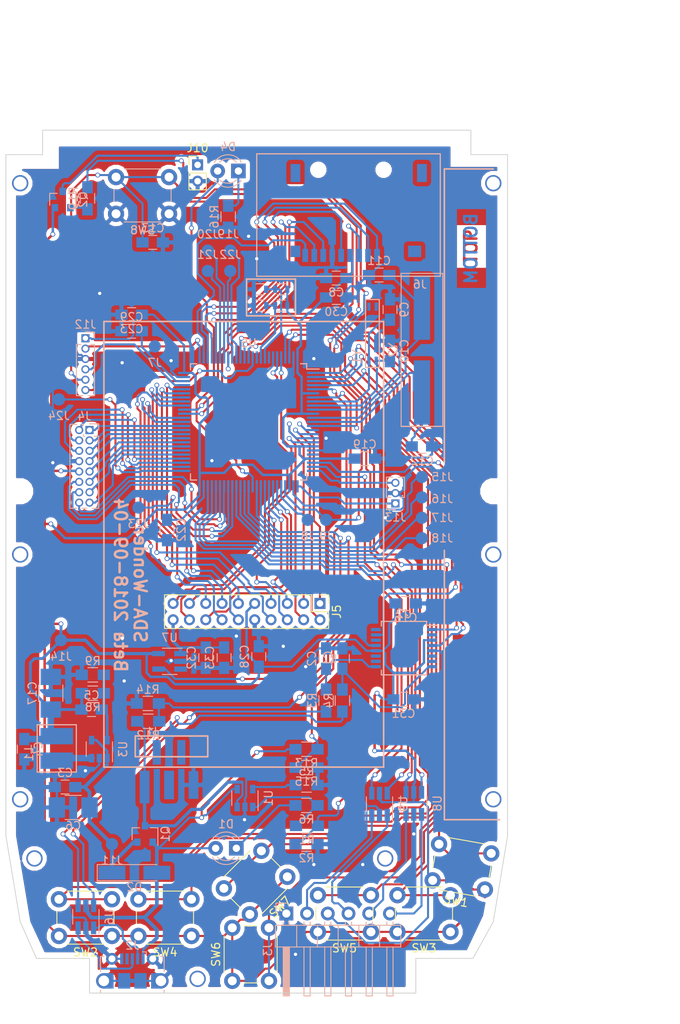
<source format=kicad_pcb>
(kicad_pcb (version 4) (host pcbnew 4.0.7-e2-6376~58~ubuntu16.04.1)
  (title_block (title "SDA-Wonder System Board") (date 2018-08-29) (company BRTNST))
  (layers (0 F.Cu signal) (31 B.Cu signal) (34 B.Paste user) (35 F.Paste user) (36 B.SilkS user) (37 F.SilkS user) (38 B.Mask user) (39 F.Mask user) (44 Edge.Cuts user))
  (net 0 "")
  (net 1 GND)
  (net 2 "Net-(C1-Pad2)")
  (net 3 "Net-(C2-Pad2)")
  (net 4 "Net-(C3-Pad1)")
  (net 5 +3V3)
  (net 6 "Net-(C5-Pad1)")
  (net 7 BATT+)
  (net 8 "Net-(C9-Pad1)")
  (net 9 "Net-(C10-Pad1)")
  (net 10 "Net-(C11-Pad1)")
  (net 11 "Net-(C12-Pad1)")
  (net 12 RESET)
  (net 13 "Net-(C22-Pad2)")
  (net 14 "Net-(C29-Pad1)")
  (net 15 LCD_PWR)
  (net 16 "Net-(D1-Pad1)")
  (net 17 USB_VBUS)
  (net 18 "Net-(D4-Pad1)")
  (net 19 "Net-(D4-Pad2)")
  (net 20 "Net-(J2-Pad2)")
  (net 21 "Net-(J2-Pad3)")
  (net 22 "Net-(J3-Pad4)")
  (net 23 "Net-(J3-Pad5)")
  (net 24 "Net-(J3-Pad6)")
  (net 25 TS_P2)
  (net 26 TS_P1)
  (net 27 TS_ADC2)
  (net 28 TS_ADC1)
  (net 29 LCD_CS)
  (net 30 LCD_RS)
  (net 31 LCD_WR)
  (net 32 LCD_RD)
  (net 33 LCD_RST)
  (net 34 LCD_D0)
  (net 35 LCD_D1)
  (net 36 LCD_D2)
  (net 37 LCD_D3)
  (net 38 LCD_D4)
  (net 39 LCD_D5)
  (net 40 LCD_D6)
  (net 41 LCD_D7)
  (net 42 SD_D2)
  (net 43 SD_D3)
  (net 44 SD_CMD)
  (net 45 SD_CK)
  (net 46 SD_D0)
  (net 47 SD_D1)
  (net 48 SD_DETECT)
  (net 49 AUDIO_R)
  (net 50 AUDIO_L)
  (net 51 "Net-(J10-Pad1)")
  (net 52 SWO_TCK)
  (net 53 SWO_TMS)
  (net 54 SWO_SWO)
  (net 55 SWO_RX)
  (net 56 SWO_TX)
  (net 57 "Net-(J15-Pad1)")
  (net 58 "Net-(J16-Pad1)")
  (net 59 "Net-(J17-Pad1)")
  (net 60 "Net-(J18-Pad1)")
  (net 61 "Net-(J19-Pad1)")
  (net 62 "Net-(J20-Pad1)")
  (net 63 "Net-(J21-Pad1)")
  (net 64 "Net-(J22-Pad1)")
  (net 65 "Net-(L1-Pad1)")
  (net 66 "Net-(Q2-Pad1)")
  (net 67 "Net-(R1-Pad1)")
  (net 68 CHRG_STAT)
  (net 69 USB_D-)
  (net 70 USB_D+)
  (net 71 "Net-(R5-Pad2)")
  (net 72 BOARD_REV_DETECT1)
  (net 73 "Net-(R12-Pad2)")
  (net 74 "Net-(R13-Pad2)")
  (net 75 BOARD_REV_DETECT2)
  (net 76 BTN_0_WKUP)
  (net 77 BTN_5_A)
  (net 78 BTN_6_B)
  (net 79 BTN_4_LEFT)
  (net 80 BTN_3_RIGHT)
  (net 81 BTN_2_DOWN)
  (net 82 BTN_1_UP)
  (net 83 USART2_RX)
  (net 84 USART2_TX)
  (net 85 FT23_TXE)
  (net 86 LCD_BL_SHDN)
  (net 87 EC_ADC)
  (net 88 EXC2_14)
  (net 89 EXC2_15)
  (net 90 EXC2_16)
  (net 91 EXT_GPIO1)
  (net 92 USART3_TX)
  (net 93 USART3_RX)
  (net 94 EXC2_11)
  (net 95 EXC2_10)
  (net 96 EXC2_09)
  (net 97 EXC2_08)
  (net 98 EXC2_07)
  (net 99 EXC2_06)
  (net 100 EXC2_05)
  (net 101 EXC2_04)
  (net 102 EXC2_03)
  (net 103 EXC2_02)
  (net 104 EXC2_01)
  (net 105 "Net-(J3-Pad2)")
  (net 106 "Net-(J23-Pad1)")
  (net 107 "Net-(J24-Pad1)")
  (net 108 "Net-(J1-Pad2)")
  (net 109 "Net-(J2-Pad4)")
  (net 110 "Net-(U2-Pad2)")
  (net 111 "Net-(U2-Pad6)")
  (net 112 "Net-(U2-Pad7)")
  (net 113 "Net-(U2-Pad10)")
  (net 114 "Net-(U2-Pad11)")
  (net 115 "Net-(U2-Pad14)")
  (net 116 "Net-(U2-Pad16)")
  (net 117 "Net-(U5-Pad21)")
  (net 118 "Net-(U5-Pad90)")
  (net 119 "Net-(U5-Pad93)")
  (net 120 "Net-(U7-Pad3)")
  (module Resistors_SMD:R_0805_HandSoldering (layer B.Cu) (at 127.5 48.35 270)
    (fp_text reference R19 (at 0 1.7 270) (layer B.SilkS) (effects (justify mirror)))
    (fp_text value 2k)
    (pad 1 smd rect (at -1.35 0 270) (size 1.5 1.3) (layers B.Cu B.Paste B.Mask) (net 50 AUDIO_L))
    (pad 2 smd rect (at 1.35 0 270) (size 1.5 1.3) (layers B.Cu B.Paste B.Mask) (net 66 "Net-(Q2-Pad1)"))
  )
  (module timekiller-footprints:hole-1_6-head-2_0 (layer F.Cu) (at 141 144)
    (fp_text reference "" hide)
    (fp_text value "")
    (pad "" thru_hole circle (at 0 0) (size 2 2) (drill 1.6) (layers *.Cu *.Mask))
  )
  (module timekiller-footprints:hole-1_6-head-2_0 (layer F.Cu) (at 164 129.25)
    (fp_text reference "" hide)
    (fp_text value "")
    (pad "" thru_hole circle (at 0 0) (size 2 2) (drill 1.6) (layers *.Cu *.Mask))
  )
  (module timekiller-footprints:hole-1_6-head-2_0 (layer F.Cu) (at 121 129.25)
    (fp_text reference "" hide)
    (fp_text value "")
    (pad "" thru_hole circle (at 0 0) (size 2 2) (drill 1.6) (layers *.Cu *.Mask))
  )
  (module timekiller-footprints:hole-1_6-head-2_0 (layer F.Cu) (at 177.25 122)
    (fp_text reference "" hide)
    (fp_text value "")
    (pad "" thru_hole circle (at 0 0) (size 2 2) (drill 1.6) (layers *.Cu *.Mask))
  )
  (module timekiller-footprints:hole-1_6-head-2_0 (layer F.Cu) (at 119.25 122)
    (fp_text reference "" hide)
    (fp_text value "")
    (pad "" thru_hole circle (at 0 0) (size 2 2) (drill 1.6) (layers *.Cu *.Mask))
  )
  (module timekiller-footprints:hole-1_6-head-2_0 (layer F.Cu) (at 119.25 92)
    (fp_text reference "" hide)
    (fp_text value "")
    (pad "" thru_hole circle (at 0 0) (size 2 2) (drill 1.6) (layers *.Cu *.Mask))
  )
  (module timekiller-footprints:hole-1_6-head-2_0 (layer F.Cu) (at 177.25 92)
    (fp_text reference "" hide)
    (fp_text value "")
    (pad "" thru_hole circle (at 0 0) (size 2 2) (drill 1.6) (layers *.Cu *.Mask))
  )
  (module timekiller-footprints:hole-1_6-head-2_0 (layer F.Cu) (at 177.25 46.5)
    (fp_text reference "" hide)
    (fp_text value "")
    (pad "" thru_hole circle (at 0 0) (size 2 2) (drill 1.6) (layers *.Cu *.Mask))
  )
  (module Mounting_Holes:MountingHole_2.2mm_M2 (layer F.Cu) (at 177.25 84.25)
    (fp_text reference REF** hide)
    (fp_text value MountingHole_2.2mm_M2 hide)
    (pad 1 np_thru_hole circle (at 0 0) (size 2.2 2.2) (drill 2.2) (layers *.Cu *.Mask))
  )
  (module Buttons_Switches_THT:SW_PUSH_6mm_h4.3mm (layer B.Cu) (at 131 50.25)
    (fp_text reference SW8 (at 3.25 2) (layer B.SilkS) (effects (justify mirror)))
    (fp_text value RST)
    (pad 2 thru_hole circle (at 0 -4.5 270) (size 2 2) (drill 1.1) (layers *.Cu *.Mask) (net 12 RESET))
    (pad 1 thru_hole circle (at 0 0 270) (size 2 2) (drill 1.1) (layers *.Cu *.Mask) (net 1 GND))
    (pad 2 thru_hole circle (at 6.5 -4.5 270) (size 2 2) (drill 1.1) (layers *.Cu *.Mask) (net 12 RESET))
    (pad 1 thru_hole circle (at 6.5 0 270) (size 2 2) (drill 1.1) (layers *.Cu *.Mask) (net 1 GND))
  )
  (module Capacitors_SMD:C_0805_HandSoldering (layer B.Cu) (at 135.5 53.75 180)
    (fp_text reference C13 (at 0 1.75 180) (layer B.SilkS) (effects (justify mirror)))
    (fp_text value 100n)
    (pad 1 smd rect (at -1.25 0 180) (size 1.5 1.25) (layers B.Cu B.Paste B.Mask) (net 1 GND))
    (pad 2 smd rect (at 1.25 0 180) (size 1.5 1.25) (layers B.Cu B.Paste B.Mask) (net 12 RESET))
  )
  (module Capacitors_SMD:C_0805_HandSoldering (layer B.Cu) (at 158 58.125)
    (fp_text reference C8 (at 0 1.75) (layer B.SilkS) (effects (justify mirror)))
    (fp_text value 100n)
    (pad 1 smd rect (at -1.25 0) (size 1.5 1.25) (layers B.Cu B.Paste B.Mask) (net 1 GND))
    (pad 2 smd rect (at 1.25 0) (size 1.5 1.25) (layers B.Cu B.Paste B.Mask) (net 5 +3V3))
  )
  (module Capacitors_SMD:C_0805_HandSoldering (layer B.Cu) (at 161.5 80.25 180)
    (fp_text reference C19 (at 0 1.75 180) (layer B.SilkS) (effects (justify mirror)))
    (fp_text value 100n)
    (pad 1 smd rect (at -1.25 0 180) (size 1.5 1.25) (layers B.Cu B.Paste B.Mask) (net 1 GND))
    (pad 2 smd rect (at 1.25 0 180) (size 1.5 1.25) (layers B.Cu B.Paste B.Mask) (net 5 +3V3))
  )
  (module Capacitors_SMD:C_0805_HandSoldering (layer B.Cu) (at 163.25 57.75 180)
    (fp_text reference C11 (at 0 1.75 180) (layer B.SilkS) (effects (justify mirror)))
    (fp_text value 8p)
    (pad 1 smd rect (at -1.25 0 180) (size 1.5 1.25) (layers B.Cu B.Paste B.Mask) (net 10 "Net-(C11-Pad1)"))
    (pad 2 smd rect (at 1.25 0 180) (size 1.5 1.25) (layers B.Cu B.Paste B.Mask) (net 1 GND))
  )
  (module Capacitors_SMD:C_0805_HandSoldering (layer B.Cu) (at 168.5 78.75)
    (fp_text reference C12 (at 0 1.75) (layer B.SilkS) (effects (justify mirror)))
    (fp_text value 8p)
    (pad 1 smd rect (at -1.25 0) (size 1.5 1.25) (layers B.Cu B.Paste B.Mask) (net 11 "Net-(C12-Pad1)"))
    (pad 2 smd rect (at 1.25 0) (size 1.5 1.25) (layers B.Cu B.Paste B.Mask) (net 1 GND))
  )
  (module Capacitors_SMD:C_0805_HandSoldering (layer B.Cu) (at 164.59 61.979862 90)
    (fp_text reference C9 (at 0 1.75 90) (layer B.SilkS) (effects (justify mirror)))
    (fp_text value 4p)
    (pad 1 smd rect (at -1.25 0 90) (size 1.5 1.25) (layers B.Cu B.Paste B.Mask) (net 8 "Net-(C9-Pad1)"))
    (pad 2 smd rect (at 1.25 0 90) (size 1.5 1.25) (layers B.Cu B.Paste B.Mask) (net 1 GND))
  )
  (module Capacitors_SMD:C_0805_HandSoldering (layer B.Cu) (at 164.59 67.059862 90)
    (fp_text reference C10 (at 0 1.75 90) (layer B.SilkS) (effects (justify mirror)))
    (fp_text value 4p)
    (pad 1 smd rect (at -1.25 0 90) (size 1.5 1.25) (layers B.Cu B.Paste B.Mask) (net 9 "Net-(C10-Pad1)"))
    (pad 2 smd rect (at 1.25 0 90) (size 1.5 1.25) (layers B.Cu B.Paste B.Mask) (net 1 GND))
  )
  (module timekiller-footprints:xtall_epso_mc146 (layer B.Cu) (at 162.42 64.674862 90)
    (fp_text reference Y1 (at -3.1 -1.875 90) (layer B.SilkS) (effects (justify mirror)))
    (fp_text value "32.768 KHz")
    (pad "" smd rect (at 3.04 0.48 90) (size 1 0.4) (layers B.Cu B.Paste B.Mask))
    (pad "" smd rect (at 3.04 -0.42 90) (size 1 0.4) (layers B.Cu B.Paste B.Mask))
    (pad 2 smd rect (at -3.58 -0.42 90) (size 1 0.4) (layers B.Cu B.Paste B.Mask) (net 8 "Net-(C9-Pad1)"))
    (pad 1 smd rect (at -3.58 0.48 90) (size 1 0.4) (layers B.Cu B.Paste B.Mask) (net 9 "Net-(C10-Pad1)"))
  )
  (module Measurement_Points:Measurement_Point_Round-SMD-Pad_Small (layer B.Cu) (at 135.75 66.5)
    (fp_text reference J7 (at 0 2) (layer B.SilkS) (effects (justify mirror)))
    (fp_text value CAPTEST)
    (pad 1 smd circle (at 0 0) (size 1.5 1.5) (layers B.Cu B.Mask) (net 14 "Net-(C29-Pad1)"))
  )
  (module Capacitors_SMD:C_0805_HandSoldering (layer B.Cu) (at 119.75 115.865386 90)
    (fp_text reference C4 (at 0 1.75 90) (layer B.SilkS) (effects (justify mirror)))
    (fp_text value 4.7u)
    (pad 1 smd rect (at -1.25 0 90) (size 1.5 1.25) (layers B.Cu B.Paste B.Mask) (net 1 GND))
    (pad 2 smd rect (at 1.25 0 90) (size 1.5 1.25) (layers B.Cu B.Paste B.Mask) (net 5 +3V3))
  )
  (module Capacitors_SMD:C_0805_HandSoldering (layer B.Cu) (at 166.5 98)
    (fp_text reference C16 (at 0 1.75) (layer B.SilkS) (effects (justify mirror)))
    (fp_text value 100n)
    (pad 1 smd rect (at -1.25 0) (size 1.5 1.25) (layers B.Cu B.Paste B.Mask) (net 5 +3V3))
    (pad 2 smd rect (at 1.25 0) (size 1.5 1.25) (layers B.Cu B.Paste B.Mask) (net 1 GND))
  )
  (module Housings_QFP:LQFP-100_14x14mm_Pitch0.5mm (layer B.Cu) (at 147.25 75.75 180)
    (fp_text reference U5 (at 0 9.65 180) (layer B.SilkS) (effects (justify mirror)))
    (fp_text value STM32F407VGT6)
    (pad 1 smd rect (at -7.9 6 180) (size 1.5 0.28) (layers B.Cu B.Paste B.Mask) (net 79 BTN_4_LEFT))
    (pad 2 smd rect (at -7.9 5.5 180) (size 1.5 0.28) (layers B.Cu B.Paste B.Mask) (net 80 BTN_3_RIGHT))
    (pad 3 smd rect (at -7.9 5 180) (size 1.5 0.28) (layers B.Cu B.Paste B.Mask) (net 81 BTN_2_DOWN))
    (pad 4 smd rect (at -7.9 4.5 180) (size 1.5 0.28) (layers B.Cu B.Paste B.Mask) (net 82 BTN_1_UP))
    (pad 5 smd rect (at -7.9 4 180) (size 1.5 0.28) (layers B.Cu B.Paste B.Mask) (net 86 LCD_BL_SHDN))
    (pad 6 smd rect (at -7.9 3.5 180) (size 1.5 0.28) (layers B.Cu B.Paste B.Mask) (net 5 +3V3))
    (pad 7 smd rect (at -7.9 3 180) (size 1.5 0.28) (layers B.Cu B.Paste B.Mask) (net 68 CHRG_STAT))
    (pad 8 smd rect (at -7.9 2.5 180) (size 1.5 0.28) (layers B.Cu B.Paste B.Mask) (net 8 "Net-(C9-Pad1)"))
    (pad 9 smd rect (at -7.9 2 180) (size 1.5 0.28) (layers B.Cu B.Paste B.Mask) (net 9 "Net-(C10-Pad1)"))
    (pad 10 smd rect (at -7.9 1.5 180) (size 1.5 0.28) (layers B.Cu B.Paste B.Mask) (net 1 GND))
    (pad 11 smd rect (at -7.9 1 180) (size 1.5 0.28) (layers B.Cu B.Paste B.Mask) (net 5 +3V3))
    (pad 12 smd rect (at -7.9 0.5 180) (size 1.5 0.28) (layers B.Cu B.Paste B.Mask) (net 10 "Net-(C11-Pad1)"))
    (pad 13 smd rect (at -7.9 0 180) (size 1.5 0.28) (layers B.Cu B.Paste B.Mask) (net 11 "Net-(C12-Pad1)"))
    (pad 14 smd rect (at -7.9 -0.5 180) (size 1.5 0.28) (layers B.Cu B.Paste B.Mask) (net 12 RESET))
    (pad 15 smd rect (at -7.9 -1 180) (size 1.5 0.28) (layers B.Cu B.Paste B.Mask) (net 34 LCD_D0))
    (pad 16 smd rect (at -7.9 -1.5 180) (size 1.5 0.28) (layers B.Cu B.Paste B.Mask) (net 35 LCD_D1))
    (pad 17 smd rect (at -7.9 -2 180) (size 1.5 0.28) (layers B.Cu B.Paste B.Mask) (net 36 LCD_D2))
    (pad 18 smd rect (at -7.9 -2.5 180) (size 1.5 0.28) (layers B.Cu B.Paste B.Mask) (net 37 LCD_D3))
    (pad 19 smd rect (at -7.9 -3 180) (size 1.5 0.28) (layers B.Cu B.Paste B.Mask) (net 5 +3V3))
    (pad 20 smd rect (at -7.9 -3.5 180) (size 1.5 0.28) (layers B.Cu B.Paste B.Mask) (net 1 GND))
    (pad 21 smd rect (at -7.9 -4 180) (size 1.5 0.28) (layers B.Cu B.Paste B.Mask) (net 117 "Net-(U5-Pad21)"))
    (pad 22 smd rect (at -7.9 -4.5 180) (size 1.5 0.28) (layers B.Cu B.Paste B.Mask) (net 5 +3V3))
    (pad 23 smd rect (at -7.9 -5 180) (size 1.5 0.28) (layers B.Cu B.Paste B.Mask) (net 76 BTN_0_WKUP))
    (pad 24 smd rect (at -7.9 -5.5 180) (size 1.5 0.28) (layers B.Cu B.Paste B.Mask) (net 87 EC_ADC))
    (pad 25 smd rect (at -7.9 -6 180) (size 1.5 0.28) (layers B.Cu B.Paste B.Mask) (net 56 SWO_TX))
    (pad 26 smd rect (at -6 -7.9 90) (size 1.5 0.28) (layers B.Cu B.Paste B.Mask) (net 55 SWO_RX))
    (pad 27 smd rect (at -5.5 -7.9 90) (size 1.5 0.28) (layers B.Cu B.Paste B.Mask) (net 1 GND))
    (pad 28 smd rect (at -5 -7.9 90) (size 1.5 0.28) (layers B.Cu B.Paste B.Mask) (net 5 +3V3))
    (pad 29 smd rect (at -4.5 -7.9 90) (size 1.5 0.28) (layers B.Cu B.Paste B.Mask) (net 50 AUDIO_L))
    (pad 30 smd rect (at -4 -7.9 90) (size 1.5 0.28) (layers B.Cu B.Paste B.Mask) (net 49 AUDIO_R))
    (pad 31 smd rect (at -3.5 -7.9 90) (size 1.5 0.28) (layers B.Cu B.Paste B.Mask) (net 28 TS_ADC1))
    (pad 32 smd rect (at -3 -7.9 90) (size 1.5 0.28) (layers B.Cu B.Paste B.Mask) (net 27 TS_ADC2))
    (pad 33 smd rect (at -2.5 -7.9 90) (size 1.5 0.28) (layers B.Cu B.Paste B.Mask) (net 38 LCD_D4))
    (pad 34 smd rect (at -2 -7.9 90) (size 1.5 0.28) (layers B.Cu B.Paste B.Mask) (net 39 LCD_D5))
    (pad 35 smd rect (at -1.5 -7.9 90) (size 1.5 0.28) (layers B.Cu B.Paste B.Mask) (net 73 "Net-(R12-Pad2)"))
    (pad 36 smd rect (at -1 -7.9 90) (size 1.5 0.28) (layers B.Cu B.Paste B.Mask) (net 74 "Net-(R13-Pad2)"))
    (pad 37 smd rect (at -0.5 -7.9 90) (size 1.5 0.28) (layers B.Cu B.Paste B.Mask) (net 19 "Net-(D4-Pad2)"))
    (pad 38 smd rect (at 0 -7.9 90) (size 1.5 0.28) (layers B.Cu B.Paste B.Mask) (net 57 "Net-(J15-Pad1)"))
    (pad 39 smd rect (at 0.5 -7.9 90) (size 1.5 0.28) (layers B.Cu B.Paste B.Mask) (net 58 "Net-(J16-Pad1)"))
    (pad 40 smd rect (at 1 -7.9 90) (size 1.5 0.28) (layers B.Cu B.Paste B.Mask) (net 59 "Net-(J17-Pad1)"))
    (pad 41 smd rect (at 1.5 -7.9 90) (size 1.5 0.28) (layers B.Cu B.Paste B.Mask) (net 60 "Net-(J18-Pad1)"))
    (pad 42 smd rect (at 2 -7.9 90) (size 1.5 0.28) (layers B.Cu B.Paste B.Mask) (net 106 "Net-(J23-Pad1)"))
    (pad 43 smd rect (at 2.5 -7.9 90) (size 1.5 0.28) (layers B.Cu B.Paste B.Mask) (net 88 EXC2_14))
    (pad 44 smd rect (at 3 -7.9 90) (size 1.5 0.28) (layers B.Cu B.Paste B.Mask) (net 89 EXC2_15))
    (pad 45 smd rect (at 3.5 -7.9 90) (size 1.5 0.28) (layers B.Cu B.Paste B.Mask) (net 90 EXC2_16))
    (pad 46 smd rect (at 4 -7.9 90) (size 1.5 0.28) (layers B.Cu B.Paste B.Mask) (net 91 EXT_GPIO1))
    (pad 47 smd rect (at 4.5 -7.9 90) (size 1.5 0.28) (layers B.Cu B.Paste B.Mask) (net 92 USART3_TX))
    (pad 48 smd rect (at 5 -7.9 90) (size 1.5 0.28) (layers B.Cu B.Paste B.Mask) (net 93 USART3_RX))
    (pad 49 smd rect (at 5.5 -7.9 90) (size 1.5 0.28) (layers B.Cu B.Paste B.Mask) (net 13 "Net-(C22-Pad2)"))
    (pad 50 smd rect (at 6 -7.9 90) (size 1.5 0.28) (layers B.Cu B.Paste B.Mask) (net 5 +3V3))
    (pad 51 smd rect (at 7.9 -6 180) (size 1.5 0.28) (layers B.Cu B.Paste B.Mask) (net 107 "Net-(J24-Pad1)"))
    (pad 52 smd rect (at 7.9 -5.5 180) (size 1.5 0.28) (layers B.Cu B.Paste B.Mask) (net 94 EXC2_11))
    (pad 53 smd rect (at 7.9 -5 180) (size 1.5 0.28) (layers B.Cu B.Paste B.Mask) (net 95 EXC2_10))
    (pad 54 smd rect (at 7.9 -4.5 180) (size 1.5 0.28) (layers B.Cu B.Paste B.Mask) (net 96 EXC2_09))
    (pad 55 smd rect (at 7.9 -4 180) (size 1.5 0.28) (layers B.Cu B.Paste B.Mask) (net 97 EXC2_08))
    (pad 56 smd rect (at 7.9 -3.5 180) (size 1.5 0.28) (layers B.Cu B.Paste B.Mask) (net 98 EXC2_07))
    (pad 57 smd rect (at 7.9 -3 180) (size 1.5 0.28) (layers B.Cu B.Paste B.Mask) (net 99 EXC2_06))
    (pad 58 smd rect (at 7.9 -2.5 180) (size 1.5 0.28) (layers B.Cu B.Paste B.Mask) (net 100 EXC2_05))
    (pad 59 smd rect (at 7.9 -2 180) (size 1.5 0.28) (layers B.Cu B.Paste B.Mask) (net 101 EXC2_04))
    (pad 60 smd rect (at 7.9 -1.5 180) (size 1.5 0.28) (layers B.Cu B.Paste B.Mask) (net 102 EXC2_03))
    (pad 61 smd rect (at 7.9 -1 180) (size 1.5 0.28) (layers B.Cu B.Paste B.Mask) (net 103 EXC2_02))
    (pad 62 smd rect (at 7.9 -0.5 180) (size 1.5 0.28) (layers B.Cu B.Paste B.Mask) (net 104 EXC2_01))
    (pad 63 smd rect (at 7.9 0 180) (size 1.5 0.28) (layers B.Cu B.Paste B.Mask) (net 40 LCD_D6))
    (pad 64 smd rect (at 7.9 0.5 180) (size 1.5 0.28) (layers B.Cu B.Paste B.Mask) (net 41 LCD_D7))
    (pad 65 smd rect (at 7.9 1 180) (size 1.5 0.28) (layers B.Cu B.Paste B.Mask) (net 46 SD_D0))
    (pad 66 smd rect (at 7.9 1.5 180) (size 1.5 0.28) (layers B.Cu B.Paste B.Mask) (net 47 SD_D1))
    (pad 67 smd rect (at 7.9 2 180) (size 1.5 0.28) (layers B.Cu B.Paste B.Mask) (net 30 LCD_RS))
    (pad 68 smd rect (at 7.9 2.5 180) (size 1.5 0.28) (layers B.Cu B.Paste B.Mask) (net 33 LCD_RST))
    (pad 69 smd rect (at 7.9 3 180) (size 1.5 0.28) (layers B.Cu B.Paste B.Mask) (net 29 LCD_CS))
    (pad 70 smd rect (at 7.9 3.5 180) (size 1.5 0.28) (layers B.Cu B.Paste B.Mask) (net 31 LCD_WR))
    (pad 71 smd rect (at 7.9 4 180) (size 1.5 0.28) (layers B.Cu B.Paste B.Mask) (net 32 LCD_RD))
    (pad 72 smd rect (at 7.9 4.5 180) (size 1.5 0.28) (layers B.Cu B.Paste B.Mask) (net 53 SWO_TMS))
    (pad 73 smd rect (at 7.9 5 180) (size 1.5 0.28) (layers B.Cu B.Paste B.Mask) (net 14 "Net-(C29-Pad1)"))
    (pad 74 smd rect (at 7.9 5.5 180) (size 1.5 0.28) (layers B.Cu B.Paste B.Mask) (net 1 GND))
    (pad 75 smd rect (at 7.9 6 180) (size 1.5 0.28) (layers B.Cu B.Paste B.Mask) (net 5 +3V3))
    (pad 76 smd rect (at 6 7.9 90) (size 1.5 0.28) (layers B.Cu B.Paste B.Mask) (net 52 SWO_TCK))
    (pad 77 smd rect (at 5.5 7.9 90) (size 1.5 0.28) (layers B.Cu B.Paste B.Mask) (net 48 SD_DETECT))
    (pad 78 smd rect (at 5 7.9 90) (size 1.5 0.28) (layers B.Cu B.Paste B.Mask) (net 42 SD_D2))
    (pad 79 smd rect (at 4.5 7.9 90) (size 1.5 0.28) (layers B.Cu B.Paste B.Mask) (net 43 SD_D3))
    (pad 80 smd rect (at 4 7.9 90) (size 1.5 0.28) (layers B.Cu B.Paste B.Mask) (net 45 SD_CK))
    (pad 81 smd rect (at 3.5 7.9 90) (size 1.5 0.28) (layers B.Cu B.Paste B.Mask) (net 63 "Net-(J21-Pad1)"))
    (pad 82 smd rect (at 3 7.9 90) (size 1.5 0.28) (layers B.Cu B.Paste B.Mask) (net 62 "Net-(J20-Pad1)"))
    (pad 83 smd rect (at 2.5 7.9 90) (size 1.5 0.28) (layers B.Cu B.Paste B.Mask) (net 44 SD_CMD))
    (pad 84 smd rect (at 2 7.9 90) (size 1.5 0.28) (layers B.Cu B.Paste B.Mask) (net 64 "Net-(J22-Pad1)"))
    (pad 85 smd rect (at 1.5 7.9 90) (size 1.5 0.28) (layers B.Cu B.Paste B.Mask) (net 61 "Net-(J19-Pad1)"))
    (pad 86 smd rect (at 1 7.9 90) (size 1.5 0.28) (layers B.Cu B.Paste B.Mask) (net 84 USART2_TX))
    (pad 87 smd rect (at 0.5 7.9 90) (size 1.5 0.28) (layers B.Cu B.Paste B.Mask) (net 83 USART2_RX))
    (pad 88 smd rect (at 0 7.9 90) (size 1.5 0.28) (layers B.Cu B.Paste B.Mask) (net 85 FT23_TXE))
    (pad 89 smd rect (at -0.5 7.9 90) (size 1.5 0.28) (layers B.Cu B.Paste B.Mask) (net 54 SWO_SWO))
    (pad 90 smd rect (at -1 7.9 90) (size 1.5 0.28) (layers B.Cu B.Paste B.Mask) (net 118 "Net-(U5-Pad90)"))
    (pad 91 smd rect (at -1.5 7.9 90) (size 1.5 0.28) (layers B.Cu B.Paste B.Mask) (net 75 BOARD_REV_DETECT2))
    (pad 92 smd rect (at -2 7.9 90) (size 1.5 0.28) (layers B.Cu B.Paste B.Mask) (net 72 BOARD_REV_DETECT1))
    (pad 93 smd rect (at -2.5 7.9 90) (size 1.5 0.28) (layers B.Cu B.Paste B.Mask) (net 119 "Net-(U5-Pad93)"))
    (pad 94 smd rect (at -3 7.9 90) (size 1.5 0.28) (layers B.Cu B.Paste B.Mask) (net 1 GND))
    (pad 95 smd rect (at -3.5 7.9 90) (size 1.5 0.28) (layers B.Cu B.Paste B.Mask) (net 25 TS_P2))
    (pad 96 smd rect (at -4 7.9 90) (size 1.5 0.28) (layers B.Cu B.Paste B.Mask) (net 26 TS_P1))
    (pad 97 smd rect (at -4.5 7.9 90) (size 1.5 0.28) (layers B.Cu B.Paste B.Mask) (net 77 BTN_5_A))
    (pad 98 smd rect (at -5 7.9 90) (size 1.5 0.28) (layers B.Cu B.Paste B.Mask) (net 78 BTN_6_B))
    (pad 99 smd rect (at -5.5 7.9 90) (size 1.5 0.28) (layers B.Cu B.Paste B.Mask) (net 1 GND))
    (pad 100 smd rect (at -6 7.9 90) (size 1.5 0.28) (layers B.Cu B.Paste B.Mask) (net 5 +3V3))
  )
  (module Capacitors_SMD:C_0805_HandSoldering (layer B.Cu) (at 132.912 62.606)
    (fp_text reference C23 (at 0 1.75) (layer B.SilkS) (effects (justify mirror)))
    (fp_text value 100n)
    (pad 1 smd rect (at -1.25 0) (size 1.5 1.25) (layers B.Cu B.Paste B.Mask) (net 1 GND))
    (pad 2 smd rect (at 1.25 0) (size 1.5 1.25) (layers B.Cu B.Paste B.Mask) (net 5 +3V3))
  )
  (module Capacitors_SMD:C_0805_HandSoldering (layer B.Cu) (at 132.912 64.638 180)
    (fp_text reference C29 (at 0 1.75 180) (layer B.SilkS) (effects (justify mirror)))
    (fp_text value 2.2u)
    (pad 1 smd rect (at -1.25 0 180) (size 1.5 1.25) (layers B.Cu B.Paste B.Mask) (net 14 "Net-(C29-Pad1)"))
    (pad 2 smd rect (at 1.25 0 180) (size 1.5 1.25) (layers B.Cu B.Paste B.Mask) (net 1 GND))
  )
  (module Pin_Headers:Pin_Header_Straight_2x10_Pitch2.00mm (layer F.Cu) (at 156 98 270)
    (fp_text reference J5 (at 1 -2.06 270) (layer F.SilkS))
    (fp_text value Conn_LCD_Board)
    (pad 1 thru_hole rect (at 0 0 270) (size 1.35 1.35) (drill 0.8) (layers *.Cu *.Mask) (net 34 LCD_D0))
    (pad 2 thru_hole oval (at 2 0 270) (size 1.35 1.35) (drill 0.8) (layers *.Cu *.Mask) (net 35 LCD_D1))
    (pad 3 thru_hole oval (at 0 2 270) (size 1.35 1.35) (drill 0.8) (layers *.Cu *.Mask) (net 36 LCD_D2))
    (pad 4 thru_hole oval (at 2 2 270) (size 1.35 1.35) (drill 0.8) (layers *.Cu *.Mask) (net 37 LCD_D3))
    (pad 5 thru_hole oval (at 0 4 270) (size 1.35 1.35) (drill 0.8) (layers *.Cu *.Mask) (net 38 LCD_D4))
    (pad 6 thru_hole oval (at 2 4 270) (size 1.35 1.35) (drill 0.8) (layers *.Cu *.Mask) (net 39 LCD_D5))
    (pad 7 thru_hole oval (at 0 6 270) (size 1.35 1.35) (drill 0.8) (layers *.Cu *.Mask) (net 40 LCD_D6))
    (pad 8 thru_hole oval (at 2 6 270) (size 1.35 1.35) (drill 0.8) (layers *.Cu *.Mask) (net 41 LCD_D7))
    (pad 9 thru_hole oval (at 0 8 270) (size 1.35 1.35) (drill 0.8) (layers *.Cu *.Mask) (net 5 +3V3))
    (pad 10 thru_hole oval (at 2 8 270) (size 1.35 1.35) (drill 0.8) (layers *.Cu *.Mask) (net 1 GND))
    (pad 11 thru_hole oval (at 0 10 270) (size 1.35 1.35) (drill 0.8) (layers *.Cu *.Mask) (net 33 LCD_RST))
    (pad 12 thru_hole oval (at 2 10 270) (size 1.35 1.35) (drill 0.8) (layers *.Cu *.Mask) (net 32 LCD_RD))
    (pad 13 thru_hole oval (at 0 12 270) (size 1.35 1.35) (drill 0.8) (layers *.Cu *.Mask) (net 31 LCD_WR))
    (pad 14 thru_hole oval (at 2 12 270) (size 1.35 1.35) (drill 0.8) (layers *.Cu *.Mask) (net 30 LCD_RS))
    (pad 15 thru_hole oval (at 0 14 270) (size 1.35 1.35) (drill 0.8) (layers *.Cu *.Mask) (net 29 LCD_CS))
    (pad 16 thru_hole oval (at 2 14 270) (size 1.35 1.35) (drill 0.8) (layers *.Cu *.Mask) (net 28 TS_ADC1))
    (pad 17 thru_hole oval (at 0 16 270) (size 1.35 1.35) (drill 0.8) (layers *.Cu *.Mask) (net 27 TS_ADC2))
    (pad 18 thru_hole oval (at 2 16 270) (size 1.35 1.35) (drill 0.8) (layers *.Cu *.Mask) (net 26 TS_P1))
    (pad 19 thru_hole oval (at 0 18 270) (size 1.35 1.35) (drill 0.8) (layers *.Cu *.Mask) (net 25 TS_P2))
    (pad 20 thru_hole oval (at 2 18 270) (size 1.35 1.35) (drill 0.8) (layers *.Cu *.Mask) (net 15 LCD_PWR))
  )
  (module Capacitors_SMD:C_0805_HandSoldering (layer B.Cu) (at 148.5 104.5 270)
    (fp_text reference C28 (at 0 1.75 270) (layer B.SilkS) (effects (justify mirror)))
    (fp_text value 100n)
    (pad 1 smd rect (at -1.25 0 270) (size 1.5 1.25) (layers B.Cu B.Paste B.Mask) (net 1 GND))
    (pad 2 smd rect (at 1.25 0 270) (size 1.5 1.25) (layers B.Cu B.Paste B.Mask) (net 5 +3V3))
  )
  (module TO_SOT_Packages_SMD:SOT-23-5_HandSoldering (layer B.Cu) (at 137.574 105.092382 180)
    (fp_text reference U7 (at 0 2.9 180) (layer B.SilkS) (effects (justify mirror)))
    (fp_text value AOZ1310)
    (pad 1 smd rect (at -1.35 0.95 180) (size 1.56 0.65) (layers B.Cu B.Paste B.Mask) (net 15 LCD_PWR))
    (pad 2 smd rect (at -1.35 0 180) (size 1.56 0.65) (layers B.Cu B.Paste B.Mask) (net 1 GND))
    (pad 3 smd rect (at -1.35 -0.95 180) (size 1.56 0.65) (layers B.Cu B.Paste B.Mask) (net 120 "Net-(U7-Pad3)"))
    (pad 4 smd rect (at 1.35 -0.95 180) (size 1.56 0.65) (layers B.Cu B.Paste B.Mask) (net 86 LCD_BL_SHDN))
    (pad 5 smd rect (at 1.35 0.95 180) (size 1.56 0.65) (layers B.Cu B.Paste B.Mask) (net 5 +3V3))
  )
  (module Capacitors_SMD:C_0805_HandSoldering (layer B.Cu) (at 142 104.644382 270)
    (fp_text reference C32 (at 0 1.75 270) (layer B.SilkS) (effects (justify mirror)))
    (fp_text value 100n)
    (pad 1 smd rect (at -1.25 0 270) (size 1.5 1.25) (layers B.Cu B.Paste B.Mask) (net 15 LCD_PWR))
    (pad 2 smd rect (at 1.25 0 270) (size 1.5 1.25) (layers B.Cu B.Paste B.Mask) (net 1 GND))
  )
  (module Capacitors_SMD:C_1210_HandSoldering (layer B.Cu) (at 123 109 270)
    (fp_text reference C17 (at 0 2.25 270) (layer B.SilkS) (effects (justify mirror)))
    (fp_text value 47u)
    (pad 1 smd rect (at -2 0 270) (size 2 2.5) (layers B.Cu B.Paste B.Mask) (net 1 GND))
    (pad 2 smd rect (at 2 0 270) (size 2 2.5) (layers B.Cu B.Paste B.Mask) (net 5 +3V3))
  )
  (module Capacitors_SMD:C_0805_HandSoldering (layer B.Cu) (at 144.25 104.644382 270)
    (fp_text reference C33 (at 0 1.75 270) (layer B.SilkS) (effects (justify mirror)))
    (fp_text value 22u)
    (pad 1 smd rect (at -1.25 0 270) (size 1.5 1.25) (layers B.Cu B.Paste B.Mask) (net 15 LCD_PWR))
    (pad 2 smd rect (at 1.25 0 270) (size 1.5 1.25) (layers B.Cu B.Paste B.Mask) (net 1 GND))
  )
  (module Capacitors_SMD:C_0805_HandSoldering (layer B.Cu) (at 137.25 89 90)
    (fp_text reference C22 (at 0 1.75 90) (layer B.SilkS) (effects (justify mirror)))
    (fp_text value 2.2u)
    (pad 1 smd rect (at -1.25 0 90) (size 1.5 1.25) (layers B.Cu B.Paste B.Mask) (net 1 GND))
    (pad 2 smd rect (at 1.25 0 90) (size 1.5 1.25) (layers B.Cu B.Paste B.Mask) (net 13 "Net-(C22-Pad2)"))
  )
  (module LEDs:LED_D3.0mm_FlatTop (layer B.Cu) (at 146 45 180)
    (fp_text reference D4 (at 1.27 2.96 180) (layer B.SilkS) (effects (justify mirror)))
    (fp_text value SYS_LED)
    (pad 1 thru_hole rect (at 0 0 180) (size 1.8 1.8) (drill 0.9) (layers *.Cu *.Mask) (net 18 "Net-(D4-Pad1)"))
    (pad 2 thru_hole circle (at 2.54 0 180) (size 1.8 1.8) (drill 0.9) (layers *.Cu *.Mask) (net 19 "Net-(D4-Pad2)"))
  )
  (module Resistors_SMD:R_0805_HandSoldering (layer B.Cu) (at 144.75 50.6 270)
    (fp_text reference R16 (at 0 1.7 270) (layer B.SilkS) (effects (justify mirror)))
    (fp_text value 220)
    (pad 1 smd rect (at -1.35 0 270) (size 1.5 1.3) (layers B.Cu B.Paste B.Mask) (net 18 "Net-(D4-Pad1)"))
    (pad 2 smd rect (at 1.35 0 270) (size 1.5 1.3) (layers B.Cu B.Paste B.Mask) (net 1 GND))
  )
  (module Resistors_SMD:R_0805_HandSoldering (layer B.Cu) (at 128.15 109)
    (fp_text reference R8 (at 0 1.7) (layer B.SilkS) (effects (justify mirror)))
    (fp_text value 680K)
    (pad 1 smd rect (at -1.35 0) (size 1.5 1.3) (layers B.Cu B.Paste B.Mask) (net 5 +3V3))
    (pad 2 smd rect (at 1.35 0) (size 1.5 1.3) (layers B.Cu B.Paste B.Mask) (net 6 "Net-(C5-Pad1)"))
  )
  (module Resistors_SMD:R_0805_HandSoldering (layer B.Cu) (at 128.15 106.75 180)
    (fp_text reference R9 (at 0 1.7 180) (layer B.SilkS) (effects (justify mirror)))
    (fp_text value 150K)
    (pad 1 smd rect (at -1.35 0 180) (size 1.5 1.3) (layers B.Cu B.Paste B.Mask) (net 6 "Net-(C5-Pad1)"))
    (pad 2 smd rect (at 1.35 0 180) (size 1.5 1.3) (layers B.Cu B.Paste B.Mask) (net 1 GND))
  )
  (module Capacitors_SMD:C_0805_HandSoldering (layer B.Cu) (at 124.75 120.5 180)
    (fp_text reference C3 (at 0 1.75 180) (layer B.SilkS) (effects (justify mirror)))
    (fp_text value 4.7u)
    (pad 1 smd rect (at -1.25 0 180) (size 1.5 1.25) (layers B.Cu B.Paste B.Mask) (net 4 "Net-(C3-Pad1)"))
    (pad 2 smd rect (at 1.25 0 180) (size 1.5 1.25) (layers B.Cu B.Paste B.Mask) (net 1 GND))
  )
  (module TO_SOT_Packages_SMD:SOT-23-5 (layer B.Cu) (at 128.955 115.855386 90)
    (fp_text reference U3 (at 0 2.9 90) (layer B.SilkS) (effects (justify mirror)))
    (fp_text value NCP1529)
    (pad 1 smd rect (at -1.1 0.95 90) (size 1.06 0.65) (layers B.Cu B.Paste B.Mask) (net 4 "Net-(C3-Pad1)"))
    (pad 2 smd rect (at -1.1 0 90) (size 1.06 0.65) (layers B.Cu B.Paste B.Mask) (net 1 GND))
    (pad 3 smd rect (at -1.1 -0.95 90) (size 1.06 0.65) (layers B.Cu B.Paste B.Mask) (net 65 "Net-(L1-Pad1)"))
    (pad 4 smd rect (at 1.1 -0.95 90) (size 1.06 0.65) (layers B.Cu B.Paste B.Mask) (net 4 "Net-(C3-Pad1)"))
    (pad 5 smd rect (at 1.1 0.95 90) (size 1.06 0.65) (layers B.Cu B.Paste B.Mask) (net 6 "Net-(C5-Pad1)"))
  )
  (module TO_SOT_Packages_SMD:SOT-23-5 (layer B.Cu) (at 146.8 121.85 90)
    (fp_text reference U1 (at 0 2.9 90) (layer B.SilkS) (effects (justify mirror)))
    (fp_text value MCP73831)
    (pad 1 smd rect (at -1.1 0.95 90) (size 1.06 0.65) (layers B.Cu B.Paste B.Mask) (net 67 "Net-(R1-Pad1)"))
    (pad 2 smd rect (at -1.1 0 90) (size 1.06 0.65) (layers B.Cu B.Paste B.Mask) (net 1 GND))
    (pad 3 smd rect (at -1.1 -0.95 90) (size 1.06 0.65) (layers B.Cu B.Paste B.Mask) (net 7 BATT+))
    (pad 4 smd rect (at 1.1 -0.95 90) (size 1.06 0.65) (layers B.Cu B.Paste B.Mask) (net 17 USB_VBUS))
    (pad 5 smd rect (at 1.1 0.95 90) (size 1.06 0.65) (layers B.Cu B.Paste B.Mask) (net 71 "Net-(R5-Pad2)"))
  )
  (module Resistors_SMD:R_0805_HandSoldering (layer B.Cu) (at 154.35 122.75)
    (fp_text reference R6 (at 0 1.7) (layer B.SilkS) (effects (justify mirror)))
    (fp_text value 470R)
    (pad 1 smd rect (at -1.35 0) (size 1.5 1.3) (layers B.Cu B.Paste B.Mask) (net 16 "Net-(D1-Pad1)"))
    (pad 2 smd rect (at 1.35 0) (size 1.5 1.3) (layers B.Cu B.Paste B.Mask) (net 67 "Net-(R1-Pad1)"))
  )
  (module Resistors_SMD:R_0805_HandSoldering (layer B.Cu) (at 154.4 125.25)
    (fp_text reference R1 (at 0 1.7) (layer B.SilkS) (effects (justify mirror)))
    (fp_text value 10k)
    (pad 1 smd rect (at -1.35 0) (size 1.5 1.3) (layers B.Cu B.Paste B.Mask) (net 67 "Net-(R1-Pad1)"))
    (pad 2 smd rect (at 1.35 0) (size 1.5 1.3) (layers B.Cu B.Paste B.Mask) (net 68 CHRG_STAT))
  )
  (module Resistors_SMD:R_0805_HandSoldering (layer B.Cu) (at 154.35 120.25 180)
    (fp_text reference R5 (at 0 1.7 180) (layer B.SilkS) (effects (justify mirror)))
    (fp_text value 2k)
    (pad 1 smd rect (at -1.35 0 180) (size 1.5 1.3) (layers B.Cu B.Paste B.Mask) (net 1 GND))
    (pad 2 smd rect (at 1.35 0 180) (size 1.5 1.3) (layers B.Cu B.Paste B.Mask) (net 71 "Net-(R5-Pad2)"))
  )
  (module Resistors_SMD:R_0805_HandSoldering (layer B.Cu) (at 154.35 127.5)
    (fp_text reference R2 (at 0 1.7) (layer B.SilkS) (effects (justify mirror)))
    (fp_text value 15k)
    (pad 1 smd rect (at -1.35 0) (size 1.5 1.3) (layers B.Cu B.Paste B.Mask) (net 68 CHRG_STAT))
    (pad 2 smd rect (at 1.35 0) (size 1.5 1.3) (layers B.Cu B.Paste B.Mask) (net 1 GND))
  )
  (module TO_SOT_Packages_SMD:SOT-23 (layer B.Cu) (at 134.55 126.25 90)
    (fp_text reference Q1 (at 0 2.5 90) (layer B.SilkS) (effects (justify mirror)))
    (fp_text value IRLML6302)
    (pad 1 smd rect (at -1 0.95 90) (size 0.9 0.8) (layers B.Cu B.Paste B.Mask) (net 17 USB_VBUS))
    (pad 2 smd rect (at -1 -0.95 90) (size 0.9 0.8) (layers B.Cu B.Paste B.Mask) (net 4 "Net-(C3-Pad1)"))
    (pad 3 smd rect (at 1 0 90) (size 0.9 0.8) (layers B.Cu B.Paste B.Mask) (net 7 BATT+))
  )
  (module Diodes_SMD:D_MiniMELF_Handsoldering (layer B.Cu) (at 133.25 131)
    (fp_text reference D2 (at 0 1.75) (layer B.SilkS) (effects (justify mirror)))
    (fp_text value 1N4148)
    (pad 1 smd rect (at -2.75 0) (size 3.3 1.7) (layers B.Cu B.Paste B.Mask) (net 4 "Net-(C3-Pad1)"))
    (pad 2 smd rect (at 2.75 0) (size 3.3 1.7) (layers B.Cu B.Paste B.Mask) (net 17 USB_VBUS))
  )
  (module Measurement_Points:Measurement_Point_Round-SMD-Pad_Small (layer B.Cu) (at 130.5 127.5)
    (fp_text reference J11 (at 0 2) (layer B.SilkS) (effects (justify mirror)))
    (fp_text value TP_USB)
    (pad 1 smd circle (at 0 0) (size 1.5 1.5) (layers B.Cu B.Mask) (net 4 "Net-(C3-Pad1)"))
  )
  (module Measurement_Points:Measurement_Point_Round-SMD-Pad_Small (layer B.Cu) (at 124.25 102.5)
    (fp_text reference J14 (at 0 2) (layer B.SilkS) (effects (justify mirror)))
    (fp_text value TP_3.3V)
    (pad 1 smd circle (at 0 0) (size 1.5 1.5) (layers B.Cu B.Mask) (net 5 +3V3))
  )
  (module Capacitors_SMD:C_1210_HandSoldering (layer B.Cu) (at 125.75 123)
    (fp_text reference C6 (at 0 2.25) (layer B.SilkS) (effects (justify mirror)))
    (fp_text value 47u)
    (pad 1 smd rect (at -2 0) (size 2 2.5) (layers B.Cu B.Paste B.Mask) (net 1 GND))
    (pad 2 smd rect (at 2 0) (size 2 2.5) (layers B.Cu B.Paste B.Mask) (net 4 "Net-(C3-Pad1)"))
  )
  (module Resistors_SMD:R_0805_HandSoldering (layer B.Cu) (at 134.9 110.25 180)
    (fp_text reference R14 (at 0 1.7 180) (layer B.SilkS) (effects (justify mirror)))
    (fp_text value 15k)
    (pad 1 smd rect (at -1.35 0 180) (size 1.5 1.3) (layers B.Cu B.Paste B.Mask) (net 73 "Net-(R12-Pad2)"))
    (pad 2 smd rect (at 1.35 0 180) (size 1.5 1.3) (layers B.Cu B.Paste B.Mask) (net 1 GND))
  )
  (module Resistors_SMD:R_0805_HandSoldering (layer B.Cu) (at 134.95 112.44)
    (fp_text reference R12 (at 0 1.7) (layer B.SilkS) (effects (justify mirror)))
    (fp_text value 10k)
    (pad 1 smd rect (at -1.35 0) (size 1.5 1.3) (layers B.Cu B.Paste B.Mask) (net 7 BATT+))
    (pad 2 smd rect (at 1.35 0) (size 1.5 1.3) (layers B.Cu B.Paste B.Mask) (net 73 "Net-(R12-Pad2)"))
  )
  (module TO_SOT_Packages_SMD:SOT-23 (layer B.Cu) (at 124.45 48.5 90)
    (fp_text reference Q2 (at 0 2.5 90) (layer B.SilkS) (effects (justify mirror)))
    (fp_text value PMBT3904.215 hide)
    (pad 1 smd rect (at -1 0.95 90) (size 0.9 0.8) (layers B.Cu B.Paste B.Mask) (net 66 "Net-(Q2-Pad1)"))
    (pad 2 smd rect (at -1 -0.95 90) (size 0.9 0.8) (layers B.Cu B.Paste B.Mask) (net 5 +3V3))
    (pad 3 smd rect (at 1 0 90) (size 0.9 0.8) (layers B.Cu B.Paste B.Mask) (net 51 "Net-(J10-Pad1)"))
  )
  (module Capacitors_SMD:C_0805_HandSoldering (layer B.Cu) (at 128 111 180)
    (fp_text reference C5 (at 0 1.75 180) (layer B.SilkS) (effects (justify mirror)))
    (fp_text value 100n)
    (pad 1 smd rect (at -1.25 0 180) (size 1.5 1.25) (layers B.Cu B.Paste B.Mask) (net 6 "Net-(C5-Pad1)"))
    (pad 2 smd rect (at 1.25 0 180) (size 1.5 1.25) (layers B.Cu B.Paste B.Mask) (net 5 +3V3))
  )
  (module Resistors_SMD:R_0805_HandSoldering (layer B.Cu) (at 154.35 118.114192)
    (fp_text reference R15 (at 0 1.7) (layer B.SilkS) (effects (justify mirror)))
    (fp_text value 15k)
    (pad 1 smd rect (at -1.35 0) (size 1.5 1.3) (layers B.Cu B.Paste B.Mask) (net 74 "Net-(R13-Pad2)"))
    (pad 2 smd rect (at 1.35 0) (size 1.5 1.3) (layers B.Cu B.Paste B.Mask) (net 1 GND))
  )
  (module Resistors_SMD:R_0805_HandSoldering (layer B.Cu) (at 154.35 115.864192)
    (fp_text reference R13 (at 0 1.7) (layer B.SilkS) (effects (justify mirror)))
    (fp_text value 10k)
    (pad 1 smd rect (at -1.35 0) (size 1.5 1.3) (layers B.Cu B.Paste B.Mask) (net 17 USB_VBUS))
    (pad 2 smd rect (at 1.35 0) (size 1.5 1.3) (layers B.Cu B.Paste B.Mask) (net 74 "Net-(R13-Pad2)"))
  )
  (module Capacitors_SMD:C_0805_HandSoldering (layer B.Cu) (at 158 60.5)
    (fp_text reference C30 (at 0 1.75) (layer B.SilkS) (effects (justify mirror)))
    (fp_text value 4.7u)
    (pad 1 smd rect (at -1.25 0) (size 1.5 1.25) (layers B.Cu B.Paste B.Mask) (net 5 +3V3))
    (pad 2 smd rect (at 1.25 0) (size 1.5 1.25) (layers B.Cu B.Paste B.Mask) (net 1 GND))
  )
  (module Capacitors_SMD:C_0805_HandSoldering (layer B.Cu) (at 156.75 104.75 270)
    (fp_text reference C2 (at 0 1.75 270) (layer B.SilkS) (effects (justify mirror)))
    (fp_text value 47p)
    (pad 1 smd rect (at -1.25 0 270) (size 1.5 1.25) (layers B.Cu B.Paste B.Mask) (net 1 GND))
    (pad 2 smd rect (at 1.25 0 270) (size 1.5 1.25) (layers B.Cu B.Paste B.Mask) (net 3 "Net-(C2-Pad2)"))
  )
  (module Housings_SSOP:SSOP-16_5.3x6.2mm_Pitch0.65mm (layer B.Cu) (at 166.3 103.475 180)
    (fp_text reference U2 (at 0 4.2 180) (layer B.SilkS) (effects (justify mirror)))
    (fp_text value FT230XS-R)
    (pad 1 smd rect (at -3.45 2.275 180) (size 1.2 0.4) (layers B.Cu B.Paste B.Mask) (net 83 USART2_RX))
    (pad 2 smd rect (at -3.45 1.625 180) (size 1.2 0.4) (layers B.Cu B.Paste B.Mask) (net 110 "Net-(U2-Pad2)"))
    (pad 3 smd rect (at -3.45 0.975 180) (size 1.2 0.4) (layers B.Cu B.Paste B.Mask) (net 5 +3V3))
    (pad 4 smd rect (at -3.45 0.325 180) (size 1.2 0.4) (layers B.Cu B.Paste B.Mask) (net 84 USART2_TX))
    (pad 5 smd rect (at -3.45 -0.325 180) (size 1.2 0.4) (layers B.Cu B.Paste B.Mask) (net 1 GND))
    (pad 6 smd rect (at -3.45 -0.975 180) (size 1.2 0.4) (layers B.Cu B.Paste B.Mask) (net 111 "Net-(U2-Pad6)"))
    (pad 7 smd rect (at -3.45 -1.625 180) (size 1.2 0.4) (layers B.Cu B.Paste B.Mask) (net 112 "Net-(U2-Pad7)"))
    (pad 8 smd rect (at -3.45 -2.275 180) (size 1.2 0.4) (layers B.Cu B.Paste B.Mask) (net 2 "Net-(C1-Pad2)"))
    (pad 9 smd rect (at 3.45 -2.275 180) (size 1.2 0.4) (layers B.Cu B.Paste B.Mask) (net 3 "Net-(C2-Pad2)"))
    (pad 10 smd rect (at 3.45 -1.625 180) (size 1.2 0.4) (layers B.Cu B.Paste B.Mask) (net 113 "Net-(U2-Pad10)"))
    (pad 11 smd rect (at 3.45 -0.975 180) (size 1.2 0.4) (layers B.Cu B.Paste B.Mask) (net 114 "Net-(U2-Pad11)"))
    (pad 12 smd rect (at 3.45 -0.325 180) (size 1.2 0.4) (layers B.Cu B.Paste B.Mask) (net 5 +3V3))
    (pad 13 smd rect (at 3.45 0.325 180) (size 1.2 0.4) (layers B.Cu B.Paste B.Mask) (net 1 GND))
    (pad 14 smd rect (at 3.45 0.975 180) (size 1.2 0.4) (layers B.Cu B.Paste B.Mask) (net 115 "Net-(U2-Pad14)"))
    (pad 15 smd rect (at 3.45 1.625 180) (size 1.2 0.4) (layers B.Cu B.Paste B.Mask) (net 85 FT23_TXE))
    (pad 16 smd rect (at 3.45 2.275 180) (size 1.2 0.4) (layers B.Cu B.Paste B.Mask) (net 116 "Net-(U2-Pad16)"))
  )
  (module Resistors_SMD:R_0805_HandSoldering (layer B.Cu) (at 158.75 109.9 270)
    (fp_text reference R4 (at 0 1.7 270) (layer B.SilkS) (effects (justify mirror)))
    (fp_text value 27R)
    (pad 1 smd rect (at -1.35 0 270) (size 1.5 1.3) (layers B.Cu B.Paste B.Mask) (net 2 "Net-(C1-Pad2)"))
    (pad 2 smd rect (at 1.35 0 270) (size 1.5 1.3) (layers B.Cu B.Paste B.Mask) (net 70 USB_D+))
  )
  (module Resistors_SMD:R_0805_HandSoldering (layer B.Cu) (at 156.75 109.9 270)
    (fp_text reference R3 (at 0 1.7 270) (layer B.SilkS) (effects (justify mirror)))
    (fp_text value 27R)
    (pad 1 smd rect (at -1.35 0 270) (size 1.5 1.3) (layers B.Cu B.Paste B.Mask) (net 3 "Net-(C2-Pad2)"))
    (pad 2 smd rect (at 1.35 0 270) (size 1.5 1.3) (layers B.Cu B.Paste B.Mask) (net 69 USB_D-))
  )
  (module Capacitors_SMD:C_0805_HandSoldering (layer B.Cu) (at 166.25 109.75)
    (fp_text reference C31 (at 0 1.75) (layer B.SilkS) (effects (justify mirror)))
    (fp_text value 100n)
    (pad 1 smd rect (at -1.25 0) (size 1.5 1.25) (layers B.Cu B.Paste B.Mask) (net 5 +3V3))
    (pad 2 smd rect (at 1.25 0) (size 1.5 1.25) (layers B.Cu B.Paste B.Mask) (net 1 GND))
  )
  (module Capacitors_SMD:C_0805_HandSoldering (layer B.Cu) (at 158.75 104.75 270)
    (fp_text reference C1 (at 0 1.75 270) (layer B.SilkS) (effects (justify mirror)))
    (fp_text value 47p)
    (pad 1 smd rect (at -1.25 0 270) (size 1.5 1.25) (layers B.Cu B.Paste B.Mask) (net 1 GND))
    (pad 2 smd rect (at 1.25 0 270) (size 1.5 1.25) (layers B.Cu B.Paste B.Mask) (net 2 "Net-(C1-Pad2)"))
  )
  (module TO_SOT_Packages_SMD:SOT-23-6_Handsoldering (layer B.Cu) (at 163.3 122.6 90)
    (fp_text reference U9 (at 0 2.9 90) (layer B.SilkS) (effects (justify mirror)))
    (fp_text value USBLC6)
    (pad 1 smd rect (at -1.35 0.95 90) (size 1.56 0.65) (layers B.Cu B.Paste B.Mask) (net 22 "Net-(J3-Pad4)"))
    (pad 2 smd rect (at -1.35 0 90) (size 1.56 0.65) (layers B.Cu B.Paste B.Mask) (net 1 GND))
    (pad 3 smd rect (at -1.35 -0.95 90) (size 1.56 0.65) (layers B.Cu B.Paste B.Mask) (net 105 "Net-(J3-Pad2)"))
    (pad 4 smd rect (at 1.35 -0.95 90) (size 1.56 0.65) (layers B.Cu B.Paste B.Mask) (net 87 EC_ADC))
    (pad 6 smd rect (at 1.35 0.95 90) (size 1.56 0.65) (layers B.Cu B.Paste B.Mask) (net 91 EXT_GPIO1))
    (pad 5 smd rect (at 1.35 0 90) (size 1.56 0.65) (layers B.Cu B.Paste B.Mask) (net 5 +3V3))
  )
  (module TO_SOT_Packages_SMD:SOT-23-6_Handsoldering (layer B.Cu) (at 167.5 122.5 90)
    (fp_text reference U8 (at 0 2.9 90) (layer B.SilkS) (effects (justify mirror)))
    (fp_text value USBLC6)
    (pad 1 smd rect (at -1.35 0.95 90) (size 1.56 0.65) (layers B.Cu B.Paste B.Mask) (net 24 "Net-(J3-Pad6)"))
    (pad 2 smd rect (at -1.35 0 90) (size 1.56 0.65) (layers B.Cu B.Paste B.Mask) (net 1 GND))
    (pad 3 smd rect (at -1.35 -0.95 90) (size 1.56 0.65) (layers B.Cu B.Paste B.Mask) (net 23 "Net-(J3-Pad5)"))
    (pad 4 smd rect (at 1.35 -0.95 90) (size 1.56 0.65) (layers B.Cu B.Paste B.Mask) (net 92 USART3_TX))
    (pad 6 smd rect (at 1.35 0.95 90) (size 1.56 0.65) (layers B.Cu B.Paste B.Mask) (net 93 USART3_RX))
    (pad 5 smd rect (at 1.35 0 90) (size 1.56 0.65) (layers B.Cu B.Paste B.Mask) (net 5 +3V3))
  )
  (module TO_SOT_Packages_SMD:SOT-23-6_Handsoldering (layer B.Cu) (at 127.3 136.4 90)
    (fp_text reference U6 (at 0 2.9 90) (layer B.SilkS) (effects (justify mirror)))
    (fp_text value USBLC6)
    (pad 1 smd rect (at -1.35 0.95 90) (size 1.56 0.65) (layers B.Cu B.Paste B.Mask) (net 20 "Net-(J2-Pad2)"))
    (pad 2 smd rect (at -1.35 0 90) (size 1.56 0.65) (layers B.Cu B.Paste B.Mask) (net 1 GND))
    (pad 3 smd rect (at -1.35 -0.95 90) (size 1.56 0.65) (layers B.Cu B.Paste B.Mask) (net 21 "Net-(J2-Pad3)"))
    (pad 4 smd rect (at 1.35 -0.95 90) (size 1.56 0.65) (layers B.Cu B.Paste B.Mask) (net 70 USB_D+))
    (pad 6 smd rect (at 1.35 0.95 90) (size 1.56 0.65) (layers B.Cu B.Paste B.Mask) (net 69 USB_D-))
    (pad 5 smd rect (at 1.35 0 90) (size 1.56 0.65) (layers B.Cu B.Paste B.Mask) (net 17 USB_VBUS))
  )
  (module LEDs:LED_D3.0mm_FlatTop (layer B.Cu) (at 145.75 128 180)
    (fp_text reference D1 (at 1.27 2.96 180) (layer B.SilkS) (effects (justify mirror)))
    (fp_text value CHRG_LED)
    (pad 1 thru_hole rect (at 0 0 180) (size 1.8 1.8) (drill 0.9) (layers *.Cu *.Mask) (net 16 "Net-(D1-Pad1)"))
    (pad 2 thru_hole circle (at 2.54 0 180) (size 1.8 1.8) (drill 0.9) (layers *.Cu *.Mask) (net 17 USB_VBUS))
  )
  (module Pin_Headers:Pin_Header_Angled_1x06_Pitch2.54mm (layer B.Cu) (at 151.88 136 270)
    (fp_text reference J3 (at 4.385 2.27 270) (layer B.SilkS) (effects (justify mirror)))
    (fp_text value Conn_Bottom_Expansion)
    (pad 1 thru_hole rect (at 0 0 270) (size 1.7 1.7) (drill 1) (layers *.Cu *.Mask) (net 1 GND))
    (pad 2 thru_hole oval (at 0 -2.54 270) (size 1.7 1.7) (drill 1) (layers *.Cu *.Mask) (net 105 "Net-(J3-Pad2)"))
    (pad 3 thru_hole oval (at 0 -5.08 270) (size 1.7 1.7) (drill 1) (layers *.Cu *.Mask) (net 5 +3V3))
    (pad 4 thru_hole oval (at 0 -7.62 270) (size 1.7 1.7) (drill 1) (layers *.Cu *.Mask) (net 22 "Net-(J3-Pad4)"))
    (pad 5 thru_hole oval (at 0 -10.16 270) (size 1.7 1.7) (drill 1) (layers *.Cu *.Mask) (net 23 "Net-(J3-Pad5)"))
    (pad 6 thru_hole oval (at 0 -12.7 270) (size 1.7 1.7) (drill 1) (layers *.Cu *.Mask) (net 24 "Net-(J3-Pad6)"))
  )
  (module Measurement_Points:Measurement_Point_Round-SMD-Pad_Small (layer B.Cu) (at 145 57.25 180)
    (fp_text reference J22 (at 0 2 180) (layer B.SilkS) (effects (justify mirror)))
    (fp_text value PD3)
    (pad 1 smd circle (at 0 0 180) (size 1.5 1.5) (layers B.Cu B.Mask) (net 64 "Net-(J22-Pad1)"))
  )
  (module Measurement_Points:Measurement_Point_Round-SMD-Pad_Small (layer B.Cu) (at 142.25 57.25 180)
    (fp_text reference J21 (at 0 2 180) (layer B.SilkS) (effects (justify mirror)))
    (fp_text value PD0)
    (pad 1 smd circle (at 0 0 180) (size 1.5 1.5) (layers B.Cu B.Mask) (net 63 "Net-(J21-Pad1)"))
  )
  (module Buttons_Switches_THT:SW_PUSH_6mm_h5mm (layer F.Cu) (at 152 131.5 225)
    (fp_text reference SW7 (at 3.25 -2 225) (layer F.SilkS))
    (fp_text value UP)
    (pad 2 thru_hole circle (at 0 4.5 315) (size 2 2) (drill 1.1) (layers *.Cu *.Mask) (net 82 BTN_1_UP))
    (pad 1 thru_hole circle (at 0 0 315) (size 2 2) (drill 1.1) (layers *.Cu *.Mask) (net 5 +3V3))
    (pad 2 thru_hole circle (at 6.5 4.5 315) (size 2 2) (drill 1.1) (layers *.Cu *.Mask) (net 82 BTN_1_UP))
    (pad 1 thru_hole circle (at 6.5 0 315) (size 2 2) (drill 1.1) (layers *.Cu *.Mask) (net 5 +3V3))
  )
  (module Buttons_Switches_THT:SW_PUSH_6mm_h5mm (layer F.Cu) (at 130.5 138.75 180)
    (fp_text reference SW2 (at 3.25 -2 180) (layer F.SilkS))
    (fp_text value A)
    (pad 2 thru_hole circle (at 0 4.5 270) (size 2 2) (drill 1.1) (layers *.Cu *.Mask) (net 77 BTN_5_A))
    (pad 1 thru_hole circle (at 0 0 270) (size 2 2) (drill 1.1) (layers *.Cu *.Mask) (net 5 +3V3))
    (pad 2 thru_hole circle (at 6.5 4.5 270) (size 2 2) (drill 1.1) (layers *.Cu *.Mask) (net 77 BTN_5_A))
    (pad 1 thru_hole circle (at 6.5 0 270) (size 2 2) (drill 1.1) (layers *.Cu *.Mask) (net 5 +3V3))
  )
  (module Measurement_Points:Measurement_Point_Round-SMD-Pad_Small (layer B.Cu) (at 145 54.75 180)
    (fp_text reference J19 (at 0.254 2.032 180) (layer B.SilkS) (effects (justify mirror)))
    (fp_text value PD4)
    (pad 1 smd circle (at 0 0 180) (size 1.5 1.5) (layers B.Cu B.Mask) (net 61 "Net-(J19-Pad1)"))
  )
  (module Measurement_Points:Measurement_Point_Round-SMD-Pad_Small (layer B.Cu) (at 142.25 54.75 180)
    (fp_text reference J20 (at 0 2 180) (layer B.SilkS) (effects (justify mirror)))
    (fp_text value PD1)
    (pad 1 smd circle (at 0 0 180) (size 1.5 1.5) (layers B.Cu B.Mask) (net 62 "Net-(J20-Pad1)"))
  )
  (module Measurement_Points:Measurement_Point_Round-SMD-Pad_Small (layer B.Cu) (at 168.5 90 90)
    (fp_text reference J18 (at 0 2.5 180) (layer B.SilkS) (effects (justify mirror)))
    (fp_text value PE10)
    (pad 1 smd circle (at 0 0 90) (size 1.5 1.5) (layers B.Cu B.Mask) (net 60 "Net-(J18-Pad1)"))
  )
  (module Measurement_Points:Measurement_Point_Round-SMD-Pad_Small (layer B.Cu) (at 154.5 87.75)
    (fp_text reference J8 (at 0 2) (layer B.SilkS) (effects (justify mirror)))
    (fp_text value TP_AUDIO_R)
    (pad 1 smd circle (at 0 0) (size 1.5 1.5) (layers B.Cu B.Mask) (net 49 AUDIO_R))
  )
  (module Measurement_Points:Measurement_Point_Round-SMD-Pad_Small (layer B.Cu) (at 156.75 87.75)
    (fp_text reference J9 (at 0 2) (layer B.SilkS) (effects (justify mirror)))
    (fp_text value TP_AUDIO_L)
    (pad 1 smd circle (at 0 0) (size 1.5 1.5) (layers B.Cu B.Mask) (net 50 AUDIO_L))
  )
  (module Measurement_Points:Measurement_Point_Round-SMD-Pad_Small (layer B.Cu) (at 168.5 82.5 90)
    (fp_text reference J15 (at 0 2.5 180) (layer B.SilkS) (effects (justify mirror)))
    (fp_text value PE7)
    (pad 1 smd circle (at 0 0 90) (size 1.5 1.5) (layers B.Cu B.Mask) (net 57 "Net-(J15-Pad1)"))
  )
  (module Measurement_Points:Measurement_Point_Round-SMD-Pad_Small (layer B.Cu) (at 168.5 87.5 90)
    (fp_text reference J17 (at 0 2.5 180) (layer B.SilkS) (effects (justify mirror)))
    (fp_text value PE9)
    (pad 1 smd circle (at 0 0 90) (size 1.5 1.5) (layers B.Cu B.Mask) (net 59 "Net-(J17-Pad1)"))
  )
  (module Measurement_Points:Measurement_Point_Round-SMD-Pad_Small (layer B.Cu) (at 168.5 85 90)
    (fp_text reference J16 (at -0.1795 2.5 180) (layer B.SilkS) (effects (justify mirror)))
    (fp_text value PE8)
    (pad 1 smd circle (at 0 0 90) (size 1.5 1.5) (layers B.Cu B.Mask) (net 58 "Net-(J16-Pad1)"))
  )
  (module Buttons_Switches_THT:SW_PUSH_6mm_h5mm (layer F.Cu) (at 140.25 138.75 180)
    (fp_text reference SW4 (at 3.25 -2 180) (layer F.SilkS))
    (fp_text value LEFT)
    (pad 2 thru_hole circle (at 0 4.5 270) (size 2 2) (drill 1.1) (layers *.Cu *.Mask) (net 79 BTN_4_LEFT))
    (pad 1 thru_hole circle (at 0 0 270) (size 2 2) (drill 1.1) (layers *.Cu *.Mask) (net 5 +3V3))
    (pad 2 thru_hole circle (at 6.5 4.5 270) (size 2 2) (drill 1.1) (layers *.Cu *.Mask) (net 79 BTN_4_LEFT))
    (pad 1 thru_hole circle (at 6.5 0 270) (size 2 2) (drill 1.1) (layers *.Cu *.Mask) (net 5 +3V3))
  )
  (module Buttons_Switches_THT:SW_PUSH_6mm_h5mm (layer F.Cu) (at 162.25 138.25 180)
    (fp_text reference SW5 (at 3.25 -2 180) (layer F.SilkS))
    (fp_text value RIGHT)
    (pad 2 thru_hole circle (at 0 4.5 270) (size 2 2) (drill 1.1) (layers *.Cu *.Mask) (net 80 BTN_3_RIGHT))
    (pad 1 thru_hole circle (at 0 0 270) (size 2 2) (drill 1.1) (layers *.Cu *.Mask) (net 5 +3V3))
    (pad 2 thru_hole circle (at 6.5 4.5 270) (size 2 2) (drill 1.1) (layers *.Cu *.Mask) (net 80 BTN_3_RIGHT))
    (pad 1 thru_hole circle (at 6.5 0 270) (size 2 2) (drill 1.1) (layers *.Cu *.Mask) (net 5 +3V3))
  )
  (module Buttons_Switches_THT:SW_PUSH_6mm_h5mm (layer F.Cu) (at 172 138.25 180)
    (fp_text reference SW3 (at 3.25 -2 180) (layer F.SilkS))
    (fp_text value B)
    (pad 2 thru_hole circle (at 0 4.5 270) (size 2 2) (drill 1.1) (layers *.Cu *.Mask) (net 78 BTN_6_B))
    (pad 1 thru_hole circle (at 0 0 270) (size 2 2) (drill 1.1) (layers *.Cu *.Mask) (net 5 +3V3))
    (pad 2 thru_hole circle (at 6.5 4.5 270) (size 2 2) (drill 1.1) (layers *.Cu *.Mask) (net 78 BTN_6_B))
    (pad 1 thru_hole circle (at 6.5 0 270) (size 2 2) (drill 1.1) (layers *.Cu *.Mask) (net 5 +3V3))
  )
  (module Buttons_Switches_THT:SW_PUSH_6mm_h5mm (layer F.Cu) (at 145.25 144.25 90)
    (fp_text reference SW6 (at 3.25 -2 90) (layer F.SilkS))
    (fp_text value DOWN)
    (pad 2 thru_hole circle (at 0 4.5 180) (size 2 2) (drill 1.1) (layers *.Cu *.Mask) (net 81 BTN_2_DOWN))
    (pad 1 thru_hole circle (at 0 0 180) (size 2 2) (drill 1.1) (layers *.Cu *.Mask) (net 5 +3V3))
    (pad 2 thru_hole circle (at 6.5 4.5 180) (size 2 2) (drill 1.1) (layers *.Cu *.Mask) (net 81 BTN_2_DOWN))
    (pad 1 thru_hole circle (at 6.5 0 180) (size 2 2) (drill 1.1) (layers *.Cu *.Mask) (net 5 +3V3))
  )
  (module Buttons_Switches_THT:SW_PUSH_6mm_h5mm (layer F.Cu) (at 176.218583 133.060348 170)
    (fp_text reference SW1 (at 3.25 -2 170) (layer F.SilkS))
    (fp_text value PWR)
    (pad 2 thru_hole circle (at 0 4.5 260) (size 2 2) (drill 1.1) (layers *.Cu *.Mask) (net 76 BTN_0_WKUP))
    (pad 1 thru_hole circle (at 0 0 260) (size 2 2) (drill 1.1) (layers *.Cu *.Mask) (net 5 +3V3))
    (pad 2 thru_hole circle (at 6.5 4.5 260) (size 2 2) (drill 1.1) (layers *.Cu *.Mask) (net 76 BTN_0_WKUP))
    (pad 1 thru_hole circle (at 6.5 0 260) (size 2 2) (drill 1.1) (layers *.Cu *.Mask) (net 5 +3V3))
  )
  (module Mounting_Holes:MountingHole_2.2mm_M2 (layer F.Cu) (at 119.25 84.25)
    (fp_text reference REF** hide)
    (fp_text value MountingHole_2.2mm_M2 hide)
    (pad 1 np_thru_hole circle (at 0 0) (size 2.2 2.2) (drill 2.2) (layers *.Cu *.Mask))
  )
  (module timekiller-footprints:hole-1_6-head-2_0 (layer F.Cu) (at 119.25 46.5)
    (fp_text reference "" hide)
    (fp_text value "")
    (pad "" thru_hole circle (at 0 0) (size 2 2) (drill 1.6) (layers *.Cu *.Mask))
  )
  (module timekiller-footprints:L4x4mm (layer B.Cu) (at 123.53 115.865386 90)
    (fp_text reference L1 (at -0.6 -3.2 90) (layer B.SilkS) (effects (justify mirror)))
    (fp_text value 4.7uH)
    (pad 1 smd rect (at -1.4 0.2 90) (size 2 4) (layers B.Cu B.Paste B.Mask) (net 65 "Net-(L1-Pad1)"))
    (pad 2 smd rect (at 1.6 0.2 90) (size 2 4) (layers B.Cu B.Paste B.Mask) (net 5 +3V3))
  )
  (module Resistors_SMD:R_0603 (layer B.Cu) (at 151.25 59.5 180)
    (fp_text reference R10 hide)
    (fp_text value 0 hide)
    (pad 1 smd rect (at -0.75 0 180) (size 0.5 0.9) (layers B.Cu B.Paste B.Mask) (net 5 +3V3))
    (pad 2 smd rect (at 0.75 0 180) (size 0.5 0.9) (layers B.Cu B.Paste B.Mask) (net 72 BOARD_REV_DETECT1))
  )
  (module Resistors_SMD:R_0603 (layer B.Cu) (at 148.65 59.5 180)
    (fp_text reference R11 hide)
    (fp_text value 0 hide)
    (pad 1 smd rect (at -0.75 0 180) (size 0.5 0.9) (layers B.Cu B.Paste B.Mask) (net 72 BOARD_REV_DETECT1))
    (pad 2 smd rect (at 0.75 0 180) (size 0.5 0.9) (layers B.Cu B.Paste B.Mask) (net 1 GND))
  )
  (module Resistors_SMD:R_0603 (layer B.Cu) (at 151.25 61.5 180)
    (fp_text reference R17 hide)
    (fp_text value 0 hide)
    (pad 1 smd rect (at -0.75 0 180) (size 0.5 0.9) (layers B.Cu B.Paste B.Mask) (net 5 +3V3))
    (pad 2 smd rect (at 0.75 0 180) (size 0.5 0.9) (layers B.Cu B.Paste B.Mask) (net 75 BOARD_REV_DETECT2))
  )
  (module Resistors_SMD:R_0603 (layer B.Cu) (at 148.65 61.5 180)
    (fp_text reference R18 hide)
    (fp_text value 0 hide)
    (pad 1 smd rect (at -0.75 0 180) (size 0.5 0.9) (layers B.Cu B.Paste B.Mask) (net 75 BOARD_REV_DETECT2))
    (pad 2 smd rect (at 0.75 0 180) (size 0.5 0.9) (layers B.Cu B.Paste B.Mask) (net 1 GND))
  )
  (module Measurement_Points:Measurement_Point_Round-SMD-Pad_Small (layer B.Cu) (at 133.75 86.25)
    (fp_text reference J23 (at 0 2) (layer B.SilkS) (effects (justify mirror)))
    (fp_text value PE11)
    (pad 1 smd circle (at 0 0) (size 1.5 1.5) (layers B.Cu B.Mask) (net 106 "Net-(J23-Pad1)"))
  )
  (module Measurement_Points:Measurement_Point_Round-SMD-Pad_Small (layer B.Cu) (at 124 73)
    (fp_text reference J24 (at 0 2) (layer B.SilkS) (effects (justify mirror)))
    (fp_text value Pb12)
    (pad 1 smd circle (at 0 0) (size 1.5 1.5) (layers B.Cu B.Mask) (net 107 "Net-(J24-Pad1)"))
  )
  (module timekiller-footprints:ATTEND-SD-TME (layer B.Cu) (at 160.75 55.4)
    (fp_text reference J6 (at 7.5 3.5) (layer B.SilkS) (effects (justify mirror)))
    (fp_text value uSD)
    (pad "" smd rect (at -7.75 -10.15) (size 1.2 2.2) (layers B.Cu B.Paste B.Mask))
    (pad "" np_thru_hole circle (at 3.05 -10.55) (size 1 1) (drill 1) (layers *.Cu *.Mask))
    (pad 1 smd rect (at 2.25 -0.05) (size 0.7 1.6) (layers B.Cu B.Paste B.Mask) (net 42 SD_D2))
    (pad 2 smd rect (at 1.15 -0.05) (size 0.7 1.6) (layers B.Cu B.Paste B.Mask) (net 43 SD_D3))
    (pad 3 smd rect (at 0.05 -0.05) (size 0.7 1.6) (layers B.Cu B.Paste B.Mask) (net 44 SD_CMD))
    (pad 4 smd rect (at -1.05 -0.05) (size 0.7 1.6) (layers B.Cu B.Paste B.Mask) (net 5 +3V3))
    (pad 5 smd rect (at -2.15 -0.05) (size 0.7 1.6) (layers B.Cu B.Paste B.Mask) (net 45 SD_CK))
    (pad 6 smd rect (at -3.25 -0.05) (size 0.7 1.6) (layers B.Cu B.Paste B.Mask) (net 1 GND))
    (pad 7 smd rect (at -4.35 -0.05) (size 0.7 1.6) (layers B.Cu B.Paste B.Mask) (net 46 SD_D0))
    (pad 8 smd rect (at -5.45 -0.05) (size 0.7 1.6) (layers B.Cu B.Paste B.Mask) (net 47 SD_D1))
    (pad 9 smd rect (at -6.55 -0.05) (size 0.7 1.6) (layers B.Cu B.Paste B.Mask) (net 48 SD_DETECT))
    (pad "" smd rect (at -7.75 -0.55) (size 1.2 1.4) (layers B.Cu B.Paste B.Mask))
    (pad "" smd rect (at 6.85 -0.55) (size 1.6 1.4) (layers B.Cu B.Paste B.Mask))
    (pad "" np_thru_hole circle (at -4.95 -10.55) (size 1 1) (drill 1) (layers *.Cu *.Mask))
    (pad "" smd rect (at 7.75 -10.15) (size 1.2 2.2) (layers B.Cu B.Paste B.Mask))
  )
  (module Pin_Headers:Pin_Header_Straight_2x08_Pitch1.27mm (layer B.Cu) (at 127.75 76.75 180)
    (fp_text reference J4 (at 0.635 1.695 180) (layer B.SilkS) (effects (justify mirror)))
    (fp_text value Conn_Internal_Expansion)
    (pad 1 thru_hole rect (at 0 0 180) (size 1 1) (drill 0.65) (layers *.Cu *.Mask) (net 104 EXC2_01))
    (pad 2 thru_hole oval (at 1.27 0 180) (size 1 1) (drill 0.65) (layers *.Cu *.Mask) (net 96 EXC2_09))
    (pad 3 thru_hole oval (at 0 -1.27 180) (size 1 1) (drill 0.65) (layers *.Cu *.Mask) (net 103 EXC2_02))
    (pad 4 thru_hole oval (at 1.27 -1.27 180) (size 1 1) (drill 0.65) (layers *.Cu *.Mask) (net 95 EXC2_10))
    (pad 5 thru_hole oval (at 0 -2.54 180) (size 1 1) (drill 0.65) (layers *.Cu *.Mask) (net 102 EXC2_03))
    (pad 6 thru_hole oval (at 1.27 -2.54 180) (size 1 1) (drill 0.65) (layers *.Cu *.Mask) (net 94 EXC2_11))
    (pad 7 thru_hole oval (at 0 -3.81 180) (size 1 1) (drill 0.65) (layers *.Cu *.Mask) (net 101 EXC2_04))
    (pad 8 thru_hole oval (at 1.27 -3.81 180) (size 1 1) (drill 0.65) (layers *.Cu *.Mask) (net 1 GND))
    (pad 9 thru_hole oval (at 0 -5.08 180) (size 1 1) (drill 0.65) (layers *.Cu *.Mask) (net 100 EXC2_05))
    (pad 10 thru_hole oval (at 1.27 -5.08 180) (size 1 1) (drill 0.65) (layers *.Cu *.Mask) (net 5 +3V3))
    (pad 11 thru_hole oval (at 0 -6.35 180) (size 1 1) (drill 0.65) (layers *.Cu *.Mask) (net 99 EXC2_06))
    (pad 12 thru_hole oval (at 1.27 -6.35 180) (size 1 1) (drill 0.65) (layers *.Cu *.Mask) (net 88 EXC2_14))
    (pad 13 thru_hole oval (at 0 -7.62 180) (size 1 1) (drill 0.65) (layers *.Cu *.Mask) (net 98 EXC2_07))
    (pad 14 thru_hole oval (at 1.27 -7.62 180) (size 1 1) (drill 0.65) (layers *.Cu *.Mask) (net 89 EXC2_15))
    (pad 15 thru_hole oval (at 0 -8.89 180) (size 1 1) (drill 0.65) (layers *.Cu *.Mask) (net 97 EXC2_08))
    (pad 16 thru_hole oval (at 1.27 -8.89 180) (size 1 1) (drill 0.65) (layers *.Cu *.Mask) (net 90 EXC2_16))
  )
  (module Pin_Headers:Pin_Header_Straight_1x06_Pitch1.27mm (layer B.Cu) (at 127.25 65.5 180)
    (fp_text reference J12 (at 0 1.695 180) (layer B.SilkS) (effects (justify mirror)))
    (fp_text value PROG)
    (pad 1 thru_hole rect (at 0 0 180) (size 1 1) (drill 0.65) (layers *.Cu *.Mask) (net 5 +3V3))
    (pad 2 thru_hole oval (at 0 -1.27 180) (size 1 1) (drill 0.65) (layers *.Cu *.Mask) (net 52 SWO_TCK))
    (pad 3 thru_hole oval (at 0 -2.54 180) (size 1 1) (drill 0.65) (layers *.Cu *.Mask) (net 1 GND))
    (pad 4 thru_hole oval (at 0 -3.81 180) (size 1 1) (drill 0.65) (layers *.Cu *.Mask) (net 53 SWO_TMS))
    (pad 5 thru_hole oval (at 0 -5.08 180) (size 1 1) (drill 0.65) (layers *.Cu *.Mask) (net 12 RESET))
    (pad 6 thru_hole oval (at 0 -6.35 180) (size 1 1) (drill 0.65) (layers *.Cu *.Mask) (net 54 SWO_SWO))
  )
  (module Pin_Headers:Pin_Header_Straight_1x03_Pitch1.27mm (layer B.Cu) (at 165.25 85.75)
    (fp_text reference J13 (at 0 1.695) (layer B.SilkS) (effects (justify mirror)))
    (fp_text value CONN_01X03)
    (pad 1 thru_hole rect (at 0 0) (size 1 1) (drill 0.65) (layers *.Cu *.Mask) (net 55 SWO_RX))
    (pad 2 thru_hole oval (at 0 -1.27) (size 1 1) (drill 0.65) (layers *.Cu *.Mask) (net 1 GND))
    (pad 3 thru_hole oval (at 0 -2.54) (size 1 1) (drill 0.65) (layers *.Cu *.Mask) (net 56 SWO_TX))
  )
  (module timekiller-footprints:Conn_Nokia_BL-5C (layer B.Cu) (at 137.5 118)
    (fp_text reference J1 (at -2 -4.25) (layer B.SilkS) (effects (justify mirror)))
    (fp_text value Battery)
    (pad "" smd rect (at 1.5 -1.75) (size 1 3) (layers B.Cu B.Paste B.Mask))
    (pad 1 smd rect (at -3 2.5) (size 1.2 4) (layers B.Cu B.Paste B.Mask) (net 7 BATT+))
    (pad 2 smd rect (at 0 2.25) (size 1.2 3.5) (layers B.Cu B.Paste B.Mask) (net 108 "Net-(J1-Pad2)"))
    (pad 3 smd rect (at 3 2.25) (size 1.2 3.4) (layers B.Cu B.Paste B.Mask) (net 1 GND))
    (pad "" smd rect (at -1.5 -1.75) (size 1 3) (layers B.Cu B.Paste B.Mask))
  )
  (module timekiller-footprints:Crystal_SMD_HC49-HS-mini (layer B.Cu) (at 168.5 66.95 270)
    (fp_text reference Y2 (at 0 3.55 270) (layer B.SilkS) (effects (justify mirror)))
    (fp_text value 16MHz)
    (pad 1 smd rect (at -5.2 0 270) (size 7.875 2) (layers B.Cu B.Paste B.Mask) (net 10 "Net-(C11-Pad1)"))
    (pad 2 smd rect (at 5.2 0 270) (size 7.875 2) (layers B.Cu B.Paste B.Mask) (net 11 "Net-(C12-Pad1)"))
  )
  (module Pin_Headers:Pin_Header_Straight_1x02_Pitch2.00mm (layer F.Cu) (at 141 44.25)
    (fp_text reference J10 (at 0 -2.06) (layer F.SilkS))
    (fp_text value Conn_01x02)
    (pad 1 thru_hole rect (at 0 0) (size 1.35 1.35) (drill 0.8) (layers *.Cu *.Mask) (net 51 "Net-(J10-Pad1)"))
    (pad 2 thru_hole oval (at 0 2) (size 1.35 1.35) (drill 0.8) (layers *.Cu *.Mask) (net 1 GND))
  )
  (module timekiller-footprints:USB_Micro-B-CircularHoles (layer B.Cu) (at 133 143.9 180)
    (fp_text reference J2 (at 0 4 180) (layer B.SilkS) (effects (justify mirror)))
    (fp_text value USB_OTG)
    (pad 6 smd rect (at 1 -0.35 180) (size 1.5 1.9) (layers B.Cu B.Paste B.Mask) (net 1 GND))
    (pad 6 thru_hole circle (at -2.5 2.35 180) (size 1.45 1.45) (drill 0.85) (layers *.Cu *.Mask) (net 1 GND))
    (pad 2 smd rect (at -0.65 2.35 180) (size 0.4 1.35) (layers B.Cu B.Paste B.Mask) (net 20 "Net-(J2-Pad2)"))
    (pad 1 smd rect (at -1.3 2.35 180) (size 0.4 1.35) (layers B.Cu B.Paste B.Mask) (net 17 USB_VBUS))
    (pad 5 smd rect (at 1.3 2.35 180) (size 0.4 1.35) (layers B.Cu B.Paste B.Mask) (net 1 GND))
    (pad 4 smd rect (at 0.65 2.35 180) (size 0.4 1.35) (layers B.Cu B.Paste B.Mask) (net 109 "Net-(J2-Pad4)"))
    (pad 3 smd rect (at 0 2.35 180) (size 0.4 1.35) (layers B.Cu B.Paste B.Mask) (net 21 "Net-(J2-Pad3)"))
    (pad 6 thru_hole circle (at 2.5 2.35 180) (size 1.45 1.45) (drill 0.85) (layers *.Cu *.Mask) (net 1 GND))
    (pad 6 smd rect (at -1 -0.35 180) (size 1.5 1.9) (layers B.Cu B.Paste B.Mask) (net 1 GND))
    (pad 6 thru_hole circle (at -3.5 -0.35) (size 1.9 1.9) (drill 1.3) (layers *.Cu *.Mask) (net 1 GND))
    (pad 6 thru_hole circle (at 3.5 -0.35 180) (size 1.9 1.9) (drill 1.3) (layers *.Cu *.Mask) (net 1 GND))
    (pad 6 smd rect (at 2.9 -0.35 180) (size 1.2 1.9) (layers B.Cu B.Mask) (net 1 GND))
    (pad 6 smd rect (at -2.9 -0.35 180) (size 1.2 1.9) (layers B.Cu B.Mask) (net 1 GND))
  )
  (gr_text TOP (at 174.5 54.25 90) (layer F.Cu) (effects (font (size 1.5 1.5) (thickness 0.3))))
  (gr_text BOTTOM (at 174.5 54.5 90) (layer B.Cu) (effects (font (size 1.5 1.5) (thickness 0.3)) (justify mirror)))
  (gr_text "SDA-Wonder\nBeta 2018-09-04" (at 132.75 95.75 270) (layer B.SilkS) (effects (font (size 1.5 1.5) (thickness 0.3)) (justify mirror)))
  (gr_line (start 171.25 80.75) (end 171.25 44.75) (layer B.SilkS) (width 0.2))
  (gr_line (start 147 62.75) (end 147 58.25) (layer B.SilkS) (width 0.2))
  (gr_line (start 153 62.75) (end 147 62.75) (layer B.SilkS) (width 0.2))
  (gr_line (start 153 58.25) (end 153 62.75) (layer B.SilkS) (width 0.2))
  (gr_line (start 147 58.25) (end 153 58.25) (layer B.SilkS) (width 0.2))
  (gr_line (start 171.25 124.5) (end 171.25 91.5) (layer B.SilkS) (width 0.2))
  (gr_line (start 178 124.5) (end 171.25 124.5) (layer B.SilkS) (width 0.2))
  (gr_line (start 171.25 44.75) (end 177.25 44.75) (layer B.SilkS) (width 0.2))
  (gr_line (start 177.25 137) (end 174.75 141.5) (layer Edge.Cuts) (width 0.1))
  (gr_line (start 119.25 137) (end 117.5 126.5) (layer Edge.Cuts) (width 0.1))
  (gr_line (start 121.25 141.5) (end 119.25 137) (layer Edge.Cuts) (width 0.1))
  (gr_line (start 127.75 141.5) (end 121.25 141.5) (layer Edge.Cuts) (width 0.1))
  (gr_line (start 127.75 145.75) (end 127.75 141.5) (layer Edge.Cuts) (width 0.1))
  (gr_line (start 177.25 137) (end 179 126.5) (layer Edge.Cuts) (width 0.1))
  (gr_line (start 167.75 141.5) (end 167.75 145.75) (layer Edge.Cuts) (width 0.1))
  (gr_line (start 174.75 141.5) (end 167.75 141.5) (layer Edge.Cuts) (width 0.1))
  (gr_line (start 174.5 43) (end 179 43) (layer Edge.Cuts) (width 0.1))
  (gr_line (start 174.5 40) (end 174.5 43) (layer Edge.Cuts) (width 0.1))
  (gr_line (start 122 43) (end 122 40) (layer Edge.Cuts) (width 0.1))
  (gr_line (start 117.5 43) (end 122 43) (layer Edge.Cuts) (width 0.1))
  (gr_line (start 174.5 40) (end 122 40) (layer Edge.Cuts) (width 0.1))
  (gr_line (start 179 126.5) (end 179 43) (layer Edge.Cuts) (width 0.1))
  (gr_line (start 127.75 145.75) (end 167.75 145.75) (layer Edge.Cuts) (width 0.1))
  (gr_line (start 117.5 43) (end 117.5 126.5) (layer Edge.Cuts) (width 0.1))
  (gr_line (start 142.245 114.245) (end 142.245 116.785) (layer B.SilkS) (width 0.2))
  (gr_line (start 133.355 114.245) (end 142.245 114.245) (layer B.SilkS) (width 0.2))
  (gr_line (start 133.355 116.785) (end 133.355 114.245) (layer B.SilkS) (width 0.2))
  (gr_line (start 142.245 116.785) (end 133.355 116.785) (layer B.SilkS) (width 0.2))
  (gr_line (start 129.515 118.055) (end 129.515 63.445) (layer B.SilkS) (width 0.2))
  (gr_line (start 163.805 118.055) (end 129.515 118.055) (layer B.SilkS) (width 0.2))
  (gr_line (start 163.805 63.445) (end 163.805 118.055) (layer B.SilkS) (width 0.2))
  (gr_line (start 129.515 63.445) (end 163.805 63.445) (layer B.SilkS) (width 0.2))
  (segment (start 127.3 137.75) (end 127.3 138.78) (width 0.25) (layer B.Cu) (net 1))
  (segment (start 127.3 138.78) (end 129.345001 140.825001) (width 0.25) (layer B.Cu) (net 1))
  (segment (start 129.345001 140.825001) (end 129.775001 140.825001) (width 0.25) (layer B.Cu) (net 1))
  (segment (start 129.775001 140.825001) (end 130.5 141.55) (width 0.25) (layer B.Cu) (net 1))
  (segment (start 127.08 136.5) (end 123.75 136.5) (width 0.25) (layer B.Cu) (net 1))
  (segment (start 127.3 137.75) (end 127.3 136.72) (width 0.25) (layer B.Cu) (net 1))
  (segment (start 127.3 136.72) (end 127.08 136.5) (width 0.25) (layer B.Cu) (net 1))
  (segment (start 127.5 138.605001) (end 127.5 137.95) (width 0.25) (layer B.Cu) (net 1))
  (segment (start 127.5 137.95) (end 127.3 137.75) (width 0.25) (layer B.Cu) (net 1))
  (segment (start 131.7 141.55) (end 130.5 141.55) (width 0.25) (layer B.Cu) (net 1))
  (segment (start 129.5 144.25) (end 132 144.25) (width 0.25) (layer B.Cu) (net 1))
  (segment (start 134 144.25) (end 136.5 144.25) (width 0.25) (layer B.Cu) (net 1))
  (segment (start 129.944999 141.05) (end 130 141.05) (width 0.25) (layer B.Cu) (net 1))
  (segment (start 130 141.05) (end 130.5 141.55) (width 0.25) (layer B.Cu) (net 1))
  (segment (start 129.75 140.855001) (end 127.5 138.605001) (width 0.35) (layer B.Cu) (net 1))
  (segment (start 129.944999 141.05) (end 129.75 140.855001) (width 0.35) (layer B.Cu) (net 1))
  (segment (start 129.805001 140.855001) (end 130.5 141.55) (width 0.25) (layer B.Cu) (net 1))
  (segment (start 129.75 140.855001) (end 129.805001 140.855001) (width 0.25) (layer B.Cu) (net 1))
  (segment (start 163.3 123.95) (end 163.3 123.3) (width 0.25) (layer B.Cu) (net 1))
  (segment (start 154.847412 131.652588) (end 152.75 133.75) (width 0.25) (layer B.Cu) (net 1))
  (segment (start 163.3 123.3) (end 162.844999 122.844999) (width 0.25) (layer B.Cu) (net 1))
  (segment (start 162.844999 122.844999) (end 161.764999 122.844999) (width 0.25) (layer B.Cu) (net 1))
  (segment (start 161.764999 122.844999) (end 161.699999 122.909999) (width 0.25) (layer B.Cu) (net 1))
  (segment (start 151.88 135.022588) (end 151.88 136) (width 0.25) (layer B.Cu) (net 1))
  (segment (start 161.699999 122.909999) (end 161.699999 126.5) (width 0.25) (layer B.Cu) (net 1))
  (segment (start 161.699999 126.5) (end 156.547411 131.652588) (width 0.25) (layer B.Cu) (net 1))
  (segment (start 156.547411 131.652588) (end 154.847412 131.652588) (width 0.25) (layer B.Cu) (net 1))
  (segment (start 152.75 133.75) (end 152.847412 133.75) (width 0.25) (layer B.Cu) (net 1))
  (segment (start 152.847412 133.75) (end 153 133.902588) (width 0.25) (layer B.Cu) (net 1))
  (segment (start 153 133.902588) (end 151.88 135.022588) (width 0.25) (layer B.Cu) (net 1))
  (segment (start 162.125 57.75) (end 163.399999 56.475001) (width 0.25) (layer B.Cu) (net 1))
  (segment (start 163.399999 56.475001) (end 165.024999 56.475001) (width 0.25) (layer B.Cu) (net 1))
  (segment (start 152.75 69.5) (end 152.75 70) (width 0.25) (layer B.Cu) (net 1))
  (segment (start 152.5 69.25) (end 152.75 69.5) (width 0.25) (layer B.Cu) (net 1))
  (segment (start 152.75 67.85) (end 152.75 69.25) (width 0.25) (layer B.Cu) (net 1))
  (segment (start 152.75 69.25) (end 152.5 69.25) (width 0.25) (layer B.Cu) (net 1))
  (segment (start 152.75 70) (end 152 70.75) (width 0.25) (layer B.Cu) (net 1))
  (via (at 161.25 130) (size 0.6) (drill 0.4) (layers F.Cu B.Cu) (net 1))
  (via (at 145.75 102) (size 0.6) (drill 0.4) (layers F.Cu B.Cu) (net 1))
  (via (at 131.75 102.25) (size 0.6) (drill 0.4) (layers F.Cu B.Cu) (net 1))
  (via (at 155.25 68) (size 0.6) (drill 0.4) (layers F.Cu B.Cu) (net 1))
  (via (at 129 60) (size 0.6) (drill 0.4) (layers F.Cu B.Cu) (net 1))
  (via (at 131.75 68.5) (size 0.6) (drill 0.4) (layers F.Cu B.Cu) (net 1))
  (via (at 142.75 80.5) (size 0.6) (drill 0.4) (layers F.Cu B.Cu) (net 1))
  (segment (start 168.897503 55.875001) (end 168.75 55.875001) (width 0.25) (layer B.Cu) (net 1))
  (segment (start 165.75 56.5) (end 168.125001 56.5) (width 0.25) (layer B.Cu) (net 1))
  (segment (start 168.125001 56.5) (end 168.75 55.875001) (width 0.25) (layer B.Cu) (net 1))
  (segment (start 165.5 56.25) (end 165.75 56.5) (width 0.25) (layer B.Cu) (net 1))
  (segment (start 165.5 55.875001) (end 164.500001 55.875001) (width 0.25) (layer B.Cu) (net 1))
  (segment (start 165.5 55.875001) (end 165.5 56.25) (width 0.25) (layer B.Cu) (net 1))
  (segment (start 166 80.124999) (end 169.25 80.124999) (width 0.25) (layer B.Cu) (net 1))
  (segment (start 169.75 79.749998) (end 169.625001 79.749998) (width 0.25) (layer B.Cu) (net 1))
  (segment (start 169.625001 79.749998) (end 169.25 80.124999) (width 0.25) (layer B.Cu) (net 1))
  (segment (start 166 60.75) (end 165.979862 60.729862) (width 0.25) (layer B.Cu) (net 1))
  (segment (start 165.979862 60.729862) (end 164.59 60.729862) (width 0.25) (layer B.Cu) (net 1))
  (segment (start 166 62.264862) (end 166 60.75) (width 0.25) (layer B.Cu) (net 1))
  (segment (start 166.25 65.024862) (end 166.25 62.514862) (width 0.25) (layer B.Cu) (net 1))
  (segment (start 166.25 62.514862) (end 166 62.264862) (width 0.25) (layer B.Cu) (net 1))
  (segment (start 164.59 65.809862) (end 165.465 65.809862) (width 0.25) (layer B.Cu) (net 1))
  (segment (start 165.465 65.809862) (end 166.25 65.024862) (width 0.25) (layer B.Cu) (net 1))
  (segment (start 164.59 60.729862) (end 165.465 60.729862) (width 0.25) (layer B.Cu) (net 1))
  (segment (start 165.465 60.729862) (end 165.985138 61.25) (width 0.25) (layer B.Cu) (net 1))
  (segment (start 165.985138 61.25) (end 166.25 61.25) (width 0.25) (layer B.Cu) (net 1))
  (segment (start 171 76.75) (end 171 57.977498) (width 0.25) (layer B.Cu) (net 1))
  (segment (start 171 57.977498) (end 168.897503 55.875001) (width 0.25) (layer B.Cu) (net 1))
  (segment (start 164.500001 55.875001) (end 164.25 55.625) (width 0.25) (layer B.Cu) (net 1))
  (segment (start 170.375 77.375) (end 171 76.75) (width 0.25) (layer B.Cu) (net 1))
  (segment (start 170.25 77.375) (end 170.375 77.375) (width 0.25) (layer B.Cu) (net 1))
  (segment (start 169.75 78.75) (end 169.75 77.875) (width 0.25) (layer B.Cu) (net 1))
  (segment (start 169.75 77.875) (end 170.25 77.375) (width 0.25) (layer B.Cu) (net 1))
  (segment (start 163.875001 80.124999) (end 166 80.124999) (width 0.25) (layer B.Cu) (net 1))
  (segment (start 164.375001 78.5) (end 166 80.124999) (width 0.25) (layer B.Cu) (net 1))
  (segment (start 158.25 78.5) (end 164.375001 78.5) (width 0.25) (layer B.Cu) (net 1))
  (segment (start 157.5 79.25) (end 158.25 78.5) (width 0.25) (layer B.Cu) (net 1))
  (segment (start 155.15 79.25) (end 157.5 79.25) (width 0.25) (layer B.Cu) (net 1))
  (segment (start 165.75 69.63641) (end 165.75 65.869724) (width 0.25) (layer B.Cu) (net 1))
  (segment (start 165.75 65.869724) (end 165.690138 65.809862) (width 0.25) (layer B.Cu) (net 1))
  (segment (start 166.25 61.25) (end 166.25 65.25) (width 0.25) (layer B.Cu) (net 1))
  (segment (start 166.25 65.25) (end 165.75 65.75) (width 0.25) (layer B.Cu) (net 1))
  (segment (start 164.59 60.729862) (end 164.59 59.729862) (width 0.25) (layer B.Cu) (net 1))
  (segment (start 162 57.75) (end 162 58.625) (width 0.25) (layer B.Cu) (net 1))
  (segment (start 162 58.625) (end 162.625 59.25) (width 0.25) (layer B.Cu) (net 1))
  (segment (start 162.625 59.25) (end 164.110138 59.25) (width 0.25) (layer B.Cu) (net 1))
  (segment (start 164.110138 59.25) (end 164.59 59.729862) (width 0.25) (layer B.Cu) (net 1))
  (segment (start 156.75 57.75) (end 153.25 57.75) (width 0.25) (layer B.Cu) (net 1))
  (segment (start 153.25 57.75) (end 153 57.75) (width 0.25) (layer B.Cu) (net 1))
  (segment (start 149.299999 56.049999) (end 151 57.75) (width 0.25) (layer B.Cu) (net 1))
  (segment (start 151 57.75) (end 153.25 57.75) (width 0.25) (layer B.Cu) (net 1))
  (segment (start 148.25 55.75) (end 148.549999 56.049999) (width 0.25) (layer B.Cu) (net 1))
  (segment (start 148.549999 56.049999) (end 149.299999 56.049999) (width 0.25) (layer B.Cu) (net 1))
  (segment (start 147.25 53) (end 147.25 54.75) (width 0.25) (layer F.Cu) (net 1))
  (segment (start 147.25 54.75) (end 148.25 55.75) (width 0.25) (layer F.Cu) (net 1))
  (via (at 148.25 55.75) (size 0.6) (drill 0.4) (layers F.Cu B.Cu) (net 1))
  (segment (start 150.5 47.5) (end 147.25 50.75) (width 0.25) (layer B.Cu) (net 1))
  (segment (start 147.25 50.75) (end 147.25 53) (width 0.25) (layer B.Cu) (net 1))
  (via (at 147.25 53) (size 0.6) (drill 0.4) (layers F.Cu B.Cu) (net 1))
  (segment (start 159.5 47.5) (end 150.5 47.5) (width 0.25) (layer B.Cu) (net 1))
  (segment (start 163.75 51.75) (end 159.5 47.5) (width 0.25) (layer B.Cu) (net 1))
  (segment (start 164 53) (end 164 51.63641) (width 0.25) (layer B.Cu) (net 1))
  (segment (start 164 55.875) (end 164.25 55.625) (width 0.25) (layer B.Cu) (net 1))
  (segment (start 164 55.875) (end 164 53.36359) (width 0.25) (layer B.Cu) (net 1))
  (segment (start 164.25 53.25) (end 164 53) (width 0.25) (layer B.Cu) (net 1))
  (segment (start 162 57.75) (end 162.125 57.75) (width 0.25) (layer B.Cu) (net 1))
  (segment (start 160.5 59.125) (end 161.875 57.75) (width 0.25) (layer B.Cu) (net 1))
  (segment (start 159.25 60.5) (end 159.25 59.625) (width 0.25) (layer B.Cu) (net 1))
  (segment (start 159.25 59.625) (end 159.75 59.125) (width 0.25) (layer B.Cu) (net 1))
  (segment (start 159.75 59.125) (end 160.5 59.125) (width 0.25) (layer B.Cu) (net 1))
  (segment (start 153 57.75) (end 153.25 58) (width 0.25) (layer B.Cu) (net 1))
  (segment (start 161.875 57.75) (end 162 57.75) (width 0.25) (layer B.Cu) (net 1))
  (segment (start 156.75 57.75) (end 156.625 57.75) (width 0.25) (layer B.Cu) (net 1))
  (segment (start 126.48 80.56) (end 123.44 80.56) (width 0.25) (layer B.Cu) (net 1))
  (segment (start 123.44 80.56) (end 123.25 80.75) (width 0.25) (layer B.Cu) (net 1))
  (segment (start 127.25 68.04) (end 126.750001 67.540001) (width 0.25) (layer B.Cu) (net 1))
  (segment (start 126.750001 67.540001) (end 125.790001 67.540001) (width 0.25) (layer B.Cu) (net 1))
  (segment (start 125.790001 67.540001) (end 125.75 67.5) (width 0.25) (layer B.Cu) (net 1))
  (segment (start 162.85 103.15) (end 162 103.15) (width 0.25) (layer B.Cu) (net 1))
  (segment (start 162 103.15) (end 160.35 101.5) (width 0.25) (layer B.Cu) (net 1))
  (segment (start 160.35 101.5) (end 154.75 101.5) (width 0.25) (layer B.Cu) (net 1))
  (segment (start 154.75 101.5) (end 153 103.25) (width 0.25) (layer B.Cu) (net 1))
  (segment (start 153 103.25) (end 151.5 103.25) (width 0.25) (layer B.Cu) (net 1))
  (segment (start 123.25 76.85104) (end 123.25 67.5) (width 0.25) (layer B.Cu) (net 1))
  (segment (start 123.25 67.5) (end 123.5 67.25) (width 0.25) (layer B.Cu) (net 1))
  (segment (start 123.5 67.25) (end 125.5 67.25) (width 0.25) (layer B.Cu) (net 1))
  (segment (start 158.75 103.5) (end 156.75 103.5) (width 0.25) (layer B.Cu) (net 1))
  (segment (start 142 105.894382) (end 144.25 105.894382) (width 0.25) (layer B.Cu) (net 1))
  (segment (start 140.756 105.894382) (end 142 105.894382) (width 0.25) (layer B.Cu) (net 1))
  (segment (start 137.75 105) (end 134.5 105) (width 0.25) (layer F.Cu) (net 1))
  (segment (start 134.5 105) (end 132 107.5) (width 0.25) (layer F.Cu) (net 1))
  (segment (start 137.75 105) (end 137.5 105.25) (width 0.25) (layer F.Cu) (net 1))
  (segment (start 138.924 105.092382) (end 137.842382 105.092382) (width 0.25) (layer B.Cu) (net 1))
  (segment (start 137.842382 105.092382) (end 137.75 105) (width 0.25) (layer B.Cu) (net 1))
  (via (at 137.75 105) (size 0.6) (drill 0.4) (layers F.Cu B.Cu) (net 1))
  (via (at 132 107.5) (size 0.6) (drill 0.4) (layers F.Cu B.Cu) (net 1))
  (segment (start 153 141) (end 153 141.424264) (width 0.25) (layer B.Cu) (net 1))
  (segment (start 153 141.424264) (end 153.325736 141.75) (width 0.25) (layer B.Cu) (net 1))
  (segment (start 155.25 130) (end 155.549999 129.700001) (width 0.25) (layer B.Cu) (net 1))
  (segment (start 155.549999 129.700001) (end 155.950001 129.700001) (width 0.25) (layer B.Cu) (net 1))
  (segment (start 146.75 124.5) (end 146.325736 124.5) (width 0.25) (layer B.Cu) (net 1))
  (segment (start 146.325736 124.5) (end 146.075736 124.75) (width 0.25) (layer B.Cu) (net 1))
  (segment (start 148 101.25) (end 148.5 101.75) (width 0.25) (layer B.Cu) (net 1))
  (segment (start 148.5 101.75) (end 148.5 103.25) (width 0.25) (layer B.Cu) (net 1))
  (segment (start 148 100) (end 148 101.25) (width 0.25) (layer B.Cu) (net 1))
  (segment (start 167.5 123.85) (end 167.5 126.25) (width 0.25) (layer B.Cu) (net 1))
  (via (at 167.5 126.25) (size 0.6) (drill 0.4) (layers F.Cu B.Cu) (net 1))
  (segment (start 146.75 124.5) (end 146.75 123) (width 0.25) (layer B.Cu) (net 1))
  (segment (start 146.75 123) (end 146.8 122.95) (width 0.25) (layer B.Cu) (net 1))
  (via (at 146.75 124.5) (size 0.6) (drill 0.4) (layers F.Cu B.Cu) (net 1))
  (segment (start 153 141) (end 153.75 141) (width 0.25) (layer F.Cu) (net 1))
  (segment (start 151.88 136) (end 151.88 139.88) (width 0.25) (layer B.Cu) (net 1))
  (segment (start 151.88 139.88) (end 153 141) (width 0.25) (layer B.Cu) (net 1))
  (via (at 153 141) (size 0.6) (drill 0.4) (layers F.Cu B.Cu) (net 1))
  (segment (start 155.25 130) (end 155.549999 129.700001) (width 0.25) (layer F.Cu) (net 1))
  (segment (start 155.549999 129.700001) (end 155.700001 129.700001) (width 0.25) (layer F.Cu) (net 1))
  (segment (start 155.7 127.5) (end 155.7 129.55) (width 0.25) (layer B.Cu) (net 1))
  (via (at 155.25 130) (size 0.6) (drill 0.4) (layers F.Cu B.Cu) (net 1))
  (segment (start 155.7 129.55) (end 155.25 130) (width 0.25) (layer B.Cu) (net 1))
  (segment (start 156.75 77.75) (end 157.049999 77.450001) (width 0.25) (layer F.Cu) (net 1))
  (segment (start 157.049999 77.450001) (end 157.049999 77.299999) (width 0.25) (layer F.Cu) (net 1))
  (segment (start 156.75 79.25) (end 156.75 77.75) (width 0.25) (layer B.Cu) (net 1))
  (via (at 156.75 77.75) (size 0.6) (drill 0.4) (layers F.Cu B.Cu) (net 1))
  (segment (start 156.25 79.25) (end 157 79.25) (width 0.25) (layer B.Cu) (net 1))
  (segment (start 155.15 79.25) (end 156.25 79.25) (width 0.25) (layer B.Cu) (net 1))
  (segment (start 156.25 79.25) (end 156.75 79.25) (width 0.25) (layer B.Cu) (net 1))
  (segment (start 164.325736 88.25) (end 164.75 88.25) (width 0.25) (layer F.Cu) (net 1))
  (segment (start 164 87.5) (end 164 87.924264) (width 0.25) (layer F.Cu) (net 1))
  (segment (start 164 87.924264) (end 164.325736 88.25) (width 0.25) (layer F.Cu) (net 1))
  (segment (start 164.75 86.500001) (end 165.935001 86.500001) (width 0.25) (layer B.Cu) (net 1))
  (segment (start 163.25 86.500001) (end 164.75 86.500001) (width 0.25) (layer B.Cu) (net 1))
  (segment (start 164.75 86.500001) (end 164.75 86.75) (width 0.25) (layer B.Cu) (net 1))
  (segment (start 164.75 86.75) (end 164 87.5) (width 0.25) (layer B.Cu) (net 1))
  (via (at 164 87.5) (size 0.6) (drill 0.4) (layers F.Cu B.Cu) (net 1))
  (segment (start 159.113591 86.500001) (end 163.25 86.500001) (width 0.25) (layer B.Cu) (net 1))
  (segment (start 163.25 86.500001) (end 163.25 87.5) (width 0.25) (layer B.Cu) (net 1))
  (segment (start 169.75 81.25) (end 170.5 82) (width 0.25) (layer B.Cu) (net 1))
  (segment (start 165.25 84.75) (end 165.499999 84.500001) (width 0.25) (layer B.Cu) (net 1))
  (segment (start 165.499999 84.500001) (end 165.749999 84.500001) (width 0.25) (layer B.Cu) (net 1))
  (segment (start 165.749999 84.500001) (end 166.29999 83.95001) (width 0.25) (layer B.Cu) (net 1))
  (segment (start 166.29999 83.95001) (end 166.29999 82.70001) (width 0.25) (layer B.Cu) (net 1))
  (segment (start 166.29999 82.70001) (end 167.75 81.25) (width 0.25) (layer B.Cu) (net 1))
  (segment (start 167.75 81.25) (end 169.75 81.25) (width 0.25) (layer B.Cu) (net 1))
  (segment (start 166.25 86.185002) (end 166.25 85.14896) (width 0.25) (layer B.Cu) (net 1))
  (segment (start 166.25 85.14896) (end 165.85104 84.75) (width 0.25) (layer B.Cu) (net 1))
  (segment (start 165.85104 84.75) (end 165.25 84.75) (width 0.25) (layer B.Cu) (net 1))
  (segment (start 152.75 83.65) (end 152.75 84.65) (width 0.25) (layer B.Cu) (net 1))
  (segment (start 152.75 84.65) (end 154.1 86) (width 0.25) (layer B.Cu) (net 1))
  (segment (start 154.1 86) (end 158.61359 86) (width 0.25) (layer B.Cu) (net 1))
  (segment (start 158.61359 86) (end 159.113591 86.500001) (width 0.25) (layer B.Cu) (net 1))
  (segment (start 165.935001 86.500001) (end 166.25 86.185002) (width 0.25) (layer B.Cu) (net 1))
  (segment (start 154.25 105.75) (end 153.950001 106.049999) (width 0.25) (layer F.Cu) (net 1))
  (segment (start 155 104.375) (end 155 105) (width 0.25) (layer B.Cu) (net 1))
  (segment (start 155 105) (end 154.25 105.75) (width 0.25) (layer B.Cu) (net 1))
  (via (at 154.25 105.75) (size 0.6) (drill 0.4) (layers F.Cu B.Cu) (net 1))
  (segment (start 151.5 103.25) (end 151.5 103.674264) (width 0.25) (layer F.Cu) (net 1))
  (segment (start 151.5 103.674264) (end 151.575736 103.75) (width 0.25) (layer F.Cu) (net 1))
  (segment (start 148.5 103.25) (end 151.5 103.25) (width 0.25) (layer B.Cu) (net 1))
  (via (at 151.5 103.25) (size 0.6) (drill 0.4) (layers F.Cu B.Cu) (net 1))
  (segment (start 128.190386 118.5) (end 127.75 118.5) (width 0.25) (layer B.Cu) (net 1))
  (segment (start 127.75 118.5) (end 127.25 118.5) (width 0.25) (layer B.Cu) (net 1))
  (via (at 127.25 118.5) (size 0.6) (drill 0.4) (layers F.Cu B.Cu) (net 1))
  (segment (start 156.75 103.5) (end 155.875 103.5) (width 0.25) (layer B.Cu) (net 1))
  (segment (start 155.875 103.5) (end 155 104.375) (width 0.25) (layer B.Cu) (net 1))
  (segment (start 146.950011 119.200011) (end 142.399989 119.200011) (width 0.25) (layer B.Cu) (net 1))
  (segment (start 142.399989 119.200011) (end 141.35 120.25) (width 0.25) (layer B.Cu) (net 1))
  (segment (start 141.35 120.25) (end 140.5 120.25) (width 0.25) (layer B.Cu) (net 1))
  (segment (start 146.8 122.95) (end 146.8 121.85641) (width 0.25) (layer B.Cu) (net 1))
  (segment (start 146.8 121.85641) (end 146.950011 121.706399) (width 0.25) (layer B.Cu) (net 1))
  (segment (start 146.950011 121.706399) (end 146.950011 119.200011) (width 0.25) (layer B.Cu) (net 1))
  (segment (start 169.75 79.749998) (end 169.75 78.75) (width 0.25) (layer B.Cu) (net 1))
  (segment (start 162.75 80.25) (end 163.75 80.25) (width 0.25) (layer B.Cu) (net 1))
  (segment (start 163.75 80.25) (end 163.875001 80.124999) (width 0.25) (layer B.Cu) (net 1))
  (segment (start 155.15 74.25) (end 161.13641 74.25) (width 0.25) (layer B.Cu) (net 1))
  (segment (start 161.13641 74.25) (end 165.75 69.63641) (width 0.25) (layer B.Cu) (net 1))
  (segment (start 165.690138 65.809862) (end 164.59 65.809862) (width 0.25) (layer B.Cu) (net 1))
  (segment (start 165.75 69.63641) (end 165.75 65.75) (width 0.25) (layer B.Cu) (net 1))
  (segment (start 165.75 65.75) (end 165.690138 65.809862) (width 0.25) (layer B.Cu) (net 1))
  (segment (start 169.75 103.8) (end 170.6 103.8) (width 0.25) (layer B.Cu) (net 1))
  (segment (start 170.6 103.8) (end 171.05 104.25) (width 0.25) (layer B.Cu) (net 1))
  (segment (start 150.25 68.85) (end 149.6 69.5) (width 0.25) (layer B.Cu) (net 1))
  (segment (start 149.6 69.5) (end 149.35 69.75) (width 0.25) (layer B.Cu) (net 1))
  (segment (start 152.75 67.85) (end 152.75 68.85) (width 0.25) (layer B.Cu) (net 1))
  (segment (start 149 69.75) (end 149 70.25) (width 0.25) (layer F.Cu) (net 1))
  (segment (start 149.35 69.75) (end 149 69.75) (width 0.25) (layer B.Cu) (net 1))
  (segment (start 150.25 67.85) (end 150.25 68.85) (width 0.25) (layer B.Cu) (net 1))
  (segment (start 137.75 68.25) (end 137.25 68.25) (width 0.25) (layer F.Cu) (net 1))
  (segment (start 139.35 70.25) (end 138.48641 70.25) (width 0.25) (layer B.Cu) (net 1))
  (segment (start 138.48641 70.25) (end 137.75 69.51359) (width 0.25) (layer B.Cu) (net 1))
  (segment (start 137.75 69.51359) (end 137.75 68.25) (width 0.25) (layer B.Cu) (net 1))
  (via (at 137.75 68.25) (size 0.6) (drill 0.4) (layers F.Cu B.Cu) (net 1))
  (segment (start 125.5 64.75) (end 125.612 64.638) (width 0.25) (layer B.Cu) (net 1))
  (segment (start 125.612 64.638) (end 131.662 64.638) (width 0.25) (layer B.Cu) (net 1))
  (segment (start 125.5 67.25) (end 125.5 64.75) (width 0.25) (layer B.Cu) (net 1))
  (segment (start 125.75 67.5) (end 125.5 67.25) (width 0.25) (layer B.Cu) (net 1))
  (segment (start 133.55 110.25) (end 131.5 110.25) (width 0.25) (layer B.Cu) (net 1))
  (segment (start 128.955 116.955386) (end 128.955 117.735386) (width 0.25) (layer B.Cu) (net 1))
  (segment (start 128.955 117.735386) (end 128.190386 118.5) (width 0.25) (layer B.Cu) (net 1))
  (segment (start 126.5 119.25) (end 123.5 119.25) (width 0.25) (layer B.Cu) (net 1))
  (segment (start 127.25 118.5) (end 126.5 119.25) (width 0.25) (layer B.Cu) (net 1))
  (segment (start 123.5 119.25) (end 123.5 120.5) (width 0.25) (layer B.Cu) (net 1))
  (segment (start 123.5 120.5) (end 122 120.5) (width 0.25) (layer B.Cu) (net 1))
  (segment (start 139.954 105.092382) (end 140.111618 105.25) (width 0.25) (layer B.Cu) (net 1))
  (segment (start 138.924 105.092382) (end 139.954 105.092382) (width 0.25) (layer B.Cu) (net 1))
  (segment (start 139.954 105.092382) (end 140.756 105.894382) (width 0.25) (layer B.Cu) (net 1))
  (segment (start 123.75 123) (end 123.75 120.75) (width 0.25) (layer B.Cu) (net 1))
  (segment (start 123.75 120.75) (end 123.5 120.5) (width 0.25) (layer B.Cu) (net 1))
  (via (at 123.25 80.75) (size 0.6) (drill 0.4) (layers F.Cu B.Cu) (net 1))
  (segment (start 158.75 106) (end 158.75 108.55) (width 0.25) (layer B.Cu) (net 2))
  (segment (start 158.75 106) (end 158.75 106.125) (width 0.25) (layer B.Cu) (net 2))
  (segment (start 158.75 106.125) (end 163.325001 110.700001) (width 0.25) (layer B.Cu) (net 2))
  (segment (start 166.424999 110.285003) (end 166.424999 108.675001) (width 0.25) (layer B.Cu) (net 2))
  (segment (start 163.325001 110.700001) (end 166.010001 110.700001) (width 0.25) (layer B.Cu) (net 2))
  (segment (start 166.010001 110.700001) (end 166.424999 110.285003) (width 0.25) (layer B.Cu) (net 2))
  (segment (start 166.424999 108.675001) (end 169.35 105.75) (width 0.25) (layer B.Cu) (net 2))
  (segment (start 169.35 105.75) (end 169.75 105.75) (width 0.25) (layer B.Cu) (net 2))
  (segment (start 156.75 106) (end 156.75 108.55) (width 0.25) (layer B.Cu) (net 3))
  (segment (start 162.85 105.75) (end 162 105.75) (width 0.25) (layer B.Cu) (net 3))
  (segment (start 157.700001 104.924999) (end 156.75 105.875) (width 0.25) (layer B.Cu) (net 3))
  (segment (start 156.75 105.875) (end 156.75 106) (width 0.25) (layer B.Cu) (net 3))
  (segment (start 162 105.75) (end 161.174999 104.924999) (width 0.25) (layer B.Cu) (net 3))
  (segment (start 161.174999 104.924999) (end 157.700001 104.924999) (width 0.25) (layer B.Cu) (net 3))
  (segment (start 130.5 127.5) (end 130.5 131) (width 0.45) (layer B.Cu) (net 4))
  (segment (start 127.75 123) (end 127.75 124.75) (width 0.45) (layer B.Cu) (net 4))
  (segment (start 127.75 124.75) (end 130.5 127.5) (width 0.45) (layer B.Cu) (net 4))
  (segment (start 127.140386 120.5) (end 127.75 121.109614) (width 0.45) (layer B.Cu) (net 4))
  (segment (start 127.75 121.109614) (end 127.75 123) (width 0.45) (layer B.Cu) (net 4))
  (segment (start 126 120.5) (end 127.140386 120.5) (width 0.45) (layer B.Cu) (net 4))
  (segment (start 127.140386 120.5) (end 129.905 117.735386) (width 0.45) (layer B.Cu) (net 4))
  (segment (start 129.905 117.735386) (end 129.905 116.955386) (width 0.25) (layer B.Cu) (net 4))
  (segment (start 130.5 131) (end 130.5 129.9) (width 0.25) (layer B.Cu) (net 4))
  (segment (start 130.5 129.9) (end 133.15 127.25) (width 0.45) (layer B.Cu) (net 4))
  (segment (start 133.15 127.25) (end 133.6 127.25) (width 0.25) (layer B.Cu) (net 4))
  (segment (start 129.905 116.175386) (end 129.905 116.955386) (width 0.32) (layer B.Cu) (net 4))
  (segment (start 128.58 114.755386) (end 129.905 116.080386) (width 0.32) (layer B.Cu) (net 4))
  (segment (start 129.905 116.080386) (end 129.905 116.175386) (width 0.25) (layer B.Cu) (net 4))
  (segment (start 128.005 114.755386) (end 128.58 114.755386) (width 0.32) (layer B.Cu) (net 4))
  (segment (start 153.5 79.75) (end 153.5 78.75) (width 0.3) (layer B.Cu) (net 5))
  (segment (start 154 80.25) (end 153.5 79.75) (width 0.3) (layer B.Cu) (net 5))
  (segment (start 155.15 78.75) (end 153.5 78.75) (width 0.3) (layer B.Cu) (net 5))
  (segment (start 153.5 78.75) (end 152.5 78.75) (width 0.3) (layer B.Cu) (net 5))
  (segment (start 152.25 62.5) (end 153.25 63.5) (width 0.3) (layer B.Cu) (net 5))
  (segment (start 154.625 62.375) (end 153.5 63.5) (width 0.3) (layer B.Cu) (net 5))
  (segment (start 153.25 63.5) (end 153.5 63.75) (width 0.3) (layer B.Cu) (net 5))
  (segment (start 153.5 63.5) (end 153.25 63.5) (width 0.3) (layer B.Cu) (net 5))
  (segment (start 154.75 62.375) (end 154.625 62.375) (width 0.3) (layer B.Cu) (net 5))
  (segment (start 124.25 81.75) (end 126.4 81.75) (width 0.3) (layer B.Cu) (net 5))
  (segment (start 126.4 81.75) (end 126.48 81.83) (width 0.3) (layer B.Cu) (net 5))
  (segment (start 151.5 75.25) (end 151.5 78.25) (width 0.3) (layer B.Cu) (net 5))
  (segment (start 152 74.75) (end 151.5 75.25) (width 0.3) (layer B.Cu) (net 5))
  (segment (start 152.5 78.75) (end 152 78.75) (width 0.3) (layer B.Cu) (net 5))
  (segment (start 152 78.75) (end 151.5 78.25) (width 0.3) (layer B.Cu) (net 5))
  (segment (start 154.25 80.25) (end 154 80.25) (width 0.3) (layer B.Cu) (net 5))
  (segment (start 163.75 122.355001) (end 165.5 122.355001) (width 0.25) (layer B.Cu) (net 5))
  (segment (start 163.3 122.05) (end 163.605001 122.355001) (width 0.3) (layer B.Cu) (net 5))
  (segment (start 163.605001 122.355001) (end 163.75 122.355001) (width 0.3) (layer B.Cu) (net 5))
  (segment (start 163.3 121.25) (end 163.3 122.05) (width 0.3) (layer B.Cu) (net 5))
  (segment (start 159.95 55.35) (end 159.95 57.425) (width 0.3) (layer B.Cu) (net 5))
  (segment (start 159.95 57.425) (end 159.25 58.125) (width 0.3) (layer B.Cu) (net 5))
  (segment (start 141.25 82) (end 141.25 75.962002) (width 0.3) (layer B.Cu) (net 5))
  (segment (start 141.25 75.962002) (end 142.25 74.962002) (width 0.3) (layer B.Cu) (net 5))
  (segment (start 140.75 70.15) (end 140.35 69.75) (width 0.3) (layer B.Cu) (net 5))
  (segment (start 142.25 74.962002) (end 142.25 73) (width 0.3) (layer B.Cu) (net 5))
  (segment (start 142.25 73) (end 142 72.75) (width 0.3) (layer B.Cu) (net 5))
  (segment (start 142 72.75) (end 141.25 72.75) (width 0.3) (layer B.Cu) (net 5))
  (segment (start 141.25 72.75) (end 140.75 72.25) (width 0.3) (layer B.Cu) (net 5))
  (segment (start 140.75 72.25) (end 140.75 70.15) (width 0.3) (layer B.Cu) (net 5))
  (segment (start 122.25 127.75) (end 123.5 129) (width 0.3) (layer F.Cu) (net 5))
  (segment (start 123.25 132.25) (end 122 133.5) (width 0.25) (layer F.Cu) (net 5))
  (segment (start 123.5 129) (end 123.5 132) (width 0.3) (layer F.Cu) (net 5))
  (segment (start 123.5 132) (end 123.25 132.25) (width 0.3) (layer F.Cu) (net 5))
  (segment (start 122.25 100.5) (end 122.25 127.75) (width 0.3) (layer F.Cu) (net 5))
  (segment (start 122.25 98.75) (end 122.25 100.5) (width 0.3) (layer F.Cu) (net 5))
  (segment (start 122.25 100.5) (end 124.25 100.5) (width 0.3) (layer F.Cu) (net 5))
  (segment (start 153.25 68.75) (end 153.25 69.75) (width 0.3) (layer B.Cu) (net 5))
  (segment (start 153.25 69.75) (end 153.75 70.25) (width 0.3) (layer B.Cu) (net 5))
  (segment (start 153.75 70.25) (end 153.75 72.25) (width 0.3) (layer B.Cu) (net 5))
  (segment (start 155.15 80.25) (end 160.25 80.25) (width 0.3) (layer B.Cu) (net 5))
  (segment (start 159.25 58.125) (end 159.125 58.125) (width 0.3) (layer B.Cu) (net 5))
  (segment (start 159.125 58.125) (end 156.75 60.5) (width 0.3) (layer B.Cu) (net 5))
  (segment (start 123.25 52.75) (end 123.25 49.75) (width 0.3) (layer B.Cu) (net 5))
  (segment (start 123.25 49.75) (end 123.5 49.5) (width 0.3) (layer B.Cu) (net 5))
  (segment (start 122.25 81.75) (end 122.25 53.75) (width 0.3) (layer F.Cu) (net 5))
  (segment (start 122.25 53.75) (end 123.25 52.75) (width 0.3) (layer F.Cu) (net 5))
  (via (at 123.25 52.75) (size 0.6) (drill 0.4) (layers F.Cu B.Cu) (net 5))
  (segment (start 122.25 81.75) (end 122.25 88.25) (width 0.3) (layer F.Cu) (net 5))
  (segment (start 124.25 81.75) (end 122.25 81.75) (width 0.3) (layer F.Cu) (net 5))
  (segment (start 122.25 88.25) (end 122.25 98.75) (width 0.3) (layer F.Cu) (net 5))
  (segment (start 123 88.25) (end 122.25 88.25) (width 0.3) (layer F.Cu) (net 5))
  (via (at 124.25 100.5) (size 0.6) (drill 0.4) (layers F.Cu B.Cu) (net 5))
  (via (at 124.25 81.75) (size 0.6) (drill 0.4) (layers F.Cu B.Cu) (net 5))
  (segment (start 141.25 84.75) (end 139.5 86.5) (width 0.3) (layer B.Cu) (net 5))
  (segment (start 139.5 86.5) (end 136 86.5) (width 0.3) (layer B.Cu) (net 5))
  (segment (start 136 86.5) (end 132.5 90) (width 0.3) (layer B.Cu) (net 5))
  (segment (start 132.5 90) (end 124.75 90) (width 0.3) (layer B.Cu) (net 5))
  (segment (start 124.75 90) (end 123 88.25) (width 0.3) (layer B.Cu) (net 5))
  (segment (start 134.75 104.142382) (end 134 104.142382) (width 0.4) (layer B.Cu) (net 5))
  (segment (start 136.224 104.142382) (end 134.75 104.142382) (width 0.4) (layer B.Cu) (net 5))
  (segment (start 135 106.75) (end 134.75 106.5) (width 0.3) (layer B.Cu) (net 5))
  (segment (start 134.75 104.142382) (end 134.75 106.5) (width 0.3) (layer B.Cu) (net 5))
  (segment (start 147.599999 107.900001) (end 138.228236 107.900001) (width 0.3) (layer B.Cu) (net 5))
  (segment (start 138.228236 107.900001) (end 137.328235 107) (width 0.3) (layer B.Cu) (net 5))
  (segment (start 137.328235 107) (end 135.25 107) (width 0.3) (layer B.Cu) (net 5))
  (segment (start 135.25 107) (end 135 106.75) (width 0.3) (layer B.Cu) (net 5))
  (segment (start 147.75 107.75) (end 148.5 107) (width 0.3) (layer B.Cu) (net 5))
  (segment (start 147.599999 107.900001) (end 147.75 107.75) (width 0.3) (layer B.Cu) (net 5))
  (segment (start 153.25 67.85) (end 153.25 66.8) (width 0.3) (layer B.Cu) (net 5))
  (segment (start 153.25 66.8) (end 153.658949 66.391051) (width 0.3) (layer B.Cu) (net 5))
  (segment (start 153.658949 66.391051) (end 153.658949 63.908949) (width 0.3) (layer B.Cu) (net 5))
  (segment (start 153.658949 63.908949) (end 153.5 63.75) (width 0.3) (layer B.Cu) (net 5))
  (segment (start 167.650001 117.150001) (end 166.549999 116.049999) (width 0.3) (layer B.Cu) (net 5))
  (segment (start 166.549999 116.049999) (end 162.700001 116.049999) (width 0.3) (layer B.Cu) (net 5))
  (via (at 162.700001 116.049999) (size 0.6) (drill 0.4) (layers F.Cu B.Cu) (net 5))
  (segment (start 167.5 121.15) (end 167.5 120.07) (width 0.3) (layer B.Cu) (net 5))
  (segment (start 167.5 120.07) (end 167.650001 119.919999) (width 0.3) (layer B.Cu) (net 5))
  (segment (start 167.650001 119.919999) (end 167.650001 117.150001) (width 0.3) (layer B.Cu) (net 5))
  (segment (start 163 109) (end 162.700001 109.299999) (width 0.3) (layer F.Cu) (net 5))
  (segment (start 162.700001 109.299999) (end 162.700001 116.049999) (width 0.3) (layer F.Cu) (net 5))
  (segment (start 165 109.75) (end 163.75 109.75) (width 0.3) (layer B.Cu) (net 5))
  (segment (start 163.75 109.75) (end 163 109) (width 0.3) (layer B.Cu) (net 5))
  (via (at 163 109) (size 0.6) (drill 0.4) (layers F.Cu B.Cu) (net 5))
  (segment (start 164.5 103) (end 163.7 103.8) (width 0.25) (layer B.Cu) (net 5))
  (segment (start 165.25 99.75) (end 164.5 100.5) (width 0.3) (layer B.Cu) (net 5))
  (segment (start 164.5 100.5) (end 164.5 103) (width 0.3) (layer B.Cu) (net 5))
  (segment (start 165.25 98) (end 165.25 99) (width 0.25) (layer B.Cu) (net 5))
  (segment (start 165.25 99) (end 165.25 99.75) (width 0.3) (layer B.Cu) (net 5))
  (segment (start 163.7 103.8) (end 164 104.1) (width 0.25) (layer B.Cu) (net 5))
  (segment (start 164 104.1) (end 164 105.5) (width 0.3) (layer B.Cu) (net 5))
  (segment (start 164 105.5) (end 165 106.5) (width 0.3) (layer B.Cu) (net 5))
  (segment (start 165 106.5) (end 165 108.875) (width 0.25) (layer B.Cu) (net 5))
  (segment (start 168.75 105.25) (end 167.5 106.5) (width 0.3) (layer B.Cu) (net 5))
  (segment (start 167.5 106.5) (end 165 106.5) (width 0.3) (layer B.Cu) (net 5))
  (segment (start 168.75 102.5) (end 169.75 102.5) (width 0.25) (layer B.Cu) (net 5))
  (segment (start 168.75 102.5) (end 168.75 105.25) (width 0.3) (layer B.Cu) (net 5))
  (segment (start 141.25 82) (end 144.25 82) (width 0.3) (layer B.Cu) (net 5))
  (segment (start 144.25 82) (end 145.25 81) (width 0.3) (layer B.Cu) (net 5))
  (segment (start 145.25 81) (end 147.75 81) (width 0.3) (layer B.Cu) (net 5))
  (segment (start 147.75 81) (end 149 82.25) (width 0.3) (layer B.Cu) (net 5))
  (segment (start 149 82.25) (end 152.25 82.25) (width 0.3) (layer B.Cu) (net 5))
  (segment (start 154.25 80.25) (end 155.15 80.25) (width 0.3) (layer B.Cu) (net 5))
  (segment (start 152.25 82.25) (end 154.25 80.25) (width 0.3) (layer B.Cu) (net 5))
  (segment (start 141.25 82) (end 141.25 82.5) (width 0.3) (layer B.Cu) (net 5))
  (segment (start 152.25 82.25) (end 152.25 83.65) (width 0.3) (layer B.Cu) (net 5))
  (segment (start 155.15 74.75) (end 153.75 74.75) (width 0.3) (layer B.Cu) (net 5))
  (segment (start 153.75 74.75) (end 152 74.75) (width 0.3) (layer B.Cu) (net 5))
  (segment (start 153.75 72.25) (end 153.75 74.75) (width 0.3) (layer B.Cu) (net 5))
  (segment (start 155.15 72.25) (end 153.75 72.25) (width 0.3) (layer B.Cu) (net 5))
  (segment (start 174.80437 133.060348) (end 174.744022 133) (width 0.25) (layer F.Cu) (net 5))
  (segment (start 173.675657 133) (end 174.744022 133) (width 0.3) (layer F.Cu) (net 5))
  (segment (start 172 131.931635) (end 171.231546 131.931635) (width 0.25) (layer F.Cu) (net 5))
  (segment (start 173.675657 134.324343) (end 173.675657 133) (width 0.3) (layer F.Cu) (net 5))
  (segment (start 172 131.931635) (end 172.607292 131.931635) (width 0.3) (layer F.Cu) (net 5))
  (segment (start 172.607292 131.931635) (end 173.675657 133) (width 0.3) (layer F.Cu) (net 5))
  (segment (start 173.350001 134.649999) (end 173.675657 134.324343) (width 0.3) (layer F.Cu) (net 5))
  (segment (start 172 138.25) (end 173.350001 136.899999) (width 0.3) (layer F.Cu) (net 5))
  (segment (start 173.350001 136.899999) (end 173.350001 134.649999) (width 0.3) (layer F.Cu) (net 5))
  (segment (start 148.5 107) (end 148 107.5) (width 0.25) (layer B.Cu) (net 5))
  (segment (start 147.599999 107.900001) (end 148 107.5) (width 0.3) (layer B.Cu) (net 5))
  (segment (start 148.5 105.75) (end 148.5 107) (width 0.3) (layer B.Cu) (net 5))
  (segment (start 153.25 67.85) (end 153.25 68.75) (width 0.25) (layer B.Cu) (net 5))
  (segment (start 153.25 68.75) (end 153.25 68.85) (width 0.25) (layer B.Cu) (net 5))
  (segment (start 134 104.142382) (end 128.877384 104.142382) (width 0.4) (layer B.Cu) (net 5))
  (segment (start 155.864999 102.424999) (end 152.539998 105.75) (width 0.25) (layer B.Cu) (net 5))
  (segment (start 152.539998 105.75) (end 148.5 105.75) (width 0.25) (layer B.Cu) (net 5))
  (segment (start 146.999999 100.480001) (end 146.999999 104.124999) (width 0.3) (layer B.Cu) (net 5))
  (segment (start 146.999999 104.124999) (end 148.5 105.625) (width 0.3) (layer B.Cu) (net 5))
  (segment (start 148.5 105.625) (end 148.5 105.75) (width 0.25) (layer B.Cu) (net 5))
  (segment (start 127.235002 102.5) (end 128.75 104.014998) (width 0.4) (layer B.Cu) (net 5))
  (segment (start 128.877384 104.142382) (end 128.75 104.014998) (width 0.4) (layer B.Cu) (net 5))
  (segment (start 161.7 103.8) (end 160.324999 102.424999) (width 0.25) (layer B.Cu) (net 5))
  (segment (start 160.324999 102.424999) (end 155.864999 102.424999) (width 0.25) (layer B.Cu) (net 5))
  (segment (start 162.85 103.8) (end 161.7 103.8) (width 0.25) (layer B.Cu) (net 5))
  (segment (start 162.85 103.8) (end 163.7 103.8) (width 0.25) (layer B.Cu) (net 5))
  (segment (start 165 108.875) (end 165 109.75) (width 0.25) (layer B.Cu) (net 5))
  (segment (start 136.224 104.142382) (end 135.769 104.142382) (width 0.25) (layer B.Cu) (net 5))
  (segment (start 156.75 60.5) (end 156.875 60.5) (width 0.25) (layer B.Cu) (net 5))
  (segment (start 159.25 58.125) (end 159.25 57.75) (width 0.25) (layer B.Cu) (net 5))
  (segment (start 145.25 144.25) (end 147.788998 144.25) (width 0.25) (layer F.Cu) (net 5))
  (segment (start 147.788998 144.25) (end 149.288998 142.75) (width 0.25) (layer F.Cu) (net 5))
  (segment (start 149.288998 142.75) (end 149.835787 142.75) (width 0.25) (layer F.Cu) (net 5))
  (segment (start 149.835787 142.75) (end 154.335787 138.25) (width 0.25) (layer F.Cu) (net 5))
  (segment (start 154.335787 138.25) (end 155.75 138.25) (width 0.25) (layer F.Cu) (net 5))
  (segment (start 176.218583 133.060348) (end 174.80437 133.060348) (width 0.25) (layer F.Cu) (net 5))
  (segment (start 171.231546 131.931635) (end 169.817333 131.931635) (width 0.25) (layer F.Cu) (net 5))
  (segment (start 176.218583 134.031417) (end 176.218583 133.060348) (width 0.25) (layer F.Cu) (net 5))
  (segment (start 165.5 138.25) (end 172 138.25) (width 0.25) (layer F.Cu) (net 5))
  (segment (start 162.25 138.25) (end 163.664213 138.25) (width 0.25) (layer F.Cu) (net 5))
  (segment (start 163.664213 138.25) (end 165.5 138.25) (width 0.25) (layer F.Cu) (net 5))
  (segment (start 155.75 138.25) (end 157.164213 138.25) (width 0.25) (layer F.Cu) (net 5))
  (segment (start 157.164213 138.25) (end 162.25 138.25) (width 0.25) (layer F.Cu) (net 5))
  (segment (start 175.528931 133.75) (end 176.218583 133.060348) (width 0.25) (layer F.Cu) (net 5))
  (segment (start 145.25 137.75) (end 145.25 139.164213) (width 0.25) (layer F.Cu) (net 5))
  (segment (start 145.25 139.164213) (end 145.25 144.25) (width 0.25) (layer F.Cu) (net 5))
  (segment (start 147.403806 136.096194) (end 148.403805 135.096195) (width 0.25) (layer F.Cu) (net 5))
  (segment (start 148.403805 135.096195) (end 152 131.5) (width 0.25) (layer F.Cu) (net 5))
  (segment (start 145.25 137.75) (end 146.249999 136.750001) (width 0.25) (layer F.Cu) (net 5))
  (segment (start 146.249999 136.750001) (end 146.749999 136.750001) (width 0.25) (layer F.Cu) (net 5))
  (segment (start 146.749999 136.750001) (end 147.403806 136.096194) (width 0.25) (layer F.Cu) (net 5))
  (segment (start 140.25 138.75) (end 144.250001 138.749999) (width 0.25) (layer F.Cu) (net 5))
  (segment (start 144.250001 138.749999) (end 145.25 137.75) (width 0.25) (layer F.Cu) (net 5))
  (segment (start 133.75 138.75) (end 135.164213 138.75) (width 0.25) (layer F.Cu) (net 5))
  (segment (start 135.164213 138.75) (end 140.25 138.75) (width 0.25) (layer F.Cu) (net 5))
  (segment (start 130.5 138.75) (end 133.75 138.75) (width 0.25) (layer F.Cu) (net 5))
  (segment (start 124 138.75) (end 125.414213 138.75) (width 0.25) (layer F.Cu) (net 5))
  (segment (start 125.414213 138.75) (end 130.5 138.75) (width 0.25) (layer F.Cu) (net 5))
  (segment (start 122 133.5) (end 122 136.75) (width 0.25) (layer F.Cu) (net 5))
  (segment (start 122 136.75) (end 124 138.75) (width 0.25) (layer F.Cu) (net 5))
  (segment (start 141.25 84.75) (end 141.25 83.65) (width 0.25) (layer B.Cu) (net 5))
  (segment (start 148 98) (end 147.000001 98.999999) (width 0.3) (layer B.Cu) (net 5))
  (segment (start 147.000001 98.999999) (end 146.999999 100.480001) (width 0.3) (layer B.Cu) (net 5))
  (segment (start 127.25 65.5) (end 127.925 65.5) (width 0.25) (layer B.Cu) (net 5))
  (segment (start 127.925 65.5) (end 128.013001 65.588001) (width 0.25) (layer B.Cu) (net 5))
  (segment (start 128.013001 65.588001) (end 132.672001 65.588001) (width 0.25) (layer B.Cu) (net 5))
  (segment (start 132.672001 65.588001) (end 133.086999 65.173003) (width 0.25) (layer B.Cu) (net 5))
  (segment (start 134.037 62.606) (end 134.162 62.606) (width 0.25) (layer B.Cu) (net 5))
  (segment (start 133.086999 65.173003) (end 133.086999 63.556001) (width 0.25) (layer B.Cu) (net 5))
  (segment (start 133.086999 63.556001) (end 134.037 62.606) (width 0.25) (layer B.Cu) (net 5))
  (segment (start 154.625 62.5) (end 154.75 62.375) (width 0.25) (layer B.Cu) (net 5))
  (segment (start 152.25 62.5) (end 152 62.25) (width 0.25) (layer B.Cu) (net 5))
  (segment (start 154.75 62.375) (end 156.625 60.5) (width 0.3) (layer B.Cu) (net 5))
  (segment (start 152 61.5) (end 152 59.5) (width 0.25) (layer B.Cu) (net 5))
  (segment (start 152 62.25) (end 152 61.5) (width 0.25) (layer B.Cu) (net 5))
  (via (at 123 88.25) (size 0.6) (drill 0.4) (layers F.Cu B.Cu) (net 5))
  (segment (start 141.25 82.5) (end 141.25 83.65) (width 0.25) (layer B.Cu) (net 5))
  (segment (start 156.96 136) (end 158.135001 137.175001) (width 0.25) (layer B.Cu) (net 5))
  (segment (start 159.213999 137.175001) (end 161.613999 139.575001) (width 0.25) (layer B.Cu) (net 5))
  (segment (start 158.135001 137.175001) (end 159.213999 137.175001) (width 0.25) (layer B.Cu) (net 5))
  (segment (start 161.613999 139.575001) (end 166.136001 139.575001) (width 0.25) (layer B.Cu) (net 5))
  (segment (start 166.136001 139.575001) (end 169.25 136.461002) (width 0.25) (layer B.Cu) (net 5))
  (segment (start 169.25 136.461002) (end 169.25 122.959998) (width 0.25) (layer B.Cu) (net 5))
  (segment (start 169.25 122.959998) (end 168.645003 122.355001) (width 0.25) (layer B.Cu) (net 5))
  (segment (start 168.645003 122.355001) (end 167 122.355001) (width 0.25) (layer B.Cu) (net 5))
  (segment (start 165.5 122.355001) (end 167 122.355001) (width 0.25) (layer B.Cu) (net 5))
  (segment (start 167 122.355001) (end 167.324999 122.355001) (width 0.25) (layer B.Cu) (net 5))
  (segment (start 167.324999 122.355001) (end 167.5 122.18) (width 0.25) (layer B.Cu) (net 5))
  (segment (start 167.5 122.18) (end 167.5 121.15) (width 0.25) (layer B.Cu) (net 5))
  (segment (start 126.8 109) (end 126.8 110.95) (width 0.35) (layer B.Cu) (net 5))
  (segment (start 126.8 110.95) (end 126.75 111) (width 0.25) (layer B.Cu) (net 5))
  (segment (start 126.75 111) (end 123 111) (width 0.35) (layer B.Cu) (net 5))
  (segment (start 123 111) (end 123 113.535386) (width 0.8) (layer B.Cu) (net 5))
  (segment (start 123 113.535386) (end 123.73 114.265386) (width 0.25) (layer B.Cu) (net 5))
  (segment (start 119.75 114.615386) (end 123.38 114.615386) (width 0.8) (layer B.Cu) (net 5))
  (segment (start 123.38 114.615386) (end 123.73 114.265386) (width 0.25) (layer B.Cu) (net 5))
  (segment (start 139.35 69.75) (end 139.35 66.35) (width 0.25) (layer B.Cu) (net 5))
  (segment (start 139.35 66.35) (end 135.606 62.606) (width 0.25) (layer B.Cu) (net 5))
  (segment (start 135.606 62.606) (end 134.162 62.606) (width 0.25) (layer B.Cu) (net 5))
  (segment (start 124.25 102.5) (end 127.235002 102.5) (width 0.4) (layer B.Cu) (net 5))
  (segment (start 139.35 69.75) (end 140.35 69.75) (width 0.25) (layer B.Cu) (net 5))
  (segment (start 124.25 102.5) (end 124.25 100.5) (width 0.35) (layer B.Cu) (net 5))
  (segment (start 124.25 102.5) (end 122 104.75) (width 0.35) (layer B.Cu) (net 5))
  (segment (start 122 104.75) (end 121 104.75) (width 0.35) (layer B.Cu) (net 5))
  (segment (start 121 104.75) (end 120.5 105.25) (width 0.35) (layer B.Cu) (net 5))
  (segment (start 120.5 108.5) (end 123 111) (width 0.35) (layer B.Cu) (net 5))
  (segment (start 120.5 105.25) (end 120.5 108.5) (width 0.35) (layer B.Cu) (net 5))
  (segment (start 156.625 60.5) (end 156.75 60.5) (width 0.25) (layer B.Cu) (net 5))
  (segment (start 126.75 81.75) (end 126.14896 81.75) (width 0.25) (layer B.Cu) (net 5))
  (segment (start 129.5 106.75) (end 129.5 109) (width 0.35) (layer B.Cu) (net 6))
  (segment (start 129.5 109) (end 129.5 110.75) (width 0.35) (layer B.Cu) (net 6))
  (segment (start 129.5 110.75) (end 129.25 111) (width 0.25) (layer B.Cu) (net 6))
  (segment (start 129.905 114.755386) (end 129.905 111.655) (width 0.35) (layer B.Cu) (net 6))
  (segment (start 129.905 111.655) (end 129.25 111) (width 0.25) (layer B.Cu) (net 6))
  (segment (start 140.25 123.235002) (end 138.235002 125.25) (width 0.4) (layer B.Cu) (net 7))
  (segment (start 142.36359 122.38641) (end 141.514998 123.235002) (width 0.4) (layer B.Cu) (net 7))
  (segment (start 141.514998 123.235002) (end 140.25 123.235002) (width 0.4) (layer B.Cu) (net 7))
  (segment (start 142.36359 122.25) (end 142.36359 122.38641) (width 0.25) (layer B.Cu) (net 7))
  (segment (start 146.435001 119.894999) (end 144.75 119.894999) (width 0.4) (layer B.Cu) (net 7))
  (segment (start 142.36359 122.25) (end 144.718591 119.894999) (width 0.4) (layer B.Cu) (net 7))
  (segment (start 144.718591 119.894999) (end 144.75 119.894999) (width 0.25) (layer B.Cu) (net 7))
  (segment (start 134.5 120.5) (end 134.5 113.34) (width 0.25) (layer B.Cu) (net 7))
  (segment (start 134.5 113.34) (end 133.6 112.44) (width 0.25) (layer B.Cu) (net 7))
  (segment (start 145.85 122.95) (end 145.85 122.17) (width 0.25) (layer B.Cu) (net 7))
  (segment (start 146.500001 119.959999) (end 146.435001 119.894999) (width 0.25) (layer B.Cu) (net 7))
  (segment (start 135.2 125.25) (end 134.55 125.25) (width 0.4) (layer B.Cu) (net 7))
  (segment (start 145.85 122.17) (end 146.500001 121.519999) (width 0.25) (layer B.Cu) (net 7))
  (segment (start 146.500001 121.519999) (end 146.500001 119.959999) (width 0.25) (layer B.Cu) (net 7))
  (segment (start 138.235002 125.25) (end 135.2 125.25) (width 0.4) (layer B.Cu) (net 7))
  (segment (start 134.5 121.8) (end 134.5 120.5) (width 0.25) (layer B.Cu) (net 7))
  (segment (start 134.5 120.5) (end 134.5 125.2) (width 0.4) (layer B.Cu) (net 7))
  (segment (start 134.5 125.2) (end 134.55 125.25) (width 0.25) (layer B.Cu) (net 7))
  (segment (start 133.7 112.44) (end 133.6 112.44) (width 0.25) (layer B.Cu) (net 7))
  (segment (start 155.15 73.25) (end 160.5 73.25) (width 0.25) (layer B.Cu) (net 8))
  (segment (start 160.5 73.25) (end 162 71.75) (width 0.25) (layer B.Cu) (net 8))
  (segment (start 162 71.75) (end 162 68.254862) (width 0.25) (layer B.Cu) (net 8))
  (segment (start 164.59 63.229862) (end 163.715 63.229862) (width 0.25) (layer B.Cu) (net 8))
  (segment (start 163.715 63.229862) (end 162 64.944862) (width 0.25) (layer B.Cu) (net 8))
  (segment (start 162 64.944862) (end 162 67.504862) (width 0.25) (layer B.Cu) (net 8))
  (segment (start 162 67.504862) (end 162 68.254862) (width 0.25) (layer B.Cu) (net 8))
  (segment (start 155.15 73.75) (end 161 73.75) (width 0.25) (layer B.Cu) (net 9))
  (segment (start 161 73.75) (end 162.98001 71.76999) (width 0.25) (layer B.Cu) (net 9))
  (segment (start 162.98001 71.76999) (end 162.98001 68.334872) (width 0.25) (layer B.Cu) (net 9))
  (segment (start 162.98001 68.334872) (end 162.9 68.254862) (width 0.25) (layer B.Cu) (net 9))
  (segment (start 162.9 68.254862) (end 164.535 68.254862) (width 0.25) (layer B.Cu) (net 9))
  (segment (start 164.535 68.254862) (end 164.59 68.309862) (width 0.25) (layer B.Cu) (net 9))
  (segment (start 164.165 68.734862) (end 164.59 68.309862) (width 0.25) (layer B.Cu) (net 9))
  (segment (start 155.15 75.25) (end 160.77282 75.25) (width 0.25) (layer B.Cu) (net 10))
  (segment (start 160.77282 75.25) (end 166.5 69.52282) (width 0.25) (layer B.Cu) (net 10))
  (segment (start 166.5 69.52282) (end 166.5 67.1875) (width 0.25) (layer B.Cu) (net 10))
  (segment (start 167.875 61) (end 164.625 57.75) (width 0.25) (layer B.Cu) (net 10))
  (segment (start 166.5 67.1875) (end 168.5 65.1875) (width 0.25) (layer B.Cu) (net 10))
  (segment (start 168.5 65.1875) (end 168.5 61) (width 0.25) (layer B.Cu) (net 10))
  (segment (start 168.5 61) (end 167.875 61) (width 0.25) (layer B.Cu) (net 10))
  (segment (start 164.625 57.75) (end 164.5 57.75) (width 0.25) (layer B.Cu) (net 10))
  (segment (start 155.15 75.75) (end 161 75.75) (width 0.25) (layer B.Cu) (net 11))
  (segment (start 161 75.75) (end 167 69.75) (width 0.25) (layer B.Cu) (net 11))
  (segment (start 167 69.75) (end 167.5 69.75) (width 0.25) (layer B.Cu) (net 11))
  (segment (start 167.5 69.75) (end 167.5 71.15) (width 0.25) (layer B.Cu) (net 11))
  (segment (start 167.5 71.15) (end 168.5 72.15) (width 0.25) (layer B.Cu) (net 11))
  (segment (start 168.5 76.25) (end 168.5 72.875) (width 0.25) (layer B.Cu) (net 11))
  (segment (start 167.625 77.5) (end 167.625 77.125) (width 0.25) (layer B.Cu) (net 11))
  (segment (start 167.625 77.125) (end 168.5 76.25) (width 0.25) (layer B.Cu) (net 11))
  (segment (start 167.25 78.75) (end 167.25 77.875) (width 0.25) (layer B.Cu) (net 11))
  (segment (start 167.25 77.875) (end 167.625 77.5) (width 0.25) (layer B.Cu) (net 11))
  (segment (start 167.5 71) (end 167.5 71.875) (width 0.25) (layer B.Cu) (net 11))
  (segment (start 167.5 71.875) (end 168.5 72.875) (width 0.25) (layer B.Cu) (net 11))
  (segment (start 125.5 69.75) (end 125.5 69) (width 0.25) (layer F.Cu) (net 12))
  (segment (start 125.5 47.5) (end 127.5 45.5) (width 0.25) (layer F.Cu) (net 12))
  (segment (start 125.5 69) (end 124 67.5) (width 0.25) (layer F.Cu) (net 12))
  (segment (start 124 67.5) (end 124 63.5) (width 0.25) (layer F.Cu) (net 12))
  (segment (start 124 63.5) (end 125.5 62) (width 0.25) (layer F.Cu) (net 12))
  (segment (start 125.5 62) (end 125.5 47.5) (width 0.25) (layer F.Cu) (net 12))
  (segment (start 127.5 45.5) (end 128.75 45.5) (width 0.25) (layer F.Cu) (net 12))
  (via (at 125.5 69.75) (size 0.6) (drill 0.4) (layers F.Cu B.Cu) (net 12))
  (segment (start 160.75 59.75) (end 160.75 60.75) (width 0.25) (layer F.Cu) (net 12))
  (segment (start 160.5 51.824998) (end 160.5 59.5) (width 0.25) (layer F.Cu) (net 12))
  (segment (start 160.5 59.5) (end 160.75 59.75) (width 0.25) (layer F.Cu) (net 12))
  (segment (start 160.75 60.75) (end 160.75 62) (width 0.25) (layer F.Cu) (net 12))
  (segment (start 160.5 51.824998) (end 156.5 47.824998) (width 0.25) (layer F.Cu) (net 12))
  (segment (start 138.5 48) (end 138.5 46.75) (width 0.25) (layer F.Cu) (net 12))
  (segment (start 156.5 47.824998) (end 143.175002 47.824998) (width 0.25) (layer F.Cu) (net 12))
  (segment (start 143.175002 47.824998) (end 142.25 48.75) (width 0.25) (layer F.Cu) (net 12))
  (segment (start 142.25 48.75) (end 139.25 48.75) (width 0.25) (layer F.Cu) (net 12))
  (segment (start 139.25 48.75) (end 138.5 48) (width 0.25) (layer F.Cu) (net 12))
  (segment (start 138.5 46.75) (end 137.5 45.75) (width 0.25) (layer F.Cu) (net 12))
  (segment (start 128.75 45.5) (end 130.75 45.5) (width 0.25) (layer B.Cu) (net 12))
  (via (at 128.75 45.5) (size 0.6) (drill 0.4) (layers F.Cu B.Cu) (net 12))
  (segment (start 125.5 69.75) (end 126.33 70.58) (width 0.25) (layer B.Cu) (net 12))
  (segment (start 126.33 70.58) (end 127.25 70.58) (width 0.25) (layer B.Cu) (net 12))
  (segment (start 157.25 65.75) (end 160.75 62.25) (width 0.25) (layer B.Cu) (net 12))
  (segment (start 160.75 62.25) (end 160.75 62) (width 0.25) (layer B.Cu) (net 12))
  (segment (start 137.5 45.75) (end 131 45.75) (width 0.25) (layer B.Cu) (net 12))
  (segment (start 131 45.75) (end 134.25 49) (width 0.25) (layer B.Cu) (net 12))
  (segment (start 130.75 45.5) (end 131 45.75) (width 0.25) (layer B.Cu) (net 12))
  (segment (start 157.25 66.75) (end 157.25 65.75) (width 0.25) (layer F.Cu) (net 12))
  (segment (start 157.25 70) (end 157.25 66.75) (width 0.25) (layer F.Cu) (net 12))
  (segment (start 158.25 71) (end 157.25 70) (width 0.25) (layer F.Cu) (net 12))
  (segment (start 158.425002 71) (end 158.25 71) (width 0.25) (layer F.Cu) (net 12))
  (segment (start 160.5 76.5) (end 160.5 73.074998) (width 0.25) (layer F.Cu) (net 12))
  (segment (start 160.5 73.074998) (end 158.425002 71) (width 0.25) (layer F.Cu) (net 12))
  (segment (start 157.5 76.25) (end 160.25 76.25) (width 0.25) (layer B.Cu) (net 12))
  (segment (start 160.25 76.25) (end 160.5 76.5) (width 0.25) (layer B.Cu) (net 12))
  (via (at 160.5 76.5) (size 0.6) (drill 0.4) (layers F.Cu B.Cu) (net 12))
  (via (at 160.75 62) (size 0.6) (drill 0.4) (layers F.Cu B.Cu) (net 12))
  (via (at 157.25 65.75) (size 0.6) (drill 0.4) (layers F.Cu B.Cu) (net 12))
  (segment (start 155.15 76.25) (end 157.5 76.25) (width 0.25) (layer B.Cu) (net 12))
  (segment (start 134.25 53.75) (end 134.25 49) (width 0.25) (layer B.Cu) (net 12))
  (segment (start 139 87.75) (end 141.75 85) (width 0.25) (layer B.Cu) (net 13))
  (segment (start 141.75 85) (end 141.75 83.65) (width 0.25) (layer B.Cu) (net 13))
  (segment (start 137.25 87.75) (end 139 87.75) (width 0.25) (layer B.Cu) (net 13))
  (segment (start 138.35 70.75) (end 135.1 67.5) (width 0.25) (layer B.Cu) (net 14))
  (segment (start 135.1 67.5) (end 134.162 66.562) (width 0.25) (layer B.Cu) (net 14))
  (segment (start 135.75 66.5) (end 135.000001 67.249999) (width 0.25) (layer B.Cu) (net 14))
  (segment (start 135.000001 67.249999) (end 135.000001 67.400001) (width 0.25) (layer B.Cu) (net 14))
  (segment (start 135.000001 67.400001) (end 135.1 67.5) (width 0.25) (layer B.Cu) (net 14))
  (segment (start 139.35 70.75) (end 138.35 70.75) (width 0.25) (layer B.Cu) (net 14))
  (segment (start 134.162 66.562) (end 134.162 65.513) (width 0.25) (layer B.Cu) (net 14))
  (segment (start 134.162 65.513) (end 134.162 64.638) (width 0.25) (layer B.Cu) (net 14))
  (segment (start 138 100) (end 138 102.643382) (width 0.4) (layer B.Cu) (net 15))
  (segment (start 138 102.643382) (end 138.924 103.567382) (width 0.4) (layer B.Cu) (net 15))
  (segment (start 142 103.394382) (end 139.097 103.394382) (width 0.35) (layer B.Cu) (net 15))
  (segment (start 139.097 103.394382) (end 138.924 103.567382) (width 0.25) (layer B.Cu) (net 15))
  (segment (start 138.924 103.567382) (end 138.924 104.142382) (width 0.4) (layer B.Cu) (net 15))
  (segment (start 142 103.394382) (end 144.25 103.394382) (width 0.25) (layer B.Cu) (net 15))
  (segment (start 145.75 128) (end 151 122.75) (width 0.25) (layer B.Cu) (net 16))
  (segment (start 151 122.75) (end 152 122.75) (width 0.25) (layer B.Cu) (net 16))
  (segment (start 152 122.75) (end 153 122.75) (width 0.25) (layer B.Cu) (net 16))
  (segment (start 134.3 140.389) (end 134.3 140.5) (width 0.25) (layer B.Cu) (net 17))
  (segment (start 134.3 140.5) (end 134.3 141.55) (width 0.25) (layer B.Cu) (net 17))
  (segment (start 135.386001 139.613999) (end 135.186001 139.613999) (width 0.25) (layer B.Cu) (net 17))
  (segment (start 135.186001 139.613999) (end 134.3 140.5) (width 0.25) (layer B.Cu) (net 17))
  (segment (start 135.075001 139.613999) (end 134.3 140.389) (width 0.25) (layer B.Cu) (net 17))
  (segment (start 134.5 136.461002) (end 133.5 136.461002) (width 0.45) (layer B.Cu) (net 17))
  (segment (start 133.5 136.461002) (end 133.461002 136.5) (width 0.25) (layer B.Cu) (net 17))
  (segment (start 136 134.961002) (end 134.5 136.461002) (width 0.45) (layer B.Cu) (net 17))
  (segment (start 136 139) (end 136 137.961002) (width 0.45) (layer B.Cu) (net 17))
  (segment (start 136 137.961002) (end 134.5 136.461002) (width 0.45) (layer B.Cu) (net 17))
  (segment (start 135.386001 139.613999) (end 136 139) (width 0.45) (layer B.Cu) (net 17))
  (segment (start 127.75 136.155001) (end 127.5 135.905001) (width 0.45) (layer B.Cu) (net 17))
  (segment (start 127.75 136.25) (end 128 136.5) (width 0.45) (layer B.Cu) (net 17))
  (segment (start 128 136.5) (end 133.461002 136.5) (width 0.45) (layer B.Cu) (net 17))
  (segment (start 127.75 136.155001) (end 127.75 136.25) (width 0.25) (layer B.Cu) (net 17))
  (segment (start 141.5 124.25) (end 139.977478 124.25) (width 0.25) (layer B.Cu) (net 17))
  (segment (start 141.5 124.25) (end 141.799999 123.950001) (width 0.25) (layer B.Cu) (net 17))
  (segment (start 141.799999 123.950001) (end 142.049999 123.950001) (width 0.25) (layer B.Cu) (net 17))
  (segment (start 142.049999 123.950001) (end 143 123) (width 0.25) (layer B.Cu) (net 17))
  (segment (start 139.977478 124.25) (end 136.227478 128) (width 0.25) (layer B.Cu) (net 17))
  (segment (start 136.227478 128) (end 136.2 128) (width 0.25) (layer B.Cu) (net 17))
  (segment (start 141.5 123) (end 141.5 124.25) (width 0.25) (layer F.Cu) (net 17))
  (via (at 141.5 124.25) (size 0.6) (drill 0.4) (layers F.Cu B.Cu) (net 17))
  (segment (start 145.85 120.75) (end 145.25 120.75) (width 0.25) (layer B.Cu) (net 17))
  (segment (start 143 123) (end 145.25 120.75) (width 0.25) (layer B.Cu) (net 17))
  (segment (start 143.21 128) (end 140 128) (width 0.25) (layer B.Cu) (net 17))
  (segment (start 140 128) (end 136.2 128) (width 0.25) (layer B.Cu) (net 17))
  (segment (start 127.5 135.905001) (end 127.5 135.25) (width 0.45) (layer B.Cu) (net 17))
  (segment (start 127.5 135.25) (end 127.3 135.05) (width 0.25) (layer B.Cu) (net 17))
  (segment (start 143.21 121.29) (end 141.5 123) (width 0.25) (layer F.Cu) (net 17))
  (segment (start 151.75 116.114192) (end 152 115.864192) (width 0.25) (layer B.Cu) (net 17))
  (segment (start 152 115.864192) (end 153 115.864192) (width 0.25) (layer B.Cu) (net 17))
  (segment (start 148.25 116.25) (end 143.21 121.29) (width 0.25) (layer F.Cu) (net 17))
  (segment (start 151.75 116.114192) (end 148.385808 116.114192) (width 0.25) (layer B.Cu) (net 17))
  (segment (start 148.385808 116.114192) (end 148.25 116.25) (width 0.25) (layer B.Cu) (net 17))
  (via (at 148.25 116.25) (size 0.6) (drill 0.4) (layers F.Cu B.Cu) (net 17))
  (segment (start 145.85 120.545) (end 145.85 120.75) (width 0.25) (layer B.Cu) (net 17))
  (segment (start 136.2 128) (end 135.5 127.3) (width 0.45) (layer B.Cu) (net 17))
  (segment (start 135.5 127.3) (end 135.5 127.25) (width 0.25) (layer B.Cu) (net 17))
  (segment (start 136 131) (end 136 134.961002) (width 0.45) (layer B.Cu) (net 17))
  (segment (start 136 131) (end 136 127.75) (width 0.45) (layer B.Cu) (net 17))
  (segment (start 136 127.75) (end 135.5 127.25) (width 0.25) (layer B.Cu) (net 17))
  (segment (start 146 45) (end 146 48.9) (width 0.25) (layer B.Cu) (net 18))
  (segment (start 146 48.9) (end 145.65 49.25) (width 0.25) (layer B.Cu) (net 18))
  (segment (start 145.65 49.25) (end 144.75 49.25) (width 0.25) (layer B.Cu) (net 18))
  (segment (start 146.5 81.75) (end 146.799999 82.049999) (width 0.25) (layer B.Cu) (net 19))
  (segment (start 146.799999 82.049999) (end 147.299999 82.049999) (width 0.25) (layer B.Cu) (net 19))
  (segment (start 147.75 82.5) (end 147.75 83.65) (width 0.25) (layer B.Cu) (net 19))
  (segment (start 147.299999 82.049999) (end 147.75 82.5) (width 0.25) (layer B.Cu) (net 19))
  (segment (start 140.25 49.5) (end 140.25 52) (width 0.25) (layer B.Cu) (net 19))
  (segment (start 140.25 59.25) (end 140.25 53) (width 0.25) (layer F.Cu) (net 19))
  (segment (start 140.25 53) (end 140.25 52) (width 0.25) (layer F.Cu) (net 19))
  (via (at 140.25 52) (size 0.6) (drill 0.4) (layers F.Cu B.Cu) (net 19))
  (segment (start 140.25 49.5) (end 140.25 50.25) (width 0.25) (layer B.Cu) (net 19))
  (segment (start 143.46 46.29) (end 140.25 49.5) (width 0.25) (layer B.Cu) (net 19))
  (segment (start 143.46 45) (end 143.46 46.29) (width 0.25) (layer B.Cu) (net 19))
  (segment (start 146.5 81.75) (end 145.75 81) (width 0.25) (layer F.Cu) (net 19))
  (segment (start 142.124999 63.300001) (end 142.124999 61.124999) (width 0.25) (layer F.Cu) (net 19))
  (segment (start 145.75 81) (end 145.75 80.5) (width 0.25) (layer F.Cu) (net 19))
  (segment (start 145.75 80.5) (end 140.874999 75.624999) (width 0.25) (layer F.Cu) (net 19))
  (segment (start 140.874999 75.624999) (end 140.874999 73.449999) (width 0.25) (layer F.Cu) (net 19))
  (segment (start 140.874999 73.449999) (end 143 71.324998) (width 0.25) (layer F.Cu) (net 19))
  (segment (start 143 71.324998) (end 143 64.175002) (width 0.25) (layer F.Cu) (net 19))
  (segment (start 143 64.175002) (end 142.124999 63.300001) (width 0.25) (layer F.Cu) (net 19))
  (segment (start 142.124999 61.124999) (end 140.25 59.25) (width 0.25) (layer F.Cu) (net 19))
  (via (at 146.5 81.75) (size 0.6) (drill 0.4) (layers F.Cu B.Cu) (net 19))
  (segment (start 133.65 140.239998) (end 133.65 141.55) (width 0.25) (layer B.Cu) (net 20))
  (segment (start 133.65 140.239998) (end 133.460001 140.049999) (width 0.25) (layer B.Cu) (net 20))
  (segment (start 133.460001 140.049999) (end 132.799999 140.049999) (width 0.25) (layer B.Cu) (net 20))
  (segment (start 132.799999 140.049999) (end 131.825001 139.075001) (width 0.25) (layer B.Cu) (net 20))
  (segment (start 131.825001 139.075001) (end 131.825001 138.113999) (width 0.25) (layer B.Cu) (net 20))
  (segment (start 128.825 137.75) (end 128.25 137.75) (width 0.25) (layer B.Cu) (net 20))
  (segment (start 131.825001 138.113999) (end 131.136001 137.424999) (width 0.25) (layer B.Cu) (net 20))
  (segment (start 131.136001 137.424999) (end 129.150001 137.424999) (width 0.25) (layer B.Cu) (net 20))
  (segment (start 129.150001 137.424999) (end 128.825 137.75) (width 0.25) (layer B.Cu) (net 20))
  (segment (start 129.25 142.75) (end 132.725 142.75) (width 0.25) (layer B.Cu) (net 21))
  (segment (start 132.725 142.75) (end 133 142.475) (width 0.25) (layer B.Cu) (net 21))
  (segment (start 133 142.475) (end 133 141.55) (width 0.25) (layer B.Cu) (net 21))
  (segment (start 129 142.5) (end 129.25 142.75) (width 0.25) (layer B.Cu) (net 21))
  (segment (start 129 141.5) (end 126.35 138.85) (width 0.25) (layer B.Cu) (net 21))
  (segment (start 129 141.5) (end 129 142.5) (width 0.25) (layer B.Cu) (net 21))
  (segment (start 126.35 138.85) (end 126.35 137.75) (width 0.25) (layer B.Cu) (net 21))
  (segment (start 159.5 136) (end 158.25 134.75) (width 0.25) (layer B.Cu) (net 22))
  (segment (start 158.25 134.75) (end 157.75 134.75) (width 0.25) (layer B.Cu) (net 22))
  (segment (start 157.75 134.75) (end 157.5 134.5) (width 0.25) (layer B.Cu) (net 22))
  (segment (start 157.5 134.5) (end 157.5 132.13641) (width 0.25) (layer B.Cu) (net 22))
  (segment (start 157.5 132.13641) (end 164.25 125.38641) (width 0.25) (layer B.Cu) (net 22))
  (segment (start 164.25 125.38641) (end 164.25 123.95) (width 0.25) (layer B.Cu) (net 22))
  (segment (start 166.55 123.85) (end 166.55 129.661002) (width 0.25) (layer B.Cu) (net 23))
  (segment (start 166.55 129.661002) (end 163.75 132.461002) (width 0.25) (layer B.Cu) (net 23))
  (segment (start 163.75 132.461002) (end 163.75 134.29) (width 0.25) (layer B.Cu) (net 23))
  (segment (start 163.75 134.29) (end 163.575001 134.464999) (width 0.25) (layer B.Cu) (net 23))
  (segment (start 163.575001 134.464999) (end 162.04 136) (width 0.25) (layer B.Cu) (net 23))
  (segment (start 168.45 123.85) (end 168.45 135.05) (width 0.25) (layer B.Cu) (net 24))
  (segment (start 168.45 135.05) (end 167.5 136) (width 0.25) (layer B.Cu) (net 24))
  (segment (start 167.5 136) (end 164.58 136) (width 0.25) (layer B.Cu) (net 24))
  (segment (start 138 98) (end 138.549991 97.450009) (width 0.25) (layer F.Cu) (net 25))
  (segment (start 152 83.86359) (end 152 79.5) (width 0.25) (layer F.Cu) (net 25))
  (segment (start 138.549991 97.450009) (end 138.549991 97.313599) (width 0.25) (layer F.Cu) (net 25))
  (segment (start 139.063599 96.799991) (end 139.083597 96.799991) (width 0.25) (layer F.Cu) (net 25))
  (segment (start 138.549991 97.313599) (end 139.063599 96.799991) (width 0.25) (layer F.Cu) (net 25))
  (segment (start 139.083597 96.799991) (end 139.583598 96.29999) (width 0.25) (layer F.Cu) (net 25))
  (segment (start 139.583598 96.29999) (end 140.20001 96.29999) (width 0.25) (layer F.Cu) (net 25))
  (segment (start 140.20001 96.29999) (end 140.75 95.75) (width 0.25) (layer F.Cu) (net 25))
  (segment (start 150.75 70.25) (end 150.25 69.75) (width 0.25) (layer F.Cu) (net 25))
  (segment (start 140.75 95.75) (end 144.11359 95.75) (width 0.25) (layer F.Cu) (net 25))
  (segment (start 144.11359 95.75) (end 149.25 90.61359) (width 0.25) (layer F.Cu) (net 25))
  (segment (start 149.25 90.61359) (end 149.25 86.61359) (width 0.25) (layer F.Cu) (net 25))
  (segment (start 150.75 78.25) (end 150.75 70.25) (width 0.25) (layer F.Cu) (net 25))
  (segment (start 149.25 86.61359) (end 152 83.86359) (width 0.25) (layer F.Cu) (net 25))
  (segment (start 152 79.5) (end 150.75 78.25) (width 0.25) (layer F.Cu) (net 25))
  (segment (start 150.75 67.85) (end 150.75 69.25) (width 0.25) (layer B.Cu) (net 25))
  (segment (start 150.75 69.25) (end 150.25 69.75) (width 0.25) (layer B.Cu) (net 25))
  (via (at 150.25 69.75) (size 0.6) (drill 0.4) (layers F.Cu B.Cu) (net 25))
  (segment (start 151.25 69.75) (end 151.25 77.75) (width 0.25) (layer F.Cu) (net 26))
  (segment (start 151.25 67.85) (end 151.25 69.75) (width 0.25) (layer B.Cu) (net 26))
  (via (at 151.25 69.75) (size 0.6) (drill 0.4) (layers F.Cu B.Cu) (net 26))
  (segment (start 139 99) (end 139 97.5) (width 0.25) (layer F.Cu) (net 26))
  (segment (start 139.269998 97.25) (end 139.25 97.25) (width 0.25) (layer F.Cu) (net 26))
  (segment (start 139.25 97.25) (end 139 97.5) (width 0.25) (layer F.Cu) (net 26))
  (segment (start 140 100) (end 139 99) (width 0.25) (layer F.Cu) (net 26))
  (segment (start 139.269998 97.25) (end 139.769998 96.75) (width 0.25) (layer F.Cu) (net 26))
  (segment (start 140.5 96.75) (end 141 96.25) (width 0.25) (layer F.Cu) (net 26))
  (segment (start 144.25 96.25) (end 149.741504 90.758496) (width 0.25) (layer F.Cu) (net 26))
  (segment (start 139.769998 96.75) (end 140.5 96.75) (width 0.25) (layer F.Cu) (net 26))
  (segment (start 152.5 84) (end 152.5 79) (width 0.25) (layer F.Cu) (net 26))
  (segment (start 141 96.25) (end 144.25 96.25) (width 0.25) (layer F.Cu) (net 26))
  (segment (start 149.741504 86.758496) (end 152.5 84) (width 0.25) (layer F.Cu) (net 26))
  (segment (start 149.741504 90.758496) (end 149.741504 86.758496) (width 0.25) (layer F.Cu) (net 26))
  (segment (start 152.5 79) (end 151.25 77.75) (width 0.25) (layer F.Cu) (net 26))
  (segment (start 140 98) (end 141.25 96.75) (width 0.25) (layer F.Cu) (net 27))
  (segment (start 141.25 96.75) (end 145 96.75) (width 0.25) (layer F.Cu) (net 27))
  (segment (start 145 96.75) (end 145.75 96) (width 0.25) (layer F.Cu) (net 27))
  (segment (start 145.75 96) (end 151.25 96) (width 0.25) (layer F.Cu) (net 27))
  (segment (start 151.25 96) (end 152 95.25) (width 0.25) (layer F.Cu) (net 27))
  (segment (start 152 95.25) (end 152 87.633885) (width 0.25) (layer F.Cu) (net 27))
  (segment (start 152 87.633885) (end 151.158056 86.791941) (width 0.25) (layer F.Cu) (net 27))
  (segment (start 151.158056 86.791941) (end 151.158056 86.833058) (width 0.25) (layer F.Cu) (net 27))
  (segment (start 150.25 85.925002) (end 151.116939 86.791941) (width 0.25) (layer B.Cu) (net 27))
  (segment (start 151.116939 86.791941) (end 151.158056 86.791941) (width 0.25) (layer B.Cu) (net 27))
  (via (at 151.158056 86.791941) (size 0.6) (drill 0.4) (layers F.Cu B.Cu) (net 27))
  (segment (start 150.25 84.65) (end 150.25 85.925002) (width 0.25) (layer B.Cu) (net 27))
  (segment (start 150.25 83.65) (end 150.25 84.65) (width 0.25) (layer B.Cu) (net 27))
  (segment (start 142 100) (end 143 99) (width 0.25) (layer F.Cu) (net 28))
  (segment (start 143 99) (end 144.5 99) (width 0.25) (layer F.Cu) (net 28))
  (segment (start 144.5 99) (end 145 98.5) (width 0.25) (layer F.Cu) (net 28))
  (segment (start 152.25 87) (end 152 86.75) (width 0.25) (layer F.Cu) (net 28))
  (segment (start 145 98.5) (end 145 97.519998) (width 0.25) (layer F.Cu) (net 28))
  (segment (start 145 97.519998) (end 145.769998 96.75) (width 0.25) (layer F.Cu) (net 28))
  (segment (start 145.769998 96.75) (end 151.5 96.75) (width 0.25) (layer F.Cu) (net 28))
  (segment (start 152.45001 95.79999) (end 152.45001 87.20001) (width 0.25) (layer F.Cu) (net 28))
  (segment (start 151.5 96.75) (end 152.45001 95.79999) (width 0.25) (layer F.Cu) (net 28))
  (segment (start 152.45001 87.20001) (end 152.25 87) (width 0.25) (layer F.Cu) (net 28))
  (segment (start 150.75 83.65) (end 150.75 85.75) (width 0.25) (layer B.Cu) (net 28))
  (segment (start 150.75 85.75) (end 151 85.75) (width 0.25) (layer B.Cu) (net 28))
  (segment (start 151 85.75) (end 152 86.75) (width 0.25) (layer B.Cu) (net 28))
  (via (at 152 86.75) (size 0.6) (drill 0.4) (layers F.Cu B.Cu) (net 28))
  (segment (start 136 71.25) (end 136 87.75) (width 0.25) (layer F.Cu) (net 29))
  (segment (start 138.5 94.75) (end 138.5 90.25) (width 0.25) (layer F.Cu) (net 29))
  (segment (start 138.5 90.25) (end 136 87.75) (width 0.25) (layer F.Cu) (net 29))
  (segment (start 141.25 95.70001) (end 139.45001 95.70001) (width 0.25) (layer B.Cu) (net 29))
  (segment (start 139.45001 95.70001) (end 138.5 94.75) (width 0.25) (layer B.Cu) (net 29))
  (via (at 138.5 94.75) (size 0.6) (drill 0.4) (layers F.Cu B.Cu) (net 29))
  (segment (start 141.70001 95.70001) (end 141.25 95.70001) (width 0.25) (layer B.Cu) (net 29))
  (segment (start 142 97.045406) (end 142 96) (width 0.25) (layer B.Cu) (net 29))
  (segment (start 142 96) (end 141.70001 95.70001) (width 0.25) (layer B.Cu) (net 29))
  (segment (start 142 98) (end 142 97.045406) (width 0.25) (layer B.Cu) (net 29))
  (segment (start 139.35 72.75) (end 136.634311 72.75) (width 0.25) (layer B.Cu) (net 29))
  (segment (start 136.634311 72.75) (end 136 72.115689) (width 0.25) (layer B.Cu) (net 29))
  (segment (start 136 72.115689) (end 136 71.25) (width 0.25) (layer B.Cu) (net 29))
  (via (at 136 71.25) (size 0.6) (drill 0.4) (layers F.Cu B.Cu) (net 29))
  (segment (start 142.25 95.25) (end 140 95.25) (width 0.25) (layer B.Cu) (net 30))
  (segment (start 143 99) (end 143 96) (width 0.25) (layer B.Cu) (net 30))
  (segment (start 142.25 95.25) (end 143 96) (width 0.25) (layer B.Cu) (net 30))
  (segment (start 133.625 73.565687) (end 133.625 72.699998) (width 0.25) (layer B.Cu) (net 30))
  (segment (start 133.625 72.699998) (end 134.186489 72.138509) (width 0.25) (layer B.Cu) (net 30))
  (segment (start 134.186489 72.138509) (end 134.75 72.138509) (width 0.25) (layer B.Cu) (net 30))
  (segment (start 134 74.5) (end 133.625 74.125) (width 0.25) (layer F.Cu) (net 30))
  (segment (start 133.625 74.125) (end 133.625 73.565687) (width 0.25) (layer F.Cu) (net 30))
  (via (at 133.625 73.565687) (size 0.6) (drill 0.4) (layers F.Cu B.Cu) (net 30))
  (segment (start 134 74.75) (end 134 74.5) (width 0.25) (layer F.Cu) (net 30))
  (segment (start 139.35 73.75) (end 136.361491 73.75) (width 0.25) (layer B.Cu) (net 30))
  (segment (start 136.361491 73.75) (end 134.75 72.138509) (width 0.25) (layer B.Cu) (net 30))
  (segment (start 144 100) (end 143 99) (width 0.25) (layer B.Cu) (net 30))
  (segment (start 138.75 94) (end 137.324998 94) (width 0.25) (layer B.Cu) (net 30))
  (segment (start 140 95.25) (end 138.75 94) (width 0.25) (layer B.Cu) (net 30))
  (segment (start 137.324998 94) (end 135.25 91.925002) (width 0.25) (layer B.Cu) (net 30))
  (segment (start 135.25 91.925002) (end 135.25 91) (width 0.25) (layer B.Cu) (net 30))
  (segment (start 134 88.75) (end 134 88.5) (width 0.25) (layer F.Cu) (net 30))
  (segment (start 134 88.5) (end 134 74.75) (width 0.25) (layer F.Cu) (net 30))
  (segment (start 135.25 91) (end 135.25 90.575736) (width 0.25) (layer F.Cu) (net 30))
  (segment (start 135.25 90.575736) (end 134 89.325736) (width 0.25) (layer F.Cu) (net 30))
  (segment (start 134 89.325736) (end 134 88.5) (width 0.25) (layer F.Cu) (net 30))
  (via (at 135.25 91) (size 0.6) (drill 0.4) (layers F.Cu B.Cu) (net 30))
  (segment (start 139.664066 94.021558) (end 139.664066 94.089068) (width 0.25) (layer B.Cu) (net 31))
  (segment (start 139.664066 94.089068) (end 140.199999 94.625001) (width 0.25) (layer B.Cu) (net 31))
  (segment (start 140.199999 94.625001) (end 142.511411 94.625001) (width 0.25) (layer B.Cu) (net 31))
  (segment (start 142.511411 94.625001) (end 144 96.11359) (width 0.25) (layer B.Cu) (net 31))
  (segment (start 144 96.11359) (end 144 96.25) (width 0.25) (layer B.Cu) (net 31))
  (segment (start 144 96.25) (end 144 98) (width 0.25) (layer B.Cu) (net 31))
  (segment (start 136.625 71.815687) (end 136.625 87) (width 0.25) (layer F.Cu) (net 31))
  (segment (start 139.664066 90.664066) (end 136.625 87.625) (width 0.25) (layer F.Cu) (net 31))
  (segment (start 136.625 87.625) (end 136.625 87) (width 0.25) (layer F.Cu) (net 31))
  (segment (start 139.664066 94.021558) (end 139.664066 90.664066) (width 0.25) (layer F.Cu) (net 31))
  (via (at 139.664066 94.021558) (size 0.6) (drill 0.4) (layers F.Cu B.Cu) (net 31))
  (segment (start 139.35 72.25) (end 137.059313 72.25) (width 0.25) (layer B.Cu) (net 31))
  (segment (start 137.059313 72.25) (end 136.625 71.815687) (width 0.25) (layer B.Cu) (net 31))
  (via (at 136.625 71.815687) (size 0.6) (drill 0.4) (layers F.Cu B.Cu) (net 31))
  (segment (start 137.25 71.25) (end 137.25 87) (width 0.25) (layer F.Cu) (net 32))
  (segment (start 140.200001 93.700001) (end 140.200001 90.450001) (width 0.25) (layer F.Cu) (net 32))
  (segment (start 140.200001 90.450001) (end 137.25 87.5) (width 0.25) (layer F.Cu) (net 32))
  (segment (start 137.25 87.5) (end 137.25 87) (width 0.25) (layer F.Cu) (net 32))
  (segment (start 140.5 94) (end 140.200001 93.700001) (width 0.25) (layer F.Cu) (net 32))
  (segment (start 145 96.25) (end 142.75 94) (width 0.25) (layer B.Cu) (net 32))
  (segment (start 142.75 94) (end 140.5 94) (width 0.25) (layer B.Cu) (net 32))
  (via (at 140.5 94) (size 0.6) (drill 0.4) (layers F.Cu B.Cu) (net 32))
  (segment (start 146 100) (end 145 99) (width 0.25) (layer B.Cu) (net 32))
  (segment (start 145 99) (end 145 96.25) (width 0.25) (layer B.Cu) (net 32))
  (segment (start 139.35 71.75) (end 137.75 71.75) (width 0.25) (layer B.Cu) (net 32))
  (segment (start 137.75 71.75) (end 137.25 71.25) (width 0.25) (layer B.Cu) (net 32))
  (via (at 137.25 71.25) (size 0.6) (drill 0.4) (layers F.Cu B.Cu) (net 32))
  (segment (start 146 96.75) (end 146 96.25) (width 0.25) (layer B.Cu) (net 33))
  (segment (start 146 98) (end 146 96.75) (width 0.25) (layer B.Cu) (net 33))
  (segment (start 135.5 72.364951) (end 135.5 88) (width 0.25) (layer F.Cu) (net 33))
  (segment (start 137.875 93.25) (end 137.875 90.375) (width 0.25) (layer F.Cu) (net 33))
  (segment (start 137.875 90.375) (end 135.5 88) (width 0.25) (layer F.Cu) (net 33))
  (segment (start 143 93.25) (end 137.875 93.25) (width 0.25) (layer B.Cu) (net 33))
  (via (at 137.875 93.25) (size 0.6) (drill 0.4) (layers F.Cu B.Cu) (net 33))
  (segment (start 146 96.25) (end 143 93.25) (width 0.25) (layer B.Cu) (net 33))
  (segment (start 135.375 71.815687) (end 135.375 72.239951) (width 0.25) (layer F.Cu) (net 33))
  (segment (start 135.375 72.239951) (end 135.5 72.364951) (width 0.25) (layer F.Cu) (net 33))
  (segment (start 139.35 73.25) (end 136.497901 73.25) (width 0.25) (layer B.Cu) (net 33))
  (segment (start 136.497901 73.25) (end 135.375 72.127099) (width 0.25) (layer B.Cu) (net 33))
  (segment (start 135.375 72.127099) (end 135.375 71.815687) (width 0.25) (layer B.Cu) (net 33))
  (via (at 135.375 71.815687) (size 0.6) (drill 0.4) (layers F.Cu B.Cu) (net 33))
  (segment (start 155.25 77.75) (end 155.25 87.86359) (width 0.25) (layer F.Cu) (net 34))
  (segment (start 155.25 87.86359) (end 156 88.61359) (width 0.25) (layer F.Cu) (net 34))
  (segment (start 156 89.5) (end 156 98) (width 0.25) (layer F.Cu) (net 34))
  (segment (start 156 88.61359) (end 156 89.5) (width 0.25) (layer F.Cu) (net 34))
  (segment (start 154.75 77.25) (end 155 77.5) (width 0.25) (layer F.Cu) (net 34))
  (segment (start 153.5 76) (end 154.75 77.25) (width 0.25) (layer F.Cu) (net 34))
  (segment (start 154.75 77.25) (end 155.25 77.75) (width 0.25) (layer F.Cu) (net 34))
  (segment (start 155 77.5) (end 155.25 77.75) (width 0.25) (layer F.Cu) (net 34))
  (segment (start 155.15 76.75) (end 154.25 76.75) (width 0.25) (layer B.Cu) (net 34))
  (segment (start 154.25 76.75) (end 153.5 76) (width 0.25) (layer B.Cu) (net 34))
  (via (at 153.5 76) (size 0.6) (drill 0.4) (layers F.Cu B.Cu) (net 34))
  (segment (start 153 76.75) (end 154.75 78.5) (width 0.25) (layer F.Cu) (net 35))
  (segment (start 154.75 78.5) (end 154.75 88) (width 0.25) (layer F.Cu) (net 35))
  (segment (start 154.75 88) (end 154.999999 88.249999) (width 0.25) (layer F.Cu) (net 35))
  (segment (start 154.999999 88.249999) (end 155 99) (width 0.25) (layer F.Cu) (net 35))
  (segment (start 155 99) (end 156 100) (width 0.25) (layer F.Cu) (net 35))
  (segment (start 155.15 77.25) (end 153.5 77.25) (width 0.25) (layer B.Cu) (net 35))
  (segment (start 153.5 77.25) (end 153 76.75) (width 0.25) (layer B.Cu) (net 35))
  (via (at 153 76.75) (size 0.6) (drill 0.4) (layers F.Cu B.Cu) (net 35))
  (segment (start 152.25 76) (end 152.25 76.925002) (width 0.25) (layer F.Cu) (net 36))
  (segment (start 152.25 76.925002) (end 154 78.675002) (width 0.25) (layer F.Cu) (net 36))
  (segment (start 154 78.675002) (end 154 98) (width 0.25) (layer F.Cu) (net 36))
  (segment (start 155.15 77.75) (end 153.074998 77.75) (width 0.25) (layer B.Cu) (net 36))
  (segment (start 153.074998 77.75) (end 152.25 76.925002) (width 0.25) (layer B.Cu) (net 36))
  (segment (start 152.25 76.925002) (end 152.25 76) (width 0.25) (layer B.Cu) (net 36))
  (via (at 152.25 76) (size 0.6) (drill 0.4) (layers F.Cu B.Cu) (net 36))
  (segment (start 152.220557 77.779443) (end 153 78.558886) (width 0.25) (layer F.Cu) (net 37))
  (segment (start 153 78.558886) (end 153 99) (width 0.25) (layer F.Cu) (net 37))
  (segment (start 153 99) (end 153.325001 99.325001) (width 0.25) (layer F.Cu) (net 37))
  (segment (start 153.325001 99.325001) (end 154 100) (width 0.25) (layer F.Cu) (net 37))
  (segment (start 155.15 78.25) (end 152.691114 78.25) (width 0.25) (layer B.Cu) (net 37))
  (segment (start 152.691114 78.25) (end 152.220557 77.779443) (width 0.25) (layer B.Cu) (net 37))
  (via (at 152.220557 77.779443) (size 0.6) (drill 0.4) (layers F.Cu B.Cu) (net 37))
  (segment (start 150.254442 95.370558) (end 151.25 94.375) (width 0.25) (layer F.Cu) (net 38))
  (segment (start 151.25 94.375) (end 151.25 91.5) (width 0.25) (layer F.Cu) (net 38))
  (segment (start 151.25 91.5) (end 151.25 87.75) (width 0.25) (layer F.Cu) (net 38))
  (segment (start 151.88641 97.25) (end 151.88641 97.002526) (width 0.25) (layer B.Cu) (net 38))
  (segment (start 151.88641 97.002526) (end 150.254442 95.370558) (width 0.25) (layer B.Cu) (net 38))
  (via (at 150.254442 95.370558) (size 0.6) (drill 0.4) (layers F.Cu B.Cu) (net 38))
  (segment (start 151.88641 97.25) (end 151.88641 97.88641) (width 0.25) (layer B.Cu) (net 38))
  (segment (start 151.88641 97.88641) (end 152 98) (width 0.25) (layer B.Cu) (net 38))
  (segment (start 149.75 83.65) (end 149.75 86) (width 0.25) (layer B.Cu) (net 38))
  (segment (start 150.891114 87.450001) (end 150.950001 87.450001) (width 0.25) (layer B.Cu) (net 38))
  (segment (start 149.75 86) (end 149.75 86.308887) (width 0.25) (layer B.Cu) (net 38))
  (segment (start 149.75 86.308887) (end 150.891114 87.450001) (width 0.25) (layer B.Cu) (net 38))
  (segment (start 150.950001 87.450001) (end 151.25 87.75) (width 0.25) (layer B.Cu) (net 38))
  (via (at 151.25 87.75) (size 0.6) (drill 0.4) (layers F.Cu B.Cu) (net 38))
  (segment (start 148.25 93.5) (end 150.366505 91.383495) (width 0.25) (layer F.Cu) (net 39))
  (segment (start 148.25 95.375) (end 148.25 93.5) (width 0.25) (layer F.Cu) (net 39))
  (segment (start 151 97) (end 149.375 95.375) (width 0.25) (layer B.Cu) (net 39))
  (segment (start 149.375 95.375) (end 148.25 95.375) (width 0.25) (layer B.Cu) (net 39))
  (via (at 148.25 95.375) (size 0.6) (drill 0.4) (layers F.Cu B.Cu) (net 39))
  (segment (start 150.366505 87.809277) (end 150.366505 90.25) (width 0.25) (layer F.Cu) (net 39))
  (segment (start 150.366505 90.25) (end 150.366505 91.133495) (width 0.25) (layer F.Cu) (net 39))
  (segment (start 150.366505 91.383495) (end 150.366505 90.25) (width 0.25) (layer F.Cu) (net 39))
  (segment (start 152 100) (end 151 99) (width 0.25) (layer B.Cu) (net 39))
  (segment (start 151 99) (end 151 97) (width 0.25) (layer B.Cu) (net 39))
  (segment (start 149.25 86) (end 149.25 86.25) (width 0.25) (layer B.Cu) (net 39))
  (via (at 150.366505 87.809277) (size 0.6) (drill 0.4) (layers F.Cu B.Cu) (net 39))
  (segment (start 149.25 86.25) (end 149.25 86.692772) (width 0.25) (layer B.Cu) (net 39))
  (segment (start 149.25 86.692772) (end 150.366505 87.809277) (width 0.25) (layer B.Cu) (net 39))
  (segment (start 149.25 83.65) (end 149.25 86) (width 0.25) (layer B.Cu) (net 39))
  (segment (start 148 96.25) (end 149.38641 96.25) (width 0.25) (layer B.Cu) (net 40))
  (segment (start 149.38641 96.25) (end 150 96.86359) (width 0.25) (layer B.Cu) (net 40))
  (segment (start 147.25 95.5) (end 148 96.25) (width 0.25) (layer B.Cu) (net 40))
  (segment (start 147.25 95.25) (end 147.25 95.5) (width 0.25) (layer B.Cu) (net 40))
  (segment (start 134.5 74.501361) (end 134.5 74.75) (width 0.25) (layer F.Cu) (net 40))
  (segment (start 134.5 74.75) (end 134.5 88.5) (width 0.25) (layer F.Cu) (net 40))
  (segment (start 134.25 73.800002) (end 134.5 74.050002) (width 0.25) (layer F.Cu) (net 40))
  (segment (start 134.5 74.050002) (end 134.5 74.75) (width 0.25) (layer F.Cu) (net 40))
  (segment (start 134.25 73) (end 134.25 73.800002) (width 0.25) (layer F.Cu) (net 40))
  (segment (start 135.815851 75.75) (end 134.25 74.184147) (width 0.25) (layer B.Cu) (net 40))
  (segment (start 134.25 74.184147) (end 134.25 73) (width 0.25) (layer B.Cu) (net 40))
  (via (at 134.25 73) (size 0.6) (drill 0.4) (layers F.Cu B.Cu) (net 40))
  (segment (start 150 98) (end 150 96.86359) (width 0.25) (layer B.Cu) (net 40))
  (segment (start 147.25 95.25) (end 143.75 91.75) (width 0.25) (layer B.Cu) (net 40))
  (segment (start 143.75 91.75) (end 136 91.75) (width 0.25) (layer B.Cu) (net 40))
  (segment (start 136 91.75) (end 136 90) (width 0.25) (layer F.Cu) (net 40))
  (segment (start 136 90) (end 134.5 88.5) (width 0.25) (layer F.Cu) (net 40))
  (via (at 136 91.75) (size 0.6) (drill 0.4) (layers F.Cu B.Cu) (net 40))
  (segment (start 134.49932 74.500681) (end 134.5 74.501361) (width 0.25) (layer F.Cu) (net 40))
  (segment (start 139.35 75.75) (end 135.815851 75.75) (width 0.25) (layer B.Cu) (net 40))
  (segment (start 149 99) (end 149 97.25) (width 0.25) (layer B.Cu) (net 41))
  (segment (start 147.5 96.75) (end 148.5 96.75) (width 0.25) (layer B.Cu) (net 41))
  (segment (start 149 97.25) (end 148.5 96.75) (width 0.25) (layer B.Cu) (net 41))
  (segment (start 146.70001 95.95001) (end 147.5 96.75) (width 0.25) (layer B.Cu) (net 41))
  (segment (start 146.70001 95.70001) (end 146.70001 95.95001) (width 0.25) (layer B.Cu) (net 41))
  (segment (start 134.875 73.5) (end 135.174999 73.799999) (width 0.25) (layer B.Cu) (net 41))
  (segment (start 135.174999 73.799999) (end 135.174999 74.472738) (width 0.25) (layer B.Cu) (net 41))
  (segment (start 135.174999 74.472738) (end 135.952261 75.25) (width 0.25) (layer B.Cu) (net 41))
  (segment (start 135 74.364951) (end 135 73.625) (width 0.25) (layer F.Cu) (net 41))
  (segment (start 135 73.625) (end 134.875 73.5) (width 0.25) (layer F.Cu) (net 41))
  (via (at 134.875 73.5) (size 0.6) (drill 0.4) (layers F.Cu B.Cu) (net 41))
  (segment (start 135 74.364951) (end 135 88.25) (width 0.25) (layer F.Cu) (net 41))
  (segment (start 137.25 90.5) (end 135 88.25) (width 0.25) (layer F.Cu) (net 41))
  (segment (start 137.25 92.5) (end 137.25 90.5) (width 0.25) (layer F.Cu) (net 41))
  (segment (start 143.5 92.5) (end 137.25 92.5) (width 0.25) (layer B.Cu) (net 41))
  (via (at 137.25 92.5) (size 0.6) (drill 0.4) (layers F.Cu B.Cu) (net 41))
  (segment (start 146.70001 95.70001) (end 143.5 92.5) (width 0.25) (layer B.Cu) (net 41))
  (segment (start 150 100) (end 149 99) (width 0.25) (layer B.Cu) (net 41))
  (segment (start 139.35 75.25) (end 135.952261 75.25) (width 0.25) (layer B.Cu) (net 41))
  (segment (start 159 49) (end 162.75 52.75) (width 0.25) (layer B.Cu) (net 42))
  (segment (start 162.75 52.75) (end 163 53) (width 0.25) (layer B.Cu) (net 42))
  (segment (start 163 53) (end 163 55.35) (width 0.25) (layer B.Cu) (net 42))
  (segment (start 148.25 51.25) (end 148.25 51) (width 0.25) (layer B.Cu) (net 42))
  (segment (start 148.25 51) (end 150.25 49) (width 0.25) (layer B.Cu) (net 42))
  (segment (start 150.25 49) (end 159 49) (width 0.25) (layer B.Cu) (net 42))
  (segment (start 148.25 51.25) (end 148.25 51.674264) (width 0.25) (layer F.Cu) (net 42))
  (segment (start 148.25 51.674264) (end 150.39997 53.824234) (width 0.25) (layer F.Cu) (net 42))
  (segment (start 150.39997 53.824234) (end 150.39997 58.525032) (width 0.25) (layer F.Cu) (net 42))
  (segment (start 150.39997 58.525032) (end 147.275008 61.649994) (width 0.25) (layer F.Cu) (net 42))
  (segment (start 147.275008 61.649994) (end 143 61.649994) (width 0.25) (layer F.Cu) (net 42))
  (segment (start 141.787868 62.037868) (end 142.175742 61.649994) (width 0.25) (layer B.Cu) (net 42))
  (segment (start 142.175742 61.649994) (end 143 61.649994) (width 0.25) (layer B.Cu) (net 42))
  (via (at 143 61.649994) (size 0.6) (drill 0.4) (layers F.Cu B.Cu) (net 42))
  (segment (start 141.5 62.325736) (end 141.787868 62.037868) (width 0.25) (layer B.Cu) (net 42))
  (segment (start 142.25 67.85) (end 142.25 65.25) (width 0.25) (layer B.Cu) (net 42))
  (segment (start 142.25 65.25) (end 141.5 64.5) (width 0.25) (layer B.Cu) (net 42))
  (segment (start 141.5 64.5) (end 141.5 62.325736) (width 0.25) (layer B.Cu) (net 42))
  (via (at 148.25 51.25) (size 0.6) (drill 0.4) (layers F.Cu B.Cu) (net 42))
  (segment (start 161.75 52.85) (end 158.4 49.5) (width 0.25) (layer B.Cu) (net 43))
  (segment (start 161.75 52.85) (end 161.9 53) (width 0.25) (layer B.Cu) (net 43))
  (segment (start 161.9 53) (end 161.9 55.35) (width 0.25) (layer B.Cu) (net 43))
  (segment (start 158.4 49.5) (end 150.5 49.5) (width 0.25) (layer B.Cu) (net 43))
  (segment (start 150.5 49.5) (end 149.25 50.75) (width 0.25) (layer B.Cu) (net 43))
  (segment (start 149.25 50.75) (end 149.25 51.25) (width 0.25) (layer B.Cu) (net 43))
  (segment (start 143 62.449997) (end 147.111415 62.449997) (width 0.25) (layer F.Cu) (net 43))
  (segment (start 147.111415 62.449997) (end 150.84998 58.711432) (width 0.25) (layer F.Cu) (net 43))
  (segment (start 150.84998 58.711432) (end 150.84998 53.09998) (width 0.25) (layer F.Cu) (net 43))
  (segment (start 150.84998 53.09998) (end 149.25 51.5) (width 0.25) (layer F.Cu) (net 43))
  (segment (start 149.25 51.5) (end 149.25 51.25) (width 0.25) (layer F.Cu) (net 43))
  (segment (start 142 62.77282) (end 142.322823 62.449997) (width 0.25) (layer B.Cu) (net 43))
  (segment (start 142.322823 62.449997) (end 143 62.449997) (width 0.25) (layer B.Cu) (net 43))
  (via (at 143 62.449997) (size 0.6) (drill 0.4) (layers F.Cu B.Cu) (net 43))
  (segment (start 142.75 67.85) (end 142.75 65.5) (width 0.25) (layer B.Cu) (net 43))
  (segment (start 142.75 65.5) (end 142.70001 65.45001) (width 0.25) (layer B.Cu) (net 43))
  (segment (start 142 64.25) (end 142 62.77282) (width 0.25) (layer B.Cu) (net 43))
  (segment (start 142.70001 65.45001) (end 142.70001 64.95001) (width 0.25) (layer B.Cu) (net 43))
  (segment (start 142.70001 64.95001) (end 142 64.25) (width 0.25) (layer B.Cu) (net 43))
  (via (at 149.25 51.25) (size 0.6) (drill 0.4) (layers F.Cu B.Cu) (net 43))
  (segment (start 159.5 51.75) (end 160.8 53.05) (width 0.25) (layer B.Cu) (net 44))
  (segment (start 160.8 53.05) (end 160.8 55.35) (width 0.25) (layer B.Cu) (net 44))
  (segment (start 160 52.25) (end 159.5 51.75) (width 0.25) (layer F.Cu) (net 44))
  (via (at 159.5 51.75) (size 0.6) (drill 0.4) (layers F.Cu B.Cu) (net 44))
  (segment (start 144.75 69.25) (end 144.75 67.5) (width 0.25) (layer F.Cu) (net 44))
  (segment (start 144.75 67.5) (end 145.20001 67.04999) (width 0.25) (layer F.Cu) (net 44))
  (segment (start 145.20001 67.04999) (end 145.20001 65.54999) (width 0.25) (layer F.Cu) (net 44))
  (segment (start 145.20001 65.54999) (end 146 64.75) (width 0.25) (layer F.Cu) (net 44))
  (segment (start 146 64.75) (end 147.5 64.75) (width 0.25) (layer F.Cu) (net 44))
  (segment (start 147.5 64.75) (end 148 64.25) (width 0.25) (layer F.Cu) (net 44))
  (segment (start 148 64.25) (end 148.915768 64.25) (width 0.25) (layer F.Cu) (net 44))
  (segment (start 148.915768 64.25) (end 150.665768 62.5) (width 0.25) (layer F.Cu) (net 44))
  (segment (start 150.665768 62.5) (end 158.75 62.5) (width 0.25) (layer F.Cu) (net 44))
  (segment (start 158.75 62.5) (end 160 61.25) (width 0.25) (layer F.Cu) (net 44))
  (segment (start 160 61.25) (end 160 52.25) (width 0.25) (layer F.Cu) (net 44))
  (segment (start 144.75 67.85) (end 144.75 69.25) (width 0.25) (layer B.Cu) (net 44))
  (via (at 144.75 69.25) (size 0.6) (drill 0.4) (layers F.Cu B.Cu) (net 44))
  (segment (start 158.6 55.35) (end 158.6 50.85) (width 0.25) (layer B.Cu) (net 45))
  (segment (start 158.6 50.85) (end 157.75 50) (width 0.25) (layer B.Cu) (net 45))
  (segment (start 157.75 50) (end 151 50) (width 0.25) (layer B.Cu) (net 45))
  (segment (start 151 50) (end 150.25 50.75) (width 0.25) (layer B.Cu) (net 45))
  (segment (start 150.25 50.75) (end 150.25 51.25) (width 0.25) (layer B.Cu) (net 45))
  (segment (start 143 63.25) (end 146.947822 63.25) (width 0.25) (layer F.Cu) (net 45))
  (segment (start 150.25 51.5) (end 150.25 51.25) (width 0.25) (layer F.Cu) (net 45))
  (segment (start 146.947822 63.25) (end 151.29999 58.897832) (width 0.25) (layer F.Cu) (net 45))
  (segment (start 151.29999 58.897832) (end 151.29999 52.54999) (width 0.25) (layer F.Cu) (net 45))
  (segment (start 151.29999 52.54999) (end 150.25 51.5) (width 0.25) (layer F.Cu) (net 45))
  (via (at 150.25 51.25) (size 0.6) (drill 0.4) (layers F.Cu B.Cu) (net 45))
  (segment (start 143.25 67.85) (end 143.25 63.5) (width 0.25) (layer B.Cu) (net 45))
  (segment (start 143.25 63.5) (end 143 63.25) (width 0.25) (layer B.Cu) (net 45))
  (via (at 143 63.25) (size 0.6) (drill 0.4) (layers F.Cu B.Cu) (net 45))
  (segment (start 152.25 51.25) (end 154 51.25) (width 0.25) (layer B.Cu) (net 46))
  (segment (start 154 51.25) (end 156.399991 53.649991) (width 0.25) (layer B.Cu) (net 46))
  (segment (start 156.399991 53.649991) (end 156.399991 54.25) (width 0.25) (layer B.Cu) (net 46))
  (segment (start 156.399991 54.399991) (end 156.399991 54.25) (width 0.25) (layer B.Cu) (net 46))
  (segment (start 156.399991 54.25) (end 156.4 54.250009) (width 0.25) (layer B.Cu) (net 46))
  (segment (start 156.4 54.250009) (end 156.4 55.35) (width 0.25) (layer B.Cu) (net 46))
  (segment (start 141.5 74.75) (end 139.35 74.75) (width 0.25) (layer B.Cu) (net 46))
  (segment (start 142.258948 74.002982) (end 142.247018 74.002982) (width 0.25) (layer F.Cu) (net 46))
  (segment (start 142.247018 74.002982) (end 141.5 74.75) (width 0.25) (layer F.Cu) (net 46))
  (via (at 141.5 74.75) (size 0.6) (drill 0.4) (layers F.Cu B.Cu) (net 46))
  (segment (start 152.25 51.25) (end 152.25 59.220642) (width 0.25) (layer F.Cu) (net 46))
  (segment (start 152.25 59.220642) (end 147.5 63.970642) (width 0.25) (layer F.Cu) (net 46))
  (segment (start 147.5 63.970642) (end 147.5 64) (width 0.25) (layer F.Cu) (net 46))
  (segment (start 144 67.5) (end 144 72.26193) (width 0.25) (layer F.Cu) (net 46))
  (segment (start 147.5 64) (end 147.25 64.25) (width 0.25) (layer F.Cu) (net 46))
  (segment (start 147.25 64.25) (end 145.75 64.25) (width 0.25) (layer F.Cu) (net 46))
  (segment (start 145.75 64.25) (end 144.75 65.25) (width 0.25) (layer F.Cu) (net 46))
  (segment (start 144.75 65.25) (end 144.75 66.75) (width 0.25) (layer F.Cu) (net 46))
  (segment (start 144.75 66.75) (end 144 67.5) (width 0.25) (layer F.Cu) (net 46))
  (segment (start 144 72.26193) (end 142.558947 73.702983) (width 0.25) (layer F.Cu) (net 46))
  (segment (start 142.558947 73.702983) (end 142.258948 74.002982) (width 0.25) (layer F.Cu) (net 46))
  (via (at 152.25 51.25) (size 0.6) (drill 0.4) (layers F.Cu B.Cu) (net 46))
  (segment (start 153.125001 51.875001) (end 155.3 54.05) (width 0.25) (layer B.Cu) (net 47))
  (segment (start 155.3 54.05) (end 155.3 55.35) (width 0.25) (layer B.Cu) (net 47))
  (segment (start 151.25 51.25) (end 151.875001 51.875001) (width 0.25) (layer B.Cu) (net 47))
  (segment (start 151.875001 51.875001) (end 153.125001 51.875001) (width 0.25) (layer B.Cu) (net 47))
  (segment (start 141.5 73.75) (end 143.5 71.75) (width 0.25) (layer F.Cu) (net 47))
  (segment (start 144.25 65) (end 145.5 63.75) (width 0.25) (layer F.Cu) (net 47))
  (segment (start 143.5 71.75) (end 143.5 67.334232) (width 0.25) (layer F.Cu) (net 47))
  (segment (start 143.5 67.334232) (end 144.25 66.584232) (width 0.25) (layer F.Cu) (net 47))
  (segment (start 144.25 66.584232) (end 144.25 65) (width 0.25) (layer F.Cu) (net 47))
  (segment (start 151.75 59.084232) (end 151.75 51.75) (width 0.25) (layer F.Cu) (net 47))
  (segment (start 145.5 63.75) (end 147.084232 63.75) (width 0.25) (layer F.Cu) (net 47))
  (segment (start 147.084232 63.75) (end 151.75 59.084232) (width 0.25) (layer F.Cu) (net 47))
  (segment (start 151.75 51.75) (end 151.25 51.25) (width 0.25) (layer F.Cu) (net 47))
  (via (at 151.25 51.25) (size 0.6) (drill 0.4) (layers F.Cu B.Cu) (net 47))
  (segment (start 139.35 74.25) (end 141 74.25) (width 0.25) (layer B.Cu) (net 47))
  (segment (start 141 74.25) (end 141.5 73.75) (width 0.25) (layer B.Cu) (net 47))
  (via (at 141.5 73.75) (size 0.6) (drill 0.4) (layers F.Cu B.Cu) (net 47))
  (segment (start 150.25 53.5) (end 153.75 53.5) (width 0.25) (layer B.Cu) (net 48))
  (segment (start 153.75 53.5) (end 154.2 53.95) (width 0.25) (layer B.Cu) (net 48))
  (segment (start 154.2 53.95) (end 154.2 55.35) (width 0.25) (layer B.Cu) (net 48))
  (segment (start 141.75 53.25) (end 145.5 53.25) (width 0.25) (layer B.Cu) (net 48))
  (segment (start 141 54) (end 141.75 53.25) (width 0.25) (layer B.Cu) (net 48))
  (segment (start 141 64.75) (end 141 62.189326) (width 0.25) (layer B.Cu) (net 48))
  (segment (start 141.75 67.85) (end 141.75 65.5) (width 0.25) (layer B.Cu) (net 48))
  (segment (start 141.75 65.5) (end 141 64.75) (width 0.25) (layer B.Cu) (net 48))
  (segment (start 143 60.25) (end 143 59.591002) (width 0.25) (layer B.Cu) (net 48))
  (segment (start 141 62.189326) (end 142.11359 61.075736) (width 0.25) (layer B.Cu) (net 48))
  (segment (start 143 59.591002) (end 141 57.591002) (width 0.25) (layer B.Cu) (net 48))
  (segment (start 142.11359 61.075736) (end 142.174264 61.075736) (width 0.25) (layer B.Cu) (net 48))
  (segment (start 145.5 53.25) (end 146.375001 54.125001) (width 0.25) (layer B.Cu) (net 48))
  (segment (start 142.174264 61.075736) (end 143 60.25) (width 0.25) (layer B.Cu) (net 48))
  (segment (start 141 57.591002) (end 141 54) (width 0.25) (layer B.Cu) (net 48))
  (segment (start 146.375001 54.125001) (end 149.624999 54.125001) (width 0.25) (layer B.Cu) (net 48))
  (segment (start 149.624999 54.125001) (end 150.25 53.5) (width 0.25) (layer B.Cu) (net 48))
  (segment (start 151.25 83.65) (end 151.25 85) (width 0.25) (layer B.Cu) (net 49))
  (segment (start 151.25 85) (end 153.250001 87.000001) (width 0.25) (layer B.Cu) (net 49))
  (segment (start 153.250001 87.000001) (end 153.750001 87.000001) (width 0.25) (layer B.Cu) (net 49))
  (segment (start 153.750001 87.000001) (end 154.5 87.75) (width 0.25) (layer B.Cu) (net 49))
  (segment (start 161.674999 60) (end 161 59.325001) (width 0.25) (layer F.Cu) (net 50))
  (segment (start 156.561412 47.25) (end 143.11359 47.25) (width 0.25) (layer F.Cu) (net 50))
  (segment (start 161 59.325001) (end 161 51.688588) (width 0.25) (layer F.Cu) (net 50))
  (segment (start 143.11359 47.25) (end 142.0636 48.29999) (width 0.25) (layer F.Cu) (net 50))
  (segment (start 142.0636 48.29999) (end 139.4364 48.29999) (width 0.25) (layer F.Cu) (net 50))
  (segment (start 161 51.688588) (end 156.561412 47.25) (width 0.25) (layer F.Cu) (net 50))
  (segment (start 139.4364 48.29999) (end 139.25 48.11359) (width 0.25) (layer F.Cu) (net 50))
  (segment (start 139.25 48.11359) (end 139.25 44) (width 0.25) (layer F.Cu) (net 50))
  (segment (start 139.25 44) (end 139 43.75) (width 0.25) (layer F.Cu) (net 50))
  (segment (start 128.75 43.75) (end 129.5 43.75) (width 0.25) (layer B.Cu) (net 50))
  (segment (start 127.5 45) (end 127.5 47) (width 0.25) (layer B.Cu) (net 50))
  (segment (start 128.75 43.75) (end 127.5 45) (width 0.25) (layer B.Cu) (net 50))
  (segment (start 160.75 86) (end 160.75 81.875) (width 0.25) (layer F.Cu) (net 50))
  (segment (start 161.125 81.5) (end 161.125 73) (width 0.25) (layer F.Cu) (net 50))
  (segment (start 160.75 81.875) (end 161.125 81.5) (width 0.25) (layer F.Cu) (net 50))
  (segment (start 161.125 73) (end 161.061412 73) (width 0.25) (layer F.Cu) (net 50))
  (segment (start 161.061412 73) (end 158.611403 70.549991) (width 0.25) (layer F.Cu) (net 50))
  (segment (start 158.611403 70.549991) (end 158.549991 70.549991) (width 0.25) (layer F.Cu) (net 50))
  (segment (start 158.549991 70.549991) (end 157.75 69.75) (width 0.25) (layer F.Cu) (net 50))
  (segment (start 157.75 69.75) (end 157.75 66.75) (width 0.25) (layer F.Cu) (net 50))
  (segment (start 157.75 66.75) (end 158 66.5) (width 0.25) (layer F.Cu) (net 50))
  (segment (start 129.5 43.75) (end 130.5 43.75) (width 0.25) (layer B.Cu) (net 50))
  (segment (start 129.5 43.75) (end 139 43.75) (width 0.25) (layer B.Cu) (net 50))
  (via (at 139 43.75) (size 0.6) (drill 0.4) (layers F.Cu B.Cu) (net 50))
  (segment (start 160.75 86.5) (end 160.75 86) (width 0.25) (layer F.Cu) (net 50))
  (segment (start 160.75 87.5) (end 160.75 86) (width 0.25) (layer F.Cu) (net 50))
  (segment (start 159.5 87.75) (end 160.5 87.75) (width 0.25) (layer B.Cu) (net 50))
  (segment (start 160.5 87.75) (end 160.75 87.5) (width 0.25) (layer B.Cu) (net 50))
  (via (at 160.75 87.5) (size 0.6) (drill 0.4) (layers F.Cu B.Cu) (net 50))
  (segment (start 161.674999 60) (end 161.424999 60.25) (width 0.25) (layer B.Cu) (net 50))
  (segment (start 161.424999 60.25) (end 161.424999 62.211411) (width 0.25) (layer B.Cu) (net 50))
  (segment (start 161.424999 62.211411) (end 158 65.63641) (width 0.25) (layer B.Cu) (net 50))
  (segment (start 158 65.63641) (end 158 66.5) (width 0.25) (layer B.Cu) (net 50))
  (via (at 161.674999 60) (size 0.6) (drill 0.4) (layers F.Cu B.Cu) (net 50))
  (via (at 158 66.5) (size 0.6) (drill 0.4) (layers F.Cu B.Cu) (net 50))
  (segment (start 156.75 87.75) (end 159.5 87.75) (width 0.25) (layer B.Cu) (net 50))
  (segment (start 151.75 83.65) (end 151.75 84.65) (width 0.25) (layer B.Cu) (net 50))
  (segment (start 151.75 84.65) (end 153.6 86.5) (width 0.25) (layer B.Cu) (net 50))
  (segment (start 153.6 86.5) (end 155.5 86.5) (width 0.25) (layer B.Cu) (net 50))
  (segment (start 155.5 86.5) (end 156.75 87.75) (width 0.25) (layer B.Cu) (net 50))
  (segment (start 141 44.25) (end 141 43.325) (width 0.25) (layer B.Cu) (net 51))
  (segment (start 141 43.325) (end 140.799999 43.124999) (width 0.25) (layer B.Cu) (net 51))
  (segment (start 128.738591 43.124999) (end 125.36359 46.5) (width 0.25) (layer B.Cu) (net 51))
  (segment (start 140.799999 43.124999) (end 128.738591 43.124999) (width 0.25) (layer B.Cu) (net 51))
  (segment (start 125.36359 46.5) (end 124.7 46.5) (width 0.25) (layer B.Cu) (net 51))
  (segment (start 124.7 46.5) (end 124.45 46.75) (width 0.25) (layer B.Cu) (net 51))
  (segment (start 124.45 46.75) (end 124.45 47.5) (width 0.25) (layer B.Cu) (net 51))
  (segment (start 140.25 66.5) (end 141 65.75) (width 0.25) (layer F.Cu) (net 52))
  (segment (start 127.25 66.5) (end 140.25 66.5) (width 0.25) (layer F.Cu) (net 52))
  (segment (start 141.25 66.424264) (end 141.25 67.85) (width 0.25) (layer B.Cu) (net 52))
  (segment (start 141 65.75) (end 141 66.174264) (width 0.25) (layer B.Cu) (net 52))
  (segment (start 141 66.174264) (end 141.25 66.424264) (width 0.25) (layer B.Cu) (net 52))
  (via (at 141 65.75) (size 0.6) (drill 0.4) (layers F.Cu B.Cu) (net 52))
  (segment (start 127.25 69.31) (end 127.957106 69.31) (width 0.25) (layer B.Cu) (net 53))
  (segment (start 128.5 67.25) (end 129.5 66.25) (width 0.25) (layer B.Cu) (net 53))
  (segment (start 133.711991 66.711991) (end 133.711991 66.748401) (width 0.25) (layer B.Cu) (net 53))
  (segment (start 127.957106 69.31) (end 128.5 68.767106) (width 0.25) (layer B.Cu) (net 53))
  (segment (start 128.5 68.767106) (end 128.5 67.25) (width 0.25) (layer B.Cu) (net 53))
  (segment (start 129.5 66.25) (end 133.25 66.25) (width 0.25) (layer B.Cu) (net 53))
  (segment (start 133.25 66.25) (end 133.711991 66.711991) (width 0.25) (layer B.Cu) (net 53))
  (segment (start 133.711991 66.748401) (end 138.21359 71.25) (width 0.25) (layer B.Cu) (net 53))
  (segment (start 138.21359 71.25) (end 139.35 71.25) (width 0.25) (layer B.Cu) (net 53))
  (segment (start 144 69.75) (end 143.75 69.5) (width 0.25) (layer B.Cu) (net 54))
  (segment (start 143.75 69.5) (end 143.5 69.5) (width 0.25) (layer B.Cu) (net 54))
  (segment (start 144.375001 70.375001) (end 144 70) (width 0.25) (layer B.Cu) (net 54))
  (segment (start 144 70) (end 144 69.75) (width 0.25) (layer B.Cu) (net 54))
  (segment (start 147.1 69.5) (end 145.75 69.5) (width 0.25) (layer B.Cu) (net 54))
  (segment (start 145.5 69.925002) (end 145.5 69.75) (width 0.25) (layer B.Cu) (net 54))
  (segment (start 145.5 69.75) (end 145.75 69.5) (width 0.25) (layer B.Cu) (net 54))
  (segment (start 141.25 69.5) (end 140 70.75) (width 0.25) (layer F.Cu) (net 54))
  (segment (start 137.175002 70.25) (end 129.25 70.25) (width 0.25) (layer F.Cu) (net 54))
  (segment (start 128.5 71) (end 128.5 71.5) (width 0.25) (layer F.Cu) (net 54))
  (segment (start 140 70.75) (end 137.675002 70.75) (width 0.25) (layer F.Cu) (net 54))
  (segment (start 137.675002 70.75) (end 137.175002 70.25) (width 0.25) (layer F.Cu) (net 54))
  (segment (start 128.5 71.5) (end 128.15 71.85) (width 0.25) (layer F.Cu) (net 54))
  (segment (start 129.25 70.25) (end 128.5 71) (width 0.25) (layer F.Cu) (net 54))
  (segment (start 128.15 71.85) (end 127.25 71.85) (width 0.25) (layer F.Cu) (net 54))
  (via (at 141.25 69.5) (size 0.6) (drill 0.4) (layers F.Cu B.Cu) (net 54))
  (segment (start 143.5 69.5) (end 141.25 69.5) (width 0.25) (layer B.Cu) (net 54))
  (segment (start 145.050001 70.375001) (end 144.375001 70.375001) (width 0.25) (layer B.Cu) (net 54))
  (segment (start 145.5 69.925002) (end 145.050001 70.375001) (width 0.25) (layer B.Cu) (net 54))
  (segment (start 147.1 69.5) (end 147.75 68.85) (width 0.25) (layer B.Cu) (net 54))
  (segment (start 147.75 68.85) (end 147.75 67.85) (width 0.25) (layer B.Cu) (net 54))
  (segment (start 153.64 83.65) (end 155 85.01) (width 0.25) (layer B.Cu) (net 55))
  (segment (start 159 85.75) (end 164.575 85.75) (width 0.25) (layer B.Cu) (net 55))
  (segment (start 155 85.01) (end 158.26 85.01) (width 0.25) (layer B.Cu) (net 55))
  (segment (start 158.26 85.01) (end 159 85.75) (width 0.25) (layer B.Cu) (net 55))
  (segment (start 153.25 83.65) (end 153.64 83.65) (width 0.25) (layer B.Cu) (net 55))
  (segment (start 164.575 85.75) (end 165.25 85.75) (width 0.25) (layer B.Cu) (net 55))
  (segment (start 165.25 83.21) (end 158.46 83.21) (width 0.25) (layer B.Cu) (net 56))
  (segment (start 158.20001 82.95001) (end 157.35001 82.95001) (width 0.25) (layer B.Cu) (net 56))
  (segment (start 158.46 83.21) (end 158.20001 82.95001) (width 0.25) (layer B.Cu) (net 56))
  (segment (start 157.35001 82.95001) (end 156.15 81.75) (width 0.25) (layer B.Cu) (net 56))
  (segment (start 156.15 81.75) (end 155.15 81.75) (width 0.25) (layer B.Cu) (net 56))
  (segment (start 147.25 83.65) (end 147.25 86.890594) (width 0.25) (layer B.Cu) (net 57))
  (segment (start 147.25 86.890594) (end 150.609406 90.25) (width 0.25) (layer B.Cu) (net 57))
  (segment (start 150.609406 90.25) (end 157.188588 90.25) (width 0.25) (layer B.Cu) (net 57))
  (segment (start 157.188588 90.25) (end 158.063589 91.125001) (width 0.25) (layer B.Cu) (net 57))
  (segment (start 158.063589 91.125001) (end 162.374999 91.125001) (width 0.25) (layer B.Cu) (net 57))
  (segment (start 162.374999 91.125001) (end 166.75 86.75) (width 0.25) (layer B.Cu) (net 57))
  (segment (start 166.75 86.75) (end 166.75 84.75) (width 0.25) (layer B.Cu) (net 57))
  (segment (start 166.75 84.75) (end 167.25 84.25) (width 0.25) (layer B.Cu) (net 57))
  (segment (start 167.25 84.25) (end 167.25 83.25) (width 0.25) (layer B.Cu) (net 57))
  (segment (start 167.25 83.25) (end 168.5 82) (width 0.25) (layer B.Cu) (net 57))
  (segment (start 146.75 83.65) (end 146.75 87.027004) (width 0.25) (layer B.Cu) (net 58))
  (segment (start 150.472996 90.75) (end 157.052178 90.75) (width 0.25) (layer B.Cu) (net 58))
  (segment (start 167.200009 87.039587) (end 167.200009 85.799991) (width 0.25) (layer B.Cu) (net 58))
  (segment (start 146.75 87.027004) (end 150.472996 90.75) (width 0.25) (layer B.Cu) (net 58))
  (segment (start 157.052178 90.75) (end 157.877189 91.575011) (width 0.25) (layer B.Cu) (net 58))
  (segment (start 157.877189 91.575011) (end 162.664585 91.575011) (width 0.25) (layer B.Cu) (net 58))
  (segment (start 162.664585 91.575011) (end 167.200009 87.039587) (width 0.25) (layer B.Cu) (net 58))
  (segment (start 167.200009 85.799991) (end 167.750001 85.249999) (width 0.25) (layer B.Cu) (net 58))
  (segment (start 167.750001 85.249999) (end 168.5 84.5) (width 0.25) (layer B.Cu) (net 58))
  (segment (start 146.25 83.65) (end 146.25 87.163414) (width 0.25) (layer B.Cu) (net 59))
  (segment (start 146.25 87.163414) (end 150.286596 91.20001) (width 0.25) (layer B.Cu) (net 59))
  (segment (start 157.690789 92.025021) (end 163.474979 92.025021) (width 0.25) (layer B.Cu) (net 59))
  (segment (start 150.286596 91.20001) (end 156.865778 91.20001) (width 0.25) (layer B.Cu) (net 59))
  (segment (start 156.865778 91.20001) (end 157.690789 92.025021) (width 0.25) (layer B.Cu) (net 59))
  (segment (start 163.474979 92.025021) (end 167.750001 87.749999) (width 0.25) (layer B.Cu) (net 59))
  (segment (start 167.750001 87.749999) (end 168.5 87) (width 0.25) (layer B.Cu) (net 59))
  (segment (start 145.75 83.65) (end 145.75 87.299824) (width 0.25) (layer B.Cu) (net 60))
  (segment (start 145.75 87.299824) (end 150.200176 91.75) (width 0.25) (layer B.Cu) (net 60))
  (segment (start 150.200176 91.75) (end 156.779358 91.75) (width 0.25) (layer B.Cu) (net 60))
  (segment (start 156.779358 91.75) (end 157.504389 92.475031) (width 0.25) (layer B.Cu) (net 60))
  (segment (start 157.504389 92.475031) (end 164.024969 92.475031) (width 0.25) (layer B.Cu) (net 60))
  (segment (start 164.024969 92.475031) (end 166.5 90) (width 0.25) (layer B.Cu) (net 60))
  (segment (start 166.5 90) (end 168.5 90) (width 0.25) (layer B.Cu) (net 60))
  (segment (start 145.75 68.258998) (end 145.75 66.25) (width 0.25) (layer B.Cu) (net 61))
  (segment (start 145.75 66.25) (end 145.15002 65.65002) (width 0.25) (layer B.Cu) (net 61))
  (segment (start 146.075001 58.061409) (end 146.075001 55.825001) (width 0.25) (layer B.Cu) (net 61))
  (segment (start 145.15002 65.65002) (end 145.15002 58.98639) (width 0.25) (layer B.Cu) (net 61))
  (segment (start 145.15002 58.98639) (end 146.075001 58.061409) (width 0.25) (layer B.Cu) (net 61))
  (segment (start 146.075001 55.825001) (end 145 54.75) (width 0.25) (layer B.Cu) (net 61))
  (segment (start 142.25 54.75) (end 143.325001 55.825001) (width 0.25) (layer B.Cu) (net 62))
  (segment (start 143.325001 55.825001) (end 143.325001 58.075001) (width 0.25) (layer B.Cu) (net 62))
  (segment (start 143.325001 58.075001) (end 144.25 59) (width 0.25) (layer B.Cu) (net 62))
  (segment (start 144.25 59) (end 144.25 60.86359) (width 0.25) (layer B.Cu) (net 62))
  (segment (start 144.25 60.86359) (end 144.25 67.85) (width 0.25) (layer B.Cu) (net 62))
  (segment (start 143.75 67.85) (end 143.75 59.25) (width 0.25) (layer B.Cu) (net 63))
  (segment (start 143.75 59.25) (end 142.75 58.25) (width 0.25) (layer B.Cu) (net 63))
  (segment (start 142.75 58.25) (end 142.75 57.75) (width 0.25) (layer B.Cu) (net 63))
  (segment (start 142.75 57.75) (end 142.25 57.25) (width 0.25) (layer B.Cu) (net 63))
  (segment (start 145.25 67.85) (end 145.25 66.5) (width 0.25) (layer B.Cu) (net 64))
  (segment (start 145.25 66.5) (end 144.70001 65.95001) (width 0.25) (layer B.Cu) (net 64))
  (segment (start 144.70001 65.95001) (end 144.70001 58.54999) (width 0.25) (layer B.Cu) (net 64))
  (segment (start 144.70001 58.54999) (end 145 58.25) (width 0.25) (layer B.Cu) (net 64))
  (segment (start 145 58.25) (end 145 57.25) (width 0.25) (layer B.Cu) (net 64))
  (segment (start 128.005 116.955386) (end 124.04 116.955386) (width 0.8) (layer B.Cu) (net 65))
  (segment (start 124.04 116.955386) (end 123.73 117.265386) (width 0.25) (layer B.Cu) (net 65))
  (segment (start 125.4 49.5) (end 127.3 49.5) (width 0.25) (layer B.Cu) (net 66))
  (segment (start 127.3 49.5) (end 127.5 49.7) (width 0.25) (layer B.Cu) (net 66))
  (segment (start 154.45 123.9) (end 155.6 122.75) (width 0.25) (layer B.Cu) (net 67))
  (segment (start 155.6 122.75) (end 155.7 122.75) (width 0.25) (layer B.Cu) (net 67))
  (segment (start 149.250001 122.024999) (end 149.525 121.75) (width 0.25) (layer B.Cu) (net 67))
  (segment (start 149.525 121.75) (end 154.6 121.75) (width 0.25) (layer B.Cu) (net 67))
  (segment (start 154.6 121.75) (end 155.6 122.75) (width 0.25) (layer B.Cu) (net 67))
  (segment (start 154.45 123.95) (end 153.15 125.25) (width 0.25) (layer B.Cu) (net 67))
  (segment (start 153.15 125.25) (end 153.05 125.25) (width 0.25) (layer B.Cu) (net 67))
  (segment (start 147.75 122.95) (end 148.325 122.95) (width 0.25) (layer B.Cu) (net 67))
  (segment (start 148.325 122.95) (end 149.250001 122.024999) (width 0.25) (layer B.Cu) (net 67))
  (segment (start 152.95 125.25) (end 153.05 125.25) (width 0.25) (layer B.Cu) (net 67))
  (segment (start 158.75 72.25) (end 159.75 73.25) (width 0.25) (layer F.Cu) (net 68))
  (segment (start 159.75 73.25) (end 159.75 88.5) (width 0.25) (layer F.Cu) (net 68))
  (segment (start 159.75 88.5) (end 160.61359 89.36359) (width 0.25) (layer F.Cu) (net 68))
  (segment (start 160.61359 89.36359) (end 160.61359 93.25) (width 0.25) (layer F.Cu) (net 68))
  (segment (start 160.61359 93.25) (end 165.5 98.13641) (width 0.25) (layer F.Cu) (net 68))
  (segment (start 165.5 98.13641) (end 165.5 115.25) (width 0.25) (layer F.Cu) (net 68))
  (segment (start 165.5 115.25) (end 158.25 122.5) (width 0.25) (layer F.Cu) (net 68))
  (segment (start 155.75 125.25) (end 155.75 124.25) (width 0.25) (layer B.Cu) (net 68))
  (segment (start 155.75 124.25) (end 156 124) (width 0.25) (layer B.Cu) (net 68))
  (segment (start 156 124) (end 158 124) (width 0.25) (layer B.Cu) (net 68))
  (segment (start 158 124) (end 158.25 123.75) (width 0.25) (layer B.Cu) (net 68))
  (segment (start 158.25 123.75) (end 158.25 122.5) (width 0.25) (layer B.Cu) (net 68))
  (via (at 158.25 122.5) (size 0.6) (drill 0.4) (layers F.Cu B.Cu) (net 68))
  (segment (start 158.75 72.25) (end 158.25 72.75) (width 0.25) (layer B.Cu) (net 68))
  (segment (start 158.25 72.75) (end 155.15 72.75) (width 0.25) (layer B.Cu) (net 68))
  (via (at 158.75 72.25) (size 0.6) (drill 0.4) (layers F.Cu B.Cu) (net 68))
  (segment (start 155.75 125.25) (end 155.65 125.25) (width 0.25) (layer B.Cu) (net 68))
  (segment (start 155.65 125.25) (end 153.4 127.5) (width 0.25) (layer B.Cu) (net 68))
  (segment (start 153.4 127.5) (end 153 127.5) (width 0.25) (layer B.Cu) (net 68))
  (segment (start 140 112) (end 139.25 112.75) (width 0.25) (layer F.Cu) (net 69))
  (segment (start 139.25 112.75) (end 138.63641 112.75) (width 0.25) (layer F.Cu) (net 69))
  (segment (start 135.25 116.25) (end 125.75 125.75) (width 0.25) (layer F.Cu) (net 69))
  (segment (start 138.63641 112.75) (end 135.25 116.13641) (width 0.25) (layer F.Cu) (net 69))
  (segment (start 135.25 116.13641) (end 135.25 116.25) (width 0.25) (layer F.Cu) (net 69))
  (segment (start 125.75 125.75) (end 125.75 126.25) (width 0.25) (layer F.Cu) (net 69))
  (segment (start 156.75 111.25) (end 140.75 111.25) (width 0.25) (layer B.Cu) (net 69))
  (segment (start 140.75 111.25) (end 140 112) (width 0.25) (layer B.Cu) (net 69))
  (via (at 140 112) (size 0.6) (drill 0.4) (layers F.Cu B.Cu) (net 69))
  (segment (start 125.75 126.25) (end 127 127.5) (width 0.25) (layer B.Cu) (net 69))
  (segment (start 127 127.5) (end 127 132.25) (width 0.25) (layer B.Cu) (net 69))
  (segment (start 127 132.25) (end 128.25 133.5) (width 0.25) (layer B.Cu) (net 69))
  (segment (start 128.25 133.5) (end 128.25 135.05) (width 0.25) (layer B.Cu) (net 69))
  (via (at 125.75 126.25) (size 0.6) (drill 0.4) (layers F.Cu B.Cu) (net 69))
  (segment (start 141.25 111.75) (end 154.75 111.75) (width 0.25) (layer B.Cu) (net 70))
  (segment (start 154.75 111.75) (end 155.5 112.5) (width 0.25) (layer B.Cu) (net 70))
  (segment (start 140.25 112.75) (end 141.25 111.75) (width 0.25) (layer B.Cu) (net 70))
  (segment (start 138.75 112.75) (end 138.5 112.5) (width 0.25) (layer B.Cu) (net 70))
  (segment (start 138.75 112.75) (end 140.25 112.75) (width 0.25) (layer B.Cu) (net 70))
  (segment (start 124.5 126.25) (end 138.5 112.25) (width 0.25) (layer F.Cu) (net 70))
  (segment (start 138.5 112.25) (end 138.5 112) (width 0.25) (layer F.Cu) (net 70))
  (segment (start 138.5 112.5) (end 138.5 112) (width 0.25) (layer B.Cu) (net 70))
  (via (at 138.5 112) (size 0.6) (drill 0.4) (layers F.Cu B.Cu) (net 70))
  (segment (start 158.5 112.5) (end 158.75 112.25) (width 0.25) (layer B.Cu) (net 70))
  (segment (start 155.5 112.5) (end 158.5 112.5) (width 0.25) (layer B.Cu) (net 70))
  (segment (start 158.75 112.25) (end 158.75 111.25) (width 0.25) (layer B.Cu) (net 70))
  (segment (start 126.35 135.05) (end 126.35 128.1) (width 0.25) (layer B.Cu) (net 70))
  (segment (start 126.35 128.1) (end 124.5 126.25) (width 0.25) (layer B.Cu) (net 70))
  (via (at 124.5 126.25) (size 0.6) (drill 0.4) (layers F.Cu B.Cu) (net 70))
  (segment (start 151.75 120.5) (end 152 120.25) (width 0.25) (layer B.Cu) (net 71))
  (segment (start 152 120.25) (end 153 120.25) (width 0.25) (layer B.Cu) (net 71))
  (segment (start 151.75 120.5) (end 148 120.5) (width 0.25) (layer B.Cu) (net 71))
  (segment (start 148 120.5) (end 147.75 120.75) (width 0.25) (layer B.Cu) (net 71))
  (segment (start 149.25 67.85) (end 149.25 66.75) (width 0.25) (layer B.Cu) (net 72))
  (segment (start 149.25 66.75) (end 151.25 64.75) (width 0.25) (layer B.Cu) (net 72))
  (segment (start 151.25 64.75) (end 151.25 59.75) (width 0.25) (layer B.Cu) (net 72))
  (segment (start 151.25 59.75) (end 151 59.5) (width 0.25) (layer B.Cu) (net 72))
  (segment (start 151 59.5) (end 150.5 59.5) (width 0.25) (layer B.Cu) (net 72))
  (segment (start 149.4 59.5) (end 150.5 59.5) (width 0.25) (layer B.Cu) (net 72))
  (segment (start 148.75 87.117774) (end 150.882226 89.25) (width 0.25) (layer B.Cu) (net 73))
  (segment (start 150.882226 89.25) (end 157.75 89.25) (width 0.25) (layer B.Cu) (net 73))
  (segment (start 157.75 89.25) (end 158.5 90) (width 0.25) (layer B.Cu) (net 73))
  (segment (start 158.5 90) (end 158.5 101.75) (width 0.25) (layer F.Cu) (net 73))
  (via (at 158.5 90) (size 0.6) (drill 0.4) (layers F.Cu B.Cu) (net 73))
  (segment (start 153.5 109.5) (end 152.25 110.75) (width 0.25) (layer B.Cu) (net 73))
  (segment (start 152.25 110.75) (end 138 110.75) (width 0.25) (layer B.Cu) (net 73))
  (segment (start 138 110.75) (end 137.5 110.25) (width 0.25) (layer B.Cu) (net 73))
  (segment (start 137.5 110.25) (end 136.25 110.25) (width 0.25) (layer B.Cu) (net 73))
  (segment (start 158.5 101.75) (end 157 103.25) (width 0.25) (layer F.Cu) (net 73))
  (segment (start 157 103.25) (end 157 106) (width 0.25) (layer F.Cu) (net 73))
  (segment (start 157 106) (end 153.5 109.5) (width 0.25) (layer F.Cu) (net 73))
  (segment (start 148.75 83.65) (end 148.75 87.117774) (width 0.25) (layer B.Cu) (net 73))
  (via (at 153.5 109.5) (size 0.6) (drill 0.4) (layers F.Cu B.Cu) (net 73))
  (segment (start 136.25 110.25) (end 136.25 112.39) (width 0.25) (layer B.Cu) (net 73))
  (segment (start 136.25 112.39) (end 136.3 112.44) (width 0.25) (layer B.Cu) (net 73))
  (segment (start 148.25 83.65) (end 148.25 87.254184) (width 0.25) (layer B.Cu) (net 74))
  (segment (start 148.25 87.254184) (end 150.745816 89.75) (width 0.25) (layer B.Cu) (net 74))
  (segment (start 150.745816 89.75) (end 157.324998 89.75) (width 0.25) (layer B.Cu) (net 74))
  (segment (start 157.324998 89.75) (end 158.249989 90.674991) (width 0.25) (layer B.Cu) (net 74))
  (segment (start 158.249989 90.674991) (end 159 90.674991) (width 0.25) (layer B.Cu) (net 74))
  (segment (start 159.325009 90.349982) (end 159.325009 90.174991) (width 0.25) (layer B.Cu) (net 74))
  (segment (start 159 90.674991) (end 159.325009 90.349982) (width 0.25) (layer B.Cu) (net 74))
  (segment (start 159.325009 90.174991) (end 159.5 90) (width 0.25) (layer B.Cu) (net 74))
  (segment (start 159.25 95.25) (end 159 95.5) (width 0.25) (layer F.Cu) (net 74))
  (segment (start 159.5 90) (end 159.5 95) (width 0.25) (layer F.Cu) (net 74))
  (segment (start 159.5 95) (end 159.25 95.25) (width 0.25) (layer F.Cu) (net 74))
  (via (at 159.5 90) (size 0.6) (drill 0.4) (layers F.Cu B.Cu) (net 74))
  (segment (start 159 95.75) (end 159 101.88641) (width 0.25) (layer F.Cu) (net 74))
  (segment (start 159 95.5) (end 159 95.75) (width 0.25) (layer F.Cu) (net 74))
  (segment (start 159 101.88641) (end 157.63641 103.25) (width 0.25) (layer F.Cu) (net 74))
  (segment (start 157.63641 103.25) (end 157.63641 106) (width 0.25) (layer F.Cu) (net 74))
  (segment (start 157.63641 106) (end 155 108.63641) (width 0.25) (layer F.Cu) (net 74))
  (segment (start 155 108.63641) (end 155 114.25) (width 0.25) (layer F.Cu) (net 74))
  (segment (start 155.7 115.864192) (end 155.7 114.95) (width 0.25) (layer B.Cu) (net 74))
  (segment (start 155.7 114.95) (end 155.299999 114.549999) (width 0.25) (layer B.Cu) (net 74))
  (segment (start 155.299999 114.549999) (end 155 114.25) (width 0.25) (layer B.Cu) (net 74))
  (via (at 155 114.25) (size 0.6) (drill 0.4) (layers F.Cu B.Cu) (net 74))
  (segment (start 153 118.114192) (end 153.1 118.114192) (width 0.25) (layer B.Cu) (net 74))
  (segment (start 153.1 118.114192) (end 155.35 115.864192) (width 0.25) (layer B.Cu) (net 74))
  (segment (start 155.35 115.864192) (end 155.7 115.864192) (width 0.25) (layer B.Cu) (net 74))
  (segment (start 150.5 61.5) (end 150.5 64.86359) (width 0.25) (layer B.Cu) (net 75))
  (segment (start 150.5 64.86359) (end 148.75 66.61359) (width 0.25) (layer B.Cu) (net 75))
  (segment (start 148.75 66.61359) (end 148.75 67.85) (width 0.25) (layer B.Cu) (net 75))
  (segment (start 149.4 61.5) (end 150.5 61.5) (width 0.25) (layer B.Cu) (net 75))
  (segment (start 170.598749 127.5) (end 170.598749 125.651251) (width 0.25) (layer F.Cu) (net 76))
  (segment (start 170.598749 125.651251) (end 172.05004 124.19996) (width 0.25) (layer F.Cu) (net 76))
  (segment (start 172.05004 124.19996) (end 172.05004 117.61799) (width 0.25) (layer F.Cu) (net 76))
  (segment (start 172.05004 117.61799) (end 171.65002 117.21797) (width 0.25) (layer F.Cu) (net 76))
  (segment (start 171.65002 117.21797) (end 171.65002 95.23639) (width 0.25) (layer F.Cu) (net 76))
  (segment (start 171.65002 95.23639) (end 172.17499 94.71142) (width 0.25) (layer F.Cu) (net 76))
  (segment (start 172.17499 94.71142) (end 172.17499 92.42499) (width 0.25) (layer F.Cu) (net 76))
  (segment (start 172.17499 92.42499) (end 171.25 91.5) (width 0.25) (layer F.Cu) (net 76))
  (segment (start 171.25 91.5) (end 171.25 81.5) (width 0.25) (layer F.Cu) (net 76))
  (segment (start 171.25 81.5) (end 170.5 80.75) (width 0.25) (layer F.Cu) (net 76))
  (segment (start 170.598749 127.5) (end 171.727462 128.628713) (width 0.25) (layer F.Cu) (net 76))
  (segment (start 171.727462 128.628713) (end 177 128.628713) (width 0.25) (layer F.Cu) (net 76))
  (segment (start 167.5 80.75) (end 170.5 80.75) (width 0.25) (layer B.Cu) (net 76))
  (via (at 170.5 80.75) (size 0.6) (drill 0.4) (layers F.Cu B.Cu) (net 76))
  (segment (start 166.375001 81.874999) (end 167.5 80.75) (width 0.25) (layer B.Cu) (net 76))
  (segment (start 157.25 80.75) (end 158.374999 81.874999) (width 0.25) (layer B.Cu) (net 76))
  (segment (start 158.374999 81.874999) (end 166.375001 81.874999) (width 0.25) (layer B.Cu) (net 76))
  (segment (start 155.15 80.75) (end 157.25 80.75) (width 0.25) (layer B.Cu) (net 76))
  (segment (start 124 134.25) (end 125.5 132.75) (width 0.25) (layer F.Cu) (net 77))
  (segment (start 138.25 132.75) (end 139.25 131.75) (width 0.25) (layer F.Cu) (net 77))
  (segment (start 125.5 132.75) (end 138.25 132.75) (width 0.25) (layer F.Cu) (net 77))
  (segment (start 161 124) (end 164.5 124) (width 0.25) (layer F.Cu) (net 77))
  (segment (start 139.25 131.75) (end 139.25 129.510588) (width 0.25) (layer F.Cu) (net 77))
  (segment (start 168.25 117.824998) (end 168.25 95.5) (width 0.25) (layer F.Cu) (net 77))
  (segment (start 139.25 129.510588) (end 142.510588 126.25) (width 0.25) (layer F.Cu) (net 77))
  (segment (start 162.125001 72.5636) (end 159.075011 69.51361) (width 0.25) (layer F.Cu) (net 77))
  (segment (start 169.25 122) (end 169.25 118.75) (width 0.25) (layer F.Cu) (net 77))
  (segment (start 142.510588 126.25) (end 158.75 126.25) (width 0.25) (layer F.Cu) (net 77))
  (segment (start 162.625001 91.375001) (end 162.625001 81.125001) (width 0.25) (layer F.Cu) (net 77))
  (segment (start 157.586411 64.450001) (end 152.549999 64.450001) (width 0.25) (layer F.Cu) (net 77))
  (segment (start 158.75 126.25) (end 161 124) (width 0.25) (layer F.Cu) (net 77))
  (segment (start 169.25 118.75) (end 169.175002 118.75) (width 0.25) (layer F.Cu) (net 77))
  (segment (start 159.075011 69.51361) (end 159.075011 65.938601) (width 0.25) (layer F.Cu) (net 77))
  (segment (start 168.25 95.5) (end 167.25 94.5) (width 0.25) (layer F.Cu) (net 77))
  (segment (start 164.5 124) (end 165.5 123) (width 0.25) (layer F.Cu) (net 77))
  (segment (start 152.549999 64.450001) (end 152.25 64.75) (width 0.25) (layer F.Cu) (net 77))
  (segment (start 165.5 123) (end 168.25 123) (width 0.25) (layer F.Cu) (net 77))
  (segment (start 168.25 123) (end 169.25 122) (width 0.25) (layer F.Cu) (net 77))
  (segment (start 162.625001 81.125001) (end 162.125001 80.625001) (width 0.25) (layer F.Cu) (net 77))
  (segment (start 169.175002 118.75) (end 168.25 117.824998) (width 0.25) (layer F.Cu) (net 77))
  (segment (start 167.25 94.5) (end 167.25 93.25) (width 0.25) (layer F.Cu) (net 77))
  (segment (start 166 92) (end 163.25 92) (width 0.25) (layer F.Cu) (net 77))
  (segment (start 162.125001 80.625001) (end 162.125001 72.5636) (width 0.25) (layer F.Cu) (net 77))
  (segment (start 167.25 93.25) (end 166 92) (width 0.25) (layer F.Cu) (net 77))
  (segment (start 163.25 92) (end 162.625001 91.375001) (width 0.25) (layer F.Cu) (net 77))
  (segment (start 159.075011 65.938601) (end 157.586411 64.450001) (width 0.25) (layer F.Cu) (net 77))
  (segment (start 124 134.25) (end 130.5 134.25) (width 0.25) (layer F.Cu) (net 77))
  (segment (start 151.75 66.85) (end 151.75 65.25) (width 0.25) (layer B.Cu) (net 77))
  (segment (start 151.75 65.25) (end 152.25 64.75) (width 0.25) (layer B.Cu) (net 77))
  (via (at 152.25 64.75) (size 0.6) (drill 0.4) (layers F.Cu B.Cu) (net 77))
  (segment (start 151.75 67.85) (end 151.75 66.85) (width 0.25) (layer B.Cu) (net 77))
  (segment (start 153.008948 65.075001) (end 157.575001 65.075001) (width 0.25) (layer F.Cu) (net 78))
  (segment (start 157.575001 65.075001) (end 158.625001 66.125001) (width 0.25) (layer F.Cu) (net 78))
  (segment (start 158.625001 66.125001) (end 158.625001 67.374999) (width 0.25) (layer F.Cu) (net 78))
  (segment (start 158.625001 67.374999) (end 158.5 67.5) (width 0.25) (layer F.Cu) (net 78))
  (segment (start 161.3114 72.54999) (end 161.674991 72.913581) (width 0.25) (layer F.Cu) (net 78))
  (segment (start 161.674991 72.913581) (end 161.674991 81.5) (width 0.25) (layer F.Cu) (net 78))
  (segment (start 158.5 67.5) (end 158.5 69.802178) (width 0.25) (layer F.Cu) (net 78))
  (segment (start 158.5 69.802178) (end 161.247812 72.54999) (width 0.25) (layer F.Cu) (net 78))
  (segment (start 161.674991 81.5) (end 162.174991 82) (width 0.25) (layer F.Cu) (net 78))
  (segment (start 161.247812 72.54999) (end 161.3114 72.54999) (width 0.25) (layer F.Cu) (net 78))
  (segment (start 162.174991 82) (end 162.174991 91.674991) (width 0.25) (layer F.Cu) (net 78))
  (segment (start 162.174991 91.674991) (end 163.124999 92.624999) (width 0.25) (layer F.Cu) (net 78))
  (segment (start 163.124999 92.624999) (end 165.374999 92.624999) (width 0.25) (layer F.Cu) (net 78))
  (segment (start 165.374999 92.624999) (end 166 93.25) (width 0.25) (layer F.Cu) (net 78))
  (segment (start 171.54999 93.25) (end 171.54999 94.70001) (width 0.25) (layer F.Cu) (net 78))
  (segment (start 171.54999 94.70001) (end 171.20001 95.04999) (width 0.25) (layer F.Cu) (net 78))
  (segment (start 171.20001 95.04999) (end 171.20001 117.40437) (width 0.25) (layer F.Cu) (net 78))
  (segment (start 171.20001 117.40437) (end 171.60003 117.80439) (width 0.25) (layer F.Cu) (net 78))
  (segment (start 171.60003 117.80439) (end 171.60003 123.89997) (width 0.25) (layer F.Cu) (net 78))
  (segment (start 171.60003 123.89997) (end 169.25 126.25) (width 0.25) (layer F.Cu) (net 78))
  (segment (start 169.25 126.25) (end 169.25 130) (width 0.25) (layer F.Cu) (net 78))
  (segment (start 169.25 130) (end 165.5 133.75) (width 0.25) (layer F.Cu) (net 78))
  (segment (start 172 133.75) (end 170.585787 133.75) (width 0.25) (layer F.Cu) (net 78))
  (segment (start 170.585787 133.75) (end 165.5 133.75) (width 0.25) (layer F.Cu) (net 78))
  (segment (start 168.75 93.25) (end 171.54999 93.25) (width 0.25) (layer B.Cu) (net 78))
  (via (at 171.54999 93.25) (size 0.6) (drill 0.4) (layers F.Cu B.Cu) (net 78))
  (segment (start 166 93.25) (end 168.75 93.25) (width 0.25) (layer B.Cu) (net 78))
  (via (at 166 93.25) (size 0.6) (drill 0.4) (layers F.Cu B.Cu) (net 78))
  (segment (start 152.25 66.85) (end 152.25 65.833949) (width 0.25) (layer B.Cu) (net 78))
  (segment (start 152.25 65.833949) (end 153.008948 65.075001) (width 0.25) (layer B.Cu) (net 78))
  (via (at 153.008948 65.075001) (size 0.6) (drill 0.4) (layers F.Cu B.Cu) (net 78))
  (segment (start 152.25 67.85) (end 152.25 66.85) (width 0.25) (layer B.Cu) (net 78))
  (segment (start 171.635698 133.75) (end 172 133.75) (width 0.25) (layer F.Cu) (net 78))
  (segment (start 159.75 68) (end 159.75 68.800002) (width 0.25) (layer F.Cu) (net 79))
  (segment (start 169.75 118.5) (end 169.75 123) (width 0.25) (layer F.Cu) (net 79))
  (segment (start 169 123.75) (end 165.75 123.75) (width 0.25) (layer F.Cu) (net 79))
  (segment (start 164.75 124.75) (end 161.024999 124.75) (width 0.25) (layer F.Cu) (net 79))
  (segment (start 159.75 68.800002) (end 164 73.050002) (width 0.25) (layer F.Cu) (net 79))
  (segment (start 165.75 123.75) (end 164.75 124.75) (width 0.25) (layer F.Cu) (net 79))
  (segment (start 164 73.050002) (end 164 77.52282) (width 0.25) (layer F.Cu) (net 79))
  (segment (start 164 77.52282) (end 169.25 82.77282) (width 0.25) (layer F.Cu) (net 79))
  (segment (start 169.25 82.77282) (end 169.25 118) (width 0.25) (layer F.Cu) (net 79))
  (segment (start 159 126.774999) (end 142.621999 126.774999) (width 0.25) (layer F.Cu) (net 79))
  (segment (start 169.25 118) (end 169.75 118.5) (width 0.25) (layer F.Cu) (net 79))
  (segment (start 169.75 123) (end 169 123.75) (width 0.25) (layer F.Cu) (net 79))
  (segment (start 161.024999 124.75) (end 159 126.774999) (width 0.25) (layer F.Cu) (net 79))
  (segment (start 142.621999 126.774999) (end 140.25 129.146998) (width 0.25) (layer F.Cu) (net 79))
  (segment (start 140.25 129.146998) (end 140.25 134.25) (width 0.25) (layer F.Cu) (net 79))
  (segment (start 155.15 69.75) (end 158.5 69.75) (width 0.25) (layer B.Cu) (net 79))
  (segment (start 158.5 69.75) (end 159.75 68.5) (width 0.25) (layer B.Cu) (net 79))
  (segment (start 159.75 68.5) (end 159.75 68) (width 0.25) (layer B.Cu) (net 79))
  (via (at 159.75 68) (size 0.6) (drill 0.4) (layers F.Cu B.Cu) (net 79))
  (segment (start 133.75 134.25) (end 135.164213 134.25) (width 0.25) (layer F.Cu) (net 79))
  (segment (start 135.164213 134.25) (end 140.25 134.25) (width 0.25) (layer F.Cu) (net 79))
  (segment (start 160.75 66.5) (end 165.5 71.25) (width 0.25) (layer F.Cu) (net 80))
  (segment (start 170.75 117.59077) (end 171.15002 117.99079) (width 0.25) (layer F.Cu) (net 80))
  (segment (start 165.5 71.25) (end 165.5 77) (width 0.25) (layer F.Cu) (net 80))
  (segment (start 165.5 77) (end 170.75 82.25) (width 0.25) (layer F.Cu) (net 80))
  (segment (start 170.75 82.25) (end 170.75 117.59077) (width 0.25) (layer F.Cu) (net 80))
  (segment (start 171.15002 117.99079) (end 171.15002 123.59998) (width 0.25) (layer F.Cu) (net 80))
  (segment (start 168.75 126) (end 168.75 129.75) (width 0.25) (layer F.Cu) (net 80))
  (segment (start 171.15002 123.59998) (end 168.75 126) (width 0.25) (layer F.Cu) (net 80))
  (segment (start 168.75 129.75) (end 166.075001 132.424999) (width 0.25) (layer F.Cu) (net 80))
  (segment (start 166.075001 132.424999) (end 163.575001 132.424999) (width 0.25) (layer F.Cu) (net 80))
  (segment (start 163.575001 132.424999) (end 162.25 133.75) (width 0.25) (layer F.Cu) (net 80))
  (segment (start 160.450001 68.799999) (end 159 70.25) (width 0.25) (layer B.Cu) (net 80))
  (segment (start 159 70.25) (end 155.15 70.25) (width 0.25) (layer B.Cu) (net 80))
  (segment (start 160.75 66.5) (end 160.450001 66.799999) (width 0.25) (layer B.Cu) (net 80))
  (segment (start 160.450001 66.799999) (end 160.450001 68.799999) (width 0.25) (layer B.Cu) (net 80))
  (via (at 160.75 66.5) (size 0.6) (drill 0.4) (layers F.Cu B.Cu) (net 80))
  (segment (start 155.75 133.75) (end 162.25 133.75) (width 0.25) (layer F.Cu) (net 80))
  (segment (start 161.075001 67.75) (end 165.04999 71.724989) (width 0.25) (layer F.Cu) (net 81))
  (segment (start 170.25 117.72718) (end 170.70001 118.17719) (width 0.25) (layer F.Cu) (net 81))
  (segment (start 168.29999 128.95001) (end 165.674999 131.575001) (width 0.25) (layer F.Cu) (net 81))
  (segment (start 165.04999 71.724989) (end 165.04999 77.29999) (width 0.25) (layer F.Cu) (net 81))
  (segment (start 154.019997 131.575001) (end 149.75 135.844998) (width 0.25) (layer F.Cu) (net 81))
  (segment (start 165.04999 77.29999) (end 170.25 82.5) (width 0.25) (layer F.Cu) (net 81))
  (segment (start 170.70001 118.17719) (end 170.70001 123.41358) (width 0.25) (layer F.Cu) (net 81))
  (segment (start 170.25 82.5) (end 170.25 117.72718) (width 0.25) (layer F.Cu) (net 81))
  (segment (start 149.75 135.844998) (end 149.75 137.75) (width 0.25) (layer F.Cu) (net 81))
  (segment (start 170.70001 123.41358) (end 168.29999 125.8136) (width 0.25) (layer F.Cu) (net 81))
  (segment (start 168.29999 125.8136) (end 168.29999 128.95001) (width 0.25) (layer F.Cu) (net 81))
  (segment (start 165.674999 131.575001) (end 154.019997 131.575001) (width 0.25) (layer F.Cu) (net 81))
  (segment (start 149.75 137.75) (end 149.75 144.25) (width 0.25) (layer B.Cu) (net 81))
  (segment (start 161.075001 67.75) (end 161.075001 68.811409) (width 0.25) (layer B.Cu) (net 81))
  (segment (start 161.075001 68.811409) (end 159.13641 70.75) (width 0.25) (layer B.Cu) (net 81))
  (segment (start 159.13641 70.75) (end 156.15 70.75) (width 0.25) (layer B.Cu) (net 81))
  (segment (start 156.15 70.75) (end 155.15 70.75) (width 0.25) (layer B.Cu) (net 81))
  (via (at 161.075001 67.75) (size 0.6) (drill 0.4) (layers F.Cu B.Cu) (net 81))
  (segment (start 161.375 69.5) (end 164.5 72.625) (width 0.25) (layer F.Cu) (net 82))
  (segment (start 164.5 72.625) (end 164.5 77.38641) (width 0.25) (layer F.Cu) (net 82))
  (segment (start 164.5 77.38641) (end 169.70001 82.58642) (width 0.25) (layer F.Cu) (net 82))
  (segment (start 170.25 118.36359) (end 170.25 123.22718) (width 0.25) (layer F.Cu) (net 82))
  (segment (start 169.70001 82.58642) (end 169.70001 117.8136) (width 0.25) (layer F.Cu) (net 82))
  (segment (start 166.02282 124.22718) (end 165 125.25) (width 0.25) (layer F.Cu) (net 82))
  (segment (start 159 127.5) (end 150 127.5) (width 0.25) (layer F.Cu) (net 82))
  (segment (start 169.70001 117.8136) (end 170.25 118.36359) (width 0.25) (layer F.Cu) (net 82))
  (segment (start 170.25 123.22718) (end 169.25 124.22718) (width 0.25) (layer F.Cu) (net 82))
  (segment (start 150 127.5) (end 149.181981 128.318019) (width 0.25) (layer F.Cu) (net 82))
  (segment (start 149.181981 128.318019) (end 148.818019 128.318019) (width 0.25) (layer F.Cu) (net 82))
  (segment (start 169.25 124.22718) (end 166.02282 124.22718) (width 0.25) (layer F.Cu) (net 82))
  (segment (start 165 125.25) (end 161.25 125.25) (width 0.25) (layer F.Cu) (net 82))
  (segment (start 161.25 125.25) (end 159 127.5) (width 0.25) (layer F.Cu) (net 82))
  (segment (start 161.375 69.5) (end 161.375 69.924264) (width 0.25) (layer B.Cu) (net 82))
  (segment (start 161.375 69.924264) (end 160.049264 71.25) (width 0.25) (layer B.Cu) (net 82))
  (segment (start 160.049264 71.25) (end 156.15 71.25) (width 0.25) (layer B.Cu) (net 82))
  (segment (start 156.15 71.25) (end 155.15 71.25) (width 0.25) (layer B.Cu) (net 82))
  (via (at 161.375 69.5) (size 0.6) (drill 0.4) (layers F.Cu B.Cu) (net 82))
  (segment (start 144.221825 132.914214) (end 147.81802 129.318018) (width 0.25) (layer F.Cu) (net 82))
  (segment (start 147.81802 129.318018) (end 148.818019 128.318019) (width 0.25) (layer F.Cu) (net 82))
  (segment (start 173.25 97) (end 172.75 97.5) (width 0.25) (layer F.Cu) (net 83))
  (segment (start 146.875 66.25) (end 147.38641 66.25) (width 0.25) (layer F.Cu) (net 83))
  (segment (start 160 65.25) (end 162 65.25) (width 0.25) (layer F.Cu) (net 83))
  (segment (start 147.38641 66.25) (end 148 65.63641) (width 0.25) (layer F.Cu) (net 83))
  (segment (start 148 65.63641) (end 148.802178 65.63641) (width 0.25) (layer F.Cu) (net 83))
  (segment (start 148.802178 65.63641) (end 150.938588 63.5) (width 0.25) (layer F.Cu) (net 83))
  (segment (start 167 75.5) (end 172.375012 80.875012) (width 0.25) (layer F.Cu) (net 83))
  (segment (start 173.075009 92.052189) (end 173.07501 92.07501) (width 0.25) (layer F.Cu) (net 83))
  (segment (start 167 70.25) (end 167 75.5) (width 0.25) (layer F.Cu) (net 83))
  (segment (start 150.938588 63.5) (end 158.25 63.5) (width 0.25) (layer F.Cu) (net 83))
  (segment (start 158.25 63.5) (end 160 65.25) (width 0.25) (layer F.Cu) (net 83))
  (segment (start 162 65.25) (end 167 70.25) (width 0.25) (layer F.Cu) (net 83))
  (segment (start 172.375012 80.875012) (end 172.375012 91.352192) (width 0.25) (layer F.Cu) (net 83))
  (segment (start 172.75 97.5) (end 172.75 99.75) (width 0.25) (layer F.Cu) (net 83))
  (segment (start 172.375012 91.352192) (end 173.075009 92.052189) (width 0.25) (layer F.Cu) (net 83))
  (segment (start 173.07501 92.07501) (end 173.25 92.25) (width 0.25) (layer F.Cu) (net 83))
  (segment (start 173.25 92.25) (end 173.25 97) (width 0.25) (layer F.Cu) (net 83))
  (segment (start 172.75 99.75) (end 172.75 101) (width 0.25) (layer F.Cu) (net 83))
  (segment (start 169.75 101.2) (end 172.55 101.2) (width 0.25) (layer B.Cu) (net 83))
  (segment (start 172.55 101.2) (end 172.75 101) (width 0.25) (layer B.Cu) (net 83))
  (via (at 172.75 101) (size 0.6) (drill 0.4) (layers F.Cu B.Cu) (net 83))
  (segment (start 146.75 67.85) (end 146.75 66.375) (width 0.25) (layer B.Cu) (net 83))
  (segment (start 146.75 66.375) (end 146.875 66.25) (width 0.25) (layer B.Cu) (net 83))
  (via (at 146.875 66.25) (size 0.6) (drill 0.4) (layers F.Cu B.Cu) (net 83))
  (segment (start 148.802178 65) (end 150.802178 63) (width 0.25) (layer F.Cu) (net 84))
  (segment (start 146.375 65.5) (end 147.5 65.5) (width 0.25) (layer F.Cu) (net 84))
  (segment (start 162.5 64.75) (end 167.5 69.75) (width 0.25) (layer F.Cu) (net 84))
  (segment (start 147.5 65.5) (end 148 65) (width 0.25) (layer F.Cu) (net 84))
  (segment (start 173.25 97.75) (end 173.25 100.25) (width 0.25) (layer F.Cu) (net 84))
  (segment (start 148 65) (end 148.802178 65) (width 0.25) (layer F.Cu) (net 84))
  (segment (start 158.5 63) (end 160.29999 64.79999) (width 0.25) (layer F.Cu) (net 84))
  (segment (start 150.802178 63) (end 158.5 63) (width 0.25) (layer F.Cu) (net 84))
  (segment (start 160.29999 64.79999) (end 162.45001 64.79999) (width 0.25) (layer F.Cu) (net 84))
  (segment (start 172.825022 80.688612) (end 172.825022 91.165792) (width 0.25) (layer F.Cu) (net 84))
  (segment (start 162.45001 64.79999) (end 162.5 64.75) (width 0.25) (layer F.Cu) (net 84))
  (segment (start 167.5 69.75) (end 167.5 75.25) (width 0.25) (layer F.Cu) (net 84))
  (segment (start 167.5 75.25) (end 172.75 80.5) (width 0.25) (layer F.Cu) (net 84))
  (segment (start 173.75 97.25) (end 173.25 97.75) (width 0.25) (layer F.Cu) (net 84))
  (segment (start 172.75 80.5) (end 172.75 80.61359) (width 0.25) (layer F.Cu) (net 84))
  (segment (start 172.75 80.61359) (end 172.825022 80.688612) (width 0.25) (layer F.Cu) (net 84))
  (segment (start 172.825022 91.165792) (end 173.75 92.09077) (width 0.25) (layer F.Cu) (net 84))
  (segment (start 173.75 92.09077) (end 173.75 97.25) (width 0.25) (layer F.Cu) (net 84))
  (segment (start 173.25 100.25) (end 173.550003 100.550003) (width 0.25) (layer F.Cu) (net 84))
  (segment (start 173.550003 100.550003) (end 173.550003 101) (width 0.25) (layer F.Cu) (net 84))
  (segment (start 172.925002 101.75) (end 173.550003 101.124999) (width 0.25) (layer B.Cu) (net 84))
  (segment (start 170.6 103.15) (end 170.75 103.15) (width 0.25) (layer B.Cu) (net 84))
  (segment (start 172.925002 101.75) (end 172.15 101.75) (width 0.25) (layer B.Cu) (net 84))
  (segment (start 172.15 101.75) (end 170.75 103.15) (width 0.25) (layer B.Cu) (net 84))
  (segment (start 173.550003 101.124999) (end 173.550003 101) (width 0.25) (layer B.Cu) (net 84))
  (via (at 173.550003 101) (size 0.6) (drill 0.4) (layers F.Cu B.Cu) (net 84))
  (segment (start 170.6 103.15) (end 169.75 103.15) (width 0.25) (layer B.Cu) (net 84))
  (segment (start 146.25 67.85) (end 146.25 65.625) (width 0.25) (layer B.Cu) (net 84))
  (segment (start 146.25 65.625) (end 146.375 65.5) (width 0.25) (layer B.Cu) (net 84))
  (via (at 146.375 65.5) (size 0.6) (drill 0.4) (layers F.Cu B.Cu) (net 84))
  (segment (start 148.125 66.5) (end 148.424999 66.200001) (width 0.25) (layer F.Cu) (net 85))
  (segment (start 148.424999 66.200001) (end 148.874997 66.200001) (width 0.25) (layer F.Cu) (net 85))
  (segment (start 148.874997 66.200001) (end 151.124988 63.95001) (width 0.25) (layer F.Cu) (net 85))
  (segment (start 151.124988 63.95001) (end 157.95001 63.95001) (width 0.25) (layer F.Cu) (net 85))
  (segment (start 157.95001 63.95001) (end 159.75 65.75) (width 0.25) (layer F.Cu) (net 85))
  (segment (start 172.625 92.25) (end 172.625 96) (width 0.25) (layer F.Cu) (net 85))
  (segment (start 159.75 65.75) (end 161.54999 65.75) (width 0.25) (layer F.Cu) (net 85))
  (segment (start 161.54999 65.75) (end 166.29999 70.5) (width 0.25) (layer F.Cu) (net 85))
  (segment (start 172.625 92.23859) (end 172.625 92.25) (width 0.25) (layer F.Cu) (net 85))
  (segment (start 166.29999 70.5) (end 166.29999 75.624988) (width 0.25) (layer F.Cu) (net 85))
  (segment (start 171.925002 91.538592) (end 172.625 92.23859) (width 0.25) (layer F.Cu) (net 85))
  (segment (start 166.29999 75.624988) (end 171.925002 81.25) (width 0.25) (layer F.Cu) (net 85))
  (segment (start 171.925002 81.25) (end 171.925002 91.538592) (width 0.25) (layer F.Cu) (net 85))
  (segment (start 162.85 101.85) (end 163.7 101.85) (width 0.25) (layer B.Cu) (net 85))
  (segment (start 163.7 101.85) (end 163.775001 101.774999) (width 0.25) (layer B.Cu) (net 85))
  (segment (start 163.775001 101.774999) (end 163.775001 97.514997) (width 0.25) (layer B.Cu) (net 85))
  (segment (start 163.775001 97.514997) (end 164.5 96.789998) (width 0.25) (layer B.Cu) (net 85))
  (segment (start 164.5 96.789998) (end 171.835002 96.789998) (width 0.25) (layer B.Cu) (net 85))
  (segment (start 171.835002 96.789998) (end 172.625 96) (width 0.25) (layer B.Cu) (net 85))
  (via (at 172.625 96) (size 0.6) (drill 0.4) (layers F.Cu B.Cu) (net 85))
  (segment (start 147.25 67.85) (end 147.25 66.85) (width 0.25) (layer B.Cu) (net 85))
  (segment (start 147.25 66.85) (end 147.6 66.5) (width 0.25) (layer B.Cu) (net 85))
  (segment (start 147.6 66.5) (end 148.125 66.5) (width 0.25) (layer B.Cu) (net 85))
  (via (at 148.125 66.5) (size 0.6) (drill 0.4) (layers F.Cu B.Cu) (net 85))
  (segment (start 158 72.25) (end 158 72.5) (width 0.25) (layer F.Cu) (net 86))
  (segment (start 157.75 72) (end 158 72.25) (width 0.25) (layer F.Cu) (net 86))
  (segment (start 146.5 107.25) (end 138.25 107.25) (width 0.25) (layer B.Cu) (net 86))
  (segment (start 138.25 107.25) (end 137.042382 106.042382) (width 0.25) (layer B.Cu) (net 86))
  (segment (start 137.042382 106.042382) (end 136.224 106.042382) (width 0.25) (layer B.Cu) (net 86))
  (segment (start 157.75 89.25) (end 157.75 101.86359) (width 0.25) (layer F.Cu) (net 86))
  (segment (start 159.25 73.75) (end 159.25 87.75) (width 0.25) (layer F.Cu) (net 86))
  (segment (start 159.25 87.75) (end 157.75 89.25) (width 0.25) (layer F.Cu) (net 86))
  (segment (start 158 72.5) (end 159.25 73.75) (width 0.25) (layer F.Cu) (net 86))
  (segment (start 156.5 103.11359) (end 156.5 105.5) (width 0.25) (layer F.Cu) (net 86))
  (segment (start 154.75 107.25) (end 156.5 105.5) (width 0.25) (layer F.Cu) (net 86))
  (segment (start 154.75 107.25) (end 146.5 107.25) (width 0.25) (layer F.Cu) (net 86))
  (via (at 146.5 107.25) (size 0.6) (drill 0.4) (layers F.Cu B.Cu) (net 86))
  (segment (start 157.75 101.86359) (end 156.5 103.11359) (width 0.25) (layer F.Cu) (net 86))
  (segment (start 155.15 71.75) (end 157.5 71.75) (width 0.25) (layer B.Cu) (net 86))
  (segment (start 157.5 71.75) (end 157.75 72) (width 0.25) (layer B.Cu) (net 86))
  (via (at 157.75 72) (size 0.6) (drill 0.4) (layers F.Cu B.Cu) (net 86))
  (segment (start 162.75 119) (end 166 115.75) (width 0.25) (layer F.Cu) (net 87))
  (segment (start 166 115.75) (end 166 97.525033) (width 0.25) (layer F.Cu) (net 87))
  (segment (start 166 97.525033) (end 161.5 93.025033) (width 0.25) (layer F.Cu) (net 87))
  (segment (start 161.5 93.025033) (end 161.5 92) (width 0.25) (layer F.Cu) (net 87))
  (segment (start 161.5 92) (end 161.5 82.5) (width 0.25) (layer F.Cu) (net 87))
  (segment (start 158 82.5) (end 161.5 82.5) (width 0.25) (layer B.Cu) (net 87))
  (via (at 161.5 82.5) (size 0.6) (drill 0.4) (layers F.Cu B.Cu) (net 87))
  (segment (start 156.75 81.25) (end 158 82.5) (width 0.25) (layer B.Cu) (net 87))
  (segment (start 155.15 81.25) (end 156.75 81.25) (width 0.25) (layer B.Cu) (net 87))
  (segment (start 162.35 121.25) (end 162.35 119.4) (width 0.25) (layer B.Cu) (net 87))
  (segment (start 162.35 119.4) (end 162.75 119) (width 0.25) (layer B.Cu) (net 87))
  (via (at 162.75 119) (size 0.6) (drill 0.4) (layers F.Cu B.Cu) (net 87))
  (segment (start 139.75 88.25) (end 138.405203 86.905203) (width 0.25) (layer F.Cu) (net 88))
  (segment (start 142.75 88.949997) (end 140.449997 88.949997) (width 0.25) (layer F.Cu) (net 88))
  (segment (start 140.449997 88.949997) (end 139.75 88.25) (width 0.25) (layer F.Cu) (net 88))
  (segment (start 143.449999 89.125001) (end 142.925004 89.125001) (width 0.25) (layer B.Cu) (net 88))
  (segment (start 142.925004 89.125001) (end 142.75 88.949997) (width 0.25) (layer B.Cu) (net 88))
  (via (at 142.75 88.949997) (size 0.6) (drill 0.4) (layers F.Cu B.Cu) (net 88))
  (segment (start 138.405203 85.875) (end 138.705202 85.575001) (width 0.25) (layer B.Cu) (net 88))
  (segment (start 138.705202 85.575001) (end 138.705202 83.955202) (width 0.25) (layer B.Cu) (net 88))
  (segment (start 138.705202 83.955202) (end 138.20001 83.45001) (width 0.25) (layer B.Cu) (net 88))
  (segment (start 128.622799 87.650019) (end 126.377198 87.650018) (width 0.25) (layer B.Cu) (net 88))
  (segment (start 138.20001 83.45001) (end 132.82281 83.45001) (width 0.25) (layer B.Cu) (net 88))
  (segment (start 125.204989 83.667905) (end 125.772894 83.1) (width 0.25) (layer B.Cu) (net 88))
  (segment (start 132.82281 83.45001) (end 128.622799 87.650019) (width 0.25) (layer B.Cu) (net 88))
  (segment (start 126.377198 87.650018) (end 125.204989 86.477809) (width 0.25) (layer B.Cu) (net 88))
  (segment (start 125.204989 86.477809) (end 125.204989 83.667905) (width 0.25) (layer B.Cu) (net 88))
  (segment (start 125.772894 83.1) (end 126.48 83.1) (width 0.25) (layer B.Cu) (net 88))
  (segment (start 138.405203 86.905203) (end 138.405203 85.875) (width 0.25) (layer F.Cu) (net 88))
  (segment (start 144.75 83.65) (end 144.75 86.927916) (width 0.25) (layer B.Cu) (net 88))
  (segment (start 144.775019 86.952935) (end 144.775019 88.399983) (width 0.25) (layer B.Cu) (net 88))
  (segment (start 144.75 86.927916) (end 144.775019 86.952935) (width 0.25) (layer B.Cu) (net 88))
  (segment (start 144.775019 88.399983) (end 144.050001 89.125001) (width 0.25) (layer B.Cu) (net 88))
  (segment (start 144.050001 89.125001) (end 143.449999 89.125001) (width 0.25) (layer B.Cu) (net 88))
  (via (at 138.405203 85.875) (size 0.6) (drill 0.4) (layers F.Cu B.Cu) (net 88))
  (segment (start 143.75 88.5) (end 143.225005 88.5) (width 0.25) (layer F.Cu) (net 89))
  (segment (start 143.225005 88.5) (end 143.012667 88.287662) (width 0.25) (layer F.Cu) (net 89))
  (segment (start 143.012667 88.287662) (end 141.037662 88.287662) (width 0.25) (layer F.Cu) (net 89))
  (segment (start 144.325009 87.924991) (end 143.75 88.5) (width 0.25) (layer B.Cu) (net 89))
  (via (at 143.75 88.5) (size 0.6) (drill 0.4) (layers F.Cu B.Cu) (net 89))
  (segment (start 139.433058 85.683058) (end 139.433058 83.683058) (width 0.25) (layer B.Cu) (net 89))
  (segment (start 132.63641 83) (end 128.4364 87.20001) (width 0.25) (layer B.Cu) (net 89))
  (segment (start 139.433058 83.683058) (end 138.75 83) (width 0.25) (layer B.Cu) (net 89))
  (segment (start 138.75 83) (end 132.63641 83) (width 0.25) (layer B.Cu) (net 89))
  (segment (start 128.4364 87.20001) (end 126.563599 87.200009) (width 0.25) (layer B.Cu) (net 89))
  (segment (start 126.563599 87.200009) (end 125.654999 86.291409) (width 0.25) (layer B.Cu) (net 89))
  (segment (start 125.654999 86.291409) (end 125.654999 84.487895) (width 0.25) (layer B.Cu) (net 89))
  (segment (start 125.654999 84.487895) (end 125.772894 84.37) (width 0.25) (layer B.Cu) (net 89))
  (segment (start 125.772894 84.37) (end 126.48 84.37) (width 0.25) (layer B.Cu) (net 89))
  (segment (start 141.037662 88.287662) (end 139.433058 86.683058) (width 0.25) (layer F.Cu) (net 89))
  (segment (start 139.433058 86.683058) (end 139.433058 85.683058) (width 0.25) (layer F.Cu) (net 89))
  (segment (start 144.215001 87.029327) (end 144.325009 87.139335) (width 0.25) (layer B.Cu) (net 89))
  (segment (start 144.325009 87.924991) (end 144.325009 87.139335) (width 0.25) (layer B.Cu) (net 89))
  (segment (start 144.215001 87.029327) (end 144.215001 83.684999) (width 0.25) (layer B.Cu) (net 89))
  (segment (start 144.215001 83.684999) (end 144.25 83.65) (width 0.25) (layer B.Cu) (net 89))
  (via (at 139.433058 85.683058) (size 0.6) (drill 0.4) (layers F.Cu B.Cu) (net 89))
  (segment (start 141 87.482104) (end 140.25 86.732104) (width 0.25) (layer F.Cu) (net 90))
  (segment (start 143.683064 87.683052) (end 141.200948 87.683052) (width 0.25) (layer F.Cu) (net 90))
  (segment (start 141.200948 87.683052) (end 141 87.482104) (width 0.25) (layer F.Cu) (net 90))
  (segment (start 143.75 87.200736) (end 143.75 87.616116) (width 0.25) (layer B.Cu) (net 90))
  (segment (start 143.75 87.616116) (end 143.683064 87.683052) (width 0.25) (layer B.Cu) (net 90))
  (via (at 143.683064 87.683052) (size 0.6) (drill 0.4) (layers F.Cu B.Cu) (net 90))
  (segment (start 140.25 84) (end 140.25 83.575736) (width 0.25) (layer B.Cu) (net 90))
  (segment (start 126.75 86.75) (end 126.48 86.48) (width 0.25) (layer B.Cu) (net 90))
  (segment (start 140.25 83.575736) (end 139.174264 82.5) (width 0.25) (layer B.Cu) (net 90))
  (segment (start 126.48 86.48) (end 126.48 85.64) (width 0.25) (layer B.Cu) (net 90))
  (segment (start 139.174264 82.5) (end 132.5 82.5) (width 0.25) (layer B.Cu) (net 90))
  (segment (start 132.5 82.5) (end 128.25 86.75) (width 0.25) (layer B.Cu) (net 90))
  (segment (start 128.25 86.75) (end 126.75 86.75) (width 0.25) (layer B.Cu) (net 90))
  (via (at 140.25 84) (size 0.6) (drill 0.4) (layers F.Cu B.Cu) (net 90))
  (segment (start 140.25 86.732104) (end 140.25 84) (width 0.25) (layer F.Cu) (net 90))
  (segment (start 143.75 87.200736) (end 143.75 84.65) (width 0.25) (layer B.Cu) (net 90))
  (segment (start 143.75 84.65) (end 143.75 83.65) (width 0.25) (layer B.Cu) (net 90))
  (segment (start 143.25 83.65) (end 143.25 87) (width 0.25) (layer B.Cu) (net 91))
  (segment (start 143.25 87) (end 143.150018 87.099982) (width 0.25) (layer B.Cu) (net 91))
  (segment (start 143.150018 87.099982) (end 143.150018 87.122802) (width 0.25) (layer B.Cu) (net 91))
  (segment (start 157.317989 92.925041) (end 162.675041 92.925041) (width 0.25) (layer B.Cu) (net 91))
  (segment (start 143.150018 87.122802) (end 141.75 88.52282) (width 0.25) (layer B.Cu) (net 91))
  (segment (start 150.063766 92.25) (end 156.642948 92.25) (width 0.25) (layer B.Cu) (net 91))
  (segment (start 141.75 88.52282) (end 141.75 89.97718) (width 0.25) (layer B.Cu) (net 91))
  (segment (start 141.75 89.97718) (end 142.172792 90.399972) (width 0.25) (layer B.Cu) (net 91))
  (segment (start 142.172792 90.399972) (end 148.213738 90.399972) (width 0.25) (layer B.Cu) (net 91))
  (segment (start 148.213738 90.399972) (end 150.063766 92.25) (width 0.25) (layer B.Cu) (net 91))
  (segment (start 156.642948 92.25) (end 157.317989 92.925041) (width 0.25) (layer B.Cu) (net 91))
  (segment (start 162.675041 92.925041) (end 163 93.25) (width 0.25) (layer B.Cu) (net 91))
  (segment (start 166 119) (end 166.79999 118.20001) (width 0.25) (layer F.Cu) (net 91))
  (segment (start 166.79999 118.20001) (end 166.79999 97.04999) (width 0.25) (layer F.Cu) (net 91))
  (segment (start 166.79999 97.04999) (end 163 93.25) (width 0.25) (layer F.Cu) (net 91))
  (via (at 163 93.25) (size 0.6) (drill 0.4) (layers F.Cu B.Cu) (net 91))
  (segment (start 164.25 121.25) (end 164.25 120.795) (width 0.25) (layer B.Cu) (net 91))
  (segment (start 164.25 120.795) (end 166 119.045) (width 0.25) (layer B.Cu) (net 91))
  (segment (start 166 119.045) (end 166 119) (width 0.25) (layer B.Cu) (net 91))
  (via (at 166 119) (size 0.6) (drill 0.4) (layers F.Cu B.Cu) (net 91))
  (segment (start 149.927356 92.75) (end 148.027337 90.849981) (width 0.25) (layer B.Cu) (net 92))
  (segment (start 161.375051 93.375051) (end 157 93.375051) (width 0.25) (layer B.Cu) (net 92))
  (segment (start 149.927356 92.75) (end 156.374949 92.75) (width 0.25) (layer B.Cu) (net 92))
  (segment (start 156.374949 92.75) (end 157 93.375051) (width 0.25) (layer B.Cu) (net 92))
  (segment (start 164 93.25) (end 167.25 96.5) (width 0.25) (layer F.Cu) (net 92))
  (segment (start 167.25 96.5) (end 167.25 118.75) (width 0.25) (layer F.Cu) (net 92))
  (segment (start 167.25 118.75) (end 167 119) (width 0.25) (layer F.Cu) (net 92))
  (segment (start 167 119.25) (end 167 119) (width 0.25) (layer B.Cu) (net 92))
  (via (at 167 119) (size 0.6) (drill 0.4) (layers F.Cu B.Cu) (net 92))
  (segment (start 164 93.25) (end 164 93.75) (width 0.25) (layer B.Cu) (net 92))
  (segment (start 164 93.75) (end 163.70001 94.04999) (width 0.25) (layer B.Cu) (net 92))
  (segment (start 163.70001 94.04999) (end 162.04999 94.04999) (width 0.25) (layer B.Cu) (net 92))
  (segment (start 162.04999 94.04999) (end 161.375051 93.375051) (width 0.25) (layer B.Cu) (net 92))
  (segment (start 148.027337 90.849981) (end 141.986391 90.849981) (width 0.25) (layer B.Cu) (net 92))
  (segment (start 141.25 90.11359) (end 141.25 88.38641) (width 0.25) (layer B.Cu) (net 92))
  (segment (start 141.25 88.38641) (end 142.75 86.88641) (width 0.25) (layer B.Cu) (net 92))
  (segment (start 141.986391 90.849981) (end 141.25 90.11359) (width 0.25) (layer B.Cu) (net 92))
  (segment (start 142.75 86.88641) (end 142.75 83.65) (width 0.25) (layer B.Cu) (net 92))
  (segment (start 164.374999 93.624999) (end 164 93.25) (width 0.25) (layer F.Cu) (net 92))
  (via (at 164 93.25) (size 0.6) (drill 0.4) (layers F.Cu B.Cu) (net 92))
  (segment (start 166.55 119.7) (end 167 119.25) (width 0.25) (layer B.Cu) (net 92))
  (segment (start 166.55 121.15) (end 166.55 119.7) (width 0.25) (layer B.Cu) (net 92))
  (segment (start 142.25 83.65) (end 142.25 86.75) (width 0.25) (layer B.Cu) (net 93))
  (segment (start 161.863589 94.499999) (end 164.25 94.5) (width 0.25) (layer B.Cu) (net 93))
  (segment (start 142.25 86.75) (end 140.75 88.25) (width 0.25) (layer B.Cu) (net 93))
  (segment (start 141.79999 91.29999) (end 147.840937 91.299991) (width 0.25) (layer B.Cu) (net 93))
  (segment (start 156.197593 93.209054) (end 156.8136 93.825061) (width 0.25) (layer B.Cu) (net 93))
  (segment (start 140.75 88.25) (end 140.75 90.25) (width 0.25) (layer B.Cu) (net 93))
  (segment (start 140.75 90.25) (end 141.79999 91.29999) (width 0.25) (layer B.Cu) (net 93))
  (segment (start 147.840937 91.299991) (end 149.75 93.209054) (width 0.25) (layer B.Cu) (net 93))
  (segment (start 149.75 93.209054) (end 156.197593 93.209054) (width 0.25) (layer B.Cu) (net 93))
  (segment (start 161.188651 93.825061) (end 161.863589 94.499999) (width 0.25) (layer B.Cu) (net 93))
  (segment (start 156.8136 93.825061) (end 161.188651 93.825061) (width 0.25) (layer B.Cu) (net 93))
  (segment (start 164.25 94.5) (end 165 93.75) (width 0.25) (layer B.Cu) (net 93))
  (segment (start 165 93.75) (end 165 93.25) (width 0.25) (layer B.Cu) (net 93))
  (segment (start 165 93.25) (end 167.75 96) (width 0.25) (layer F.Cu) (net 93))
  (segment (start 167.75 96) (end 167.70001 96.04999) (width 0.25) (layer F.Cu) (net 93))
  (segment (start 167.70001 118.20001) (end 168.5 119) (width 0.25) (layer F.Cu) (net 93))
  (segment (start 167.70001 96.04999) (end 167.70001 118.20001) (width 0.25) (layer F.Cu) (net 93))
  (via (at 165 93.25) (size 0.6) (drill 0.4) (layers F.Cu B.Cu) (net 93))
  (segment (start 168.45 121.15) (end 168.45 119.05) (width 0.25) (layer B.Cu) (net 93))
  (segment (start 168.45 119.05) (end 168.5 119) (width 0.25) (layer B.Cu) (net 93))
  (via (at 168.5 119) (size 0.6) (drill 0.4) (layers F.Cu B.Cu) (net 93))
  (segment (start 124.75 75.75) (end 126.25 74.25) (width 0.25) (layer B.Cu) (net 94))
  (segment (start 126.25 74.25) (end 127.25 74.25) (width 0.25) (layer B.Cu) (net 94))
  (segment (start 124.75 78.267106) (end 124.75 75.75) (width 0.25) (layer B.Cu) (net 94))
  (segment (start 126.48 79.29) (end 125.772894 79.29) (width 0.25) (layer B.Cu) (net 94))
  (segment (start 125.772894 79.29) (end 124.75 78.267106) (width 0.25) (layer B.Cu) (net 94))
  (segment (start 131.75 74.25) (end 127.25 74.25) (width 0.25) (layer B.Cu) (net 94))
  (segment (start 131.796884 80.837001) (end 131.796884 74.296884) (width 0.25) (layer F.Cu) (net 94))
  (segment (start 131.796884 74.296884) (end 131.75 74.25) (width 0.25) (layer F.Cu) (net 94))
  (via (at 131.75 74.25) (size 0.6) (drill 0.4) (layers F.Cu B.Cu) (net 94))
  (segment (start 139.35 81.25) (end 133.936412 81.25) (width 0.25) (layer B.Cu) (net 94))
  (segment (start 133.936412 81.25) (end 133.736401 81.450011) (width 0.25) (layer B.Cu) (net 94))
  (segment (start 133.736401 81.450011) (end 132.409894 81.450011) (width 0.25) (layer B.Cu) (net 94))
  (segment (start 132.409894 81.450011) (end 131.796884 80.837001) (width 0.25) (layer B.Cu) (net 94))
  (via (at 131.796884 80.837001) (size 0.6) (drill 0.4) (layers F.Cu B.Cu) (net 94))
  (segment (start 132.5 74.875) (end 127.5 74.875) (width 0.25) (layer B.Cu) (net 95))
  (segment (start 127.5 74.875) (end 127.38755 74.875) (width 0.25) (layer B.Cu) (net 95))
  (segment (start 125.25 76.25) (end 126.625 74.875) (width 0.25) (layer B.Cu) (net 95))
  (segment (start 126.625 74.875) (end 127.5 74.875) (width 0.25) (layer B.Cu) (net 95))
  (segment (start 125.25 77.497106) (end 125.25 76.25) (width 0.25) (layer B.Cu) (net 95))
  (segment (start 126.48 78.02) (end 125.772894 78.02) (width 0.25) (layer B.Cu) (net 95))
  (segment (start 125.772894 78.02) (end 125.25 77.497106) (width 0.25) (layer B.Cu) (net 95))
  (segment (start 126.14896 77.75) (end 126.75 77.75) (width 0.25) (layer B.Cu) (net 95))
  (segment (start 132.449997 80.375) (end 132.449997 74.925003) (width 0.25) (layer F.Cu) (net 95))
  (segment (start 132.449997 74.925003) (end 132.5 74.875) (width 0.25) (layer F.Cu) (net 95))
  (via (at 132.5 74.875) (size 0.6) (drill 0.4) (layers F.Cu B.Cu) (net 95))
  (segment (start 139.35 80.75) (end 133.800002 80.75) (width 0.25) (layer B.Cu) (net 95))
  (segment (start 133.800002 80.75) (end 133.550001 81.000001) (width 0.25) (layer B.Cu) (net 95))
  (segment (start 133.550001 81.000001) (end 132.949999 81.000001) (width 0.25) (layer B.Cu) (net 95))
  (segment (start 132.949999 81.000001) (end 132.449997 80.499999) (width 0.25) (layer B.Cu) (net 95))
  (segment (start 132.449997 80.499999) (end 132.449997 80.375) (width 0.25) (layer B.Cu) (net 95))
  (via (at 132.449997 80.375) (size 0.6) (drill 0.4) (layers F.Cu B.Cu) (net 95))
  (segment (start 126.75 76.75) (end 126.75 76.14896) (width 0.25) (layer B.Cu) (net 96))
  (segment (start 126.75 76.14896) (end 127.39896 75.5) (width 0.25) (layer B.Cu) (net 96))
  (segment (start 127.39896 75.5) (end 132.825736 75.5) (width 0.25) (layer B.Cu) (net 96))
  (segment (start 132.825736 75.5) (end 133.25 75.5) (width 0.25) (layer B.Cu) (net 96))
  (via (at 133.25 75.5) (size 0.6) (drill 0.4) (layers F.Cu B.Cu) (net 96))
  (segment (start 133.25 80.375) (end 133.25 75.5) (width 0.25) (layer F.Cu) (net 96))
  (segment (start 139.35 80.25) (end 133.375 80.25) (width 0.25) (layer B.Cu) (net 96))
  (segment (start 133.375 80.25) (end 133.25 80.375) (width 0.25) (layer B.Cu) (net 96))
  (via (at 133.25 80.375) (size 0.6) (drill 0.4) (layers F.Cu B.Cu) (net 96))
  (segment (start 127.75 85.64) (end 128.457106 85.64) (width 0.25) (layer B.Cu) (net 97))
  (segment (start 128.457106 85.64) (end 130.606196 83.49091) (width 0.25) (layer B.Cu) (net 97))
  (segment (start 130.606196 83.49091) (end 130.606196 81.143804) (width 0.25) (layer B.Cu) (net 97))
  (segment (start 130.606196 81.143804) (end 132 79.75) (width 0.25) (layer B.Cu) (net 97))
  (segment (start 132 79.75) (end 139.35 79.75) (width 0.25) (layer B.Cu) (net 97))
  (segment (start 139.35 79.25) (end 131.85104 79.25) (width 0.25) (layer B.Cu) (net 98))
  (segment (start 131.85104 79.25) (end 130.156186 80.944854) (width 0.25) (layer B.Cu) (net 98))
  (segment (start 130.156186 80.944854) (end 130.156186 81.963814) (width 0.25) (layer B.Cu) (net 98))
  (segment (start 130.156186 81.963814) (end 129.12 83) (width 0.25) (layer B.Cu) (net 98))
  (segment (start 129.12 83) (end 127.75 84.37) (width 0.25) (layer B.Cu) (net 98))
  (segment (start 139.35 78.75) (end 131.71463 78.75) (width 0.25) (layer B.Cu) (net 99))
  (segment (start 128.6 82.25) (end 127.75 83.1) (width 0.25) (layer B.Cu) (net 99))
  (segment (start 131.71463 78.75) (end 129.706177 80.758453) (width 0.25) (layer B.Cu) (net 99))
  (segment (start 129.706177 80.758453) (end 129.706176 81.143824) (width 0.25) (layer B.Cu) (net 99))
  (segment (start 129.706176 81.143824) (end 128.6 82.25) (width 0.25) (layer B.Cu) (net 99))
  (segment (start 139.35 78.25) (end 131.33 78.25) (width 0.25) (layer B.Cu) (net 100))
  (segment (start 129.08 80.5) (end 127.75 81.83) (width 0.25) (layer B.Cu) (net 100))
  (segment (start 131.33 78.25) (end 129.08 80.5) (width 0.25) (layer B.Cu) (net 100))
  (segment (start 139.35 77.75) (end 131 77.75) (width 0.25) (layer B.Cu) (net 101))
  (segment (start 127.75 80.56) (end 130.56 77.75) (width 0.25) (layer B.Cu) (net 101))
  (segment (start 130.56 77.75) (end 131 77.75) (width 0.25) (layer B.Cu) (net 101))
  (segment (start 127.75 79.29) (end 127.96 79.29) (width 0.25) (layer B.Cu) (net 102))
  (segment (start 127.96 79.29) (end 130 77.25) (width 0.25) (layer B.Cu) (net 102))
  (segment (start 130 77.25) (end 139.35 77.25) (width 0.25) (layer B.Cu) (net 102))
  (segment (start 139.35 76.75) (end 130 76.75) (width 0.25) (layer B.Cu) (net 103))
  (segment (start 129.727106 76.75) (end 130 76.75) (width 0.25) (layer B.Cu) (net 103))
  (segment (start 127.75 78.02) (end 128.457106 78.02) (width 0.25) (layer B.Cu) (net 103))
  (segment (start 128.457106 78.02) (end 129.727106 76.75) (width 0.25) (layer B.Cu) (net 103))
  (segment (start 139.35 76.25) (end 128.925 76.25) (width 0.25) (layer B.Cu) (net 104))
  (segment (start 128.925 76.25) (end 128.425 76.75) (width 0.25) (layer B.Cu) (net 104))
  (segment (start 128.425 76.75) (end 127.75 76.75) (width 0.25) (layer B.Cu) (net 104))
  (segment (start 162.35 123.95) (end 162.35 126.65) (width 0.25) (layer B.Cu) (net 105))
  (segment (start 162.35 126.65) (end 156.75 132.25) (width 0.25) (layer B.Cu) (net 105))
  (segment (start 156.75 132.25) (end 155.288998 132.25) (width 0.25) (layer B.Cu) (net 105))
  (segment (start 155.288998 132.25) (end 154.42 133.118998) (width 0.25) (layer B.Cu) (net 105))
  (segment (start 154.42 133.118998) (end 154.42 134.797919) (width 0.25) (layer B.Cu) (net 105))
  (segment (start 154.42 134.797919) (end 154.42 136) (width 0.25) (layer B.Cu) (net 105))
  (segment (start 135.5 86.25) (end 135.72501 86.02499) (width 0.25) (layer B.Cu) (net 106))
  (segment (start 133.75 86.25) (end 135.5 86.25) (width 0.25) (layer B.Cu) (net 106))
  (segment (start 138 85.355201) (end 138 85) (width 0.25) (layer B.Cu) (net 106))
  (segment (start 135.72501 86.02499) (end 137.330211 86.02499) (width 0.25) (layer B.Cu) (net 106))
  (segment (start 137.330211 86.02499) (end 138 85.355201) (width 0.25) (layer B.Cu) (net 106))
  (segment (start 138 85) (end 137.780202 85.219798) (width 0.25) (layer F.Cu) (net 106))
  (segment (start 137.780202 85.219798) (end 137.780202 87.030202) (width 0.25) (layer F.Cu) (net 106))
  (segment (start 137.780202 87.030202) (end 140.5 89.75) (width 0.25) (layer F.Cu) (net 106))
  (segment (start 140.5 89.75) (end 141.75 89.75) (width 0.25) (layer F.Cu) (net 106))
  (segment (start 141.75 89.75) (end 142.75 89.75) (width 0.25) (layer F.Cu) (net 106))
  (via (at 138 85) (size 0.6) (drill 0.4) (layers F.Cu B.Cu) (net 106))
  (segment (start 145.25 83.65) (end 145.25 88.561412) (width 0.25) (layer B.Cu) (net 106))
  (segment (start 145.25 88.561412) (end 144.061412 89.75) (width 0.25) (layer B.Cu) (net 106))
  (segment (start 144.061412 89.75) (end 142.75 89.75) (width 0.25) (layer B.Cu) (net 106))
  (via (at 142.75 89.75) (size 0.6) (drill 0.4) (layers F.Cu B.Cu) (net 106))
  (segment (start 139.35 81.75) (end 134.150021 81.75) (width 0.25) (layer B.Cu) (net 107))
  (segment (start 134.150021 81.75) (end 134 81.900021) (width 0.25) (layer B.Cu) (net 107))
  (segment (start 134 81.900021) (end 131.728531 81.900021) (width 0.25) (layer B.Cu) (net 107))
  (segment (start 131.728531 81.900021) (end 131.231197 81.402687) (width 0.25) (layer B.Cu) (net 107))
  (segment (start 124.75 73) (end 124 73) (width 0.25) (layer B.Cu) (net 107))
  (segment (start 130.25 73) (end 124.75 73) (width 0.25) (layer B.Cu) (net 107))
  (segment (start 130.931198 81.102688) (end 130.931198 73.681198) (width 0.25) (layer F.Cu) (net 107))
  (segment (start 130.931198 73.681198) (end 130.25 73) (width 0.25) (layer F.Cu) (net 107))
  (via (at 130.25 73) (size 0.6) (drill 0.4) (layers F.Cu B.Cu) (net 107))
  (segment (start 131.231197 81.402687) (end 130.931198 81.102688) (width 0.25) (layer F.Cu) (net 107))
  (via (at 131.231197 81.402687) (size 0.6) (drill 0.4) (layers F.Cu B.Cu) (net 107))
  (zone (net 1) (net_name GND) (layer B.Cu) (connect_pads (clearance 0.508)) (min_thickness 0.254) (fill yes (arc_segments 16) (thermal_gap 0.508) (thermal_bridge_width 0.508))
    (polygon (pts (xy 122.25 140.75) (xy 128.75 140.75) (xy 128.75 145) (xy 166.5 145) (xy 166.5 140.5) (xy 174 140.5) (xy 176 136.25) (xy 177.75 126.75) (xy 177.75 44.5) (xy 172 44.5) (xy 172 42) (xy 124 42) (xy 124 44.75) (xy 118.75 44.75) (xy 118.75 120.75) (xy 118.75 126.5) (xy 120.5 137)))
  )
  (zone (net 1) (net_name GND) (layer F.Cu) (connect_pads (clearance 0.508)) (min_thickness 0.254) (fill yes (arc_segments 16) (thermal_gap 0.508) (thermal_bridge_width 0.508))
    (polygon (pts (xy 118.75 44.75) (xy 118.75 126.5) (xy 120.5 137) (xy 122.25 140.75) (xy 128.75 140.75) (xy 128.75 145) (xy 166.5 145) (xy 166.5 140.5) (xy 174 140.5) (xy 176 136.25) (xy 177.75 126.75) (xy 177.75 123.5) (xy 177.75 44.5) (xy 172 44.5) (xy 172 42) (xy 124 42) (xy 124 44.75)))
  )
)
</source>
